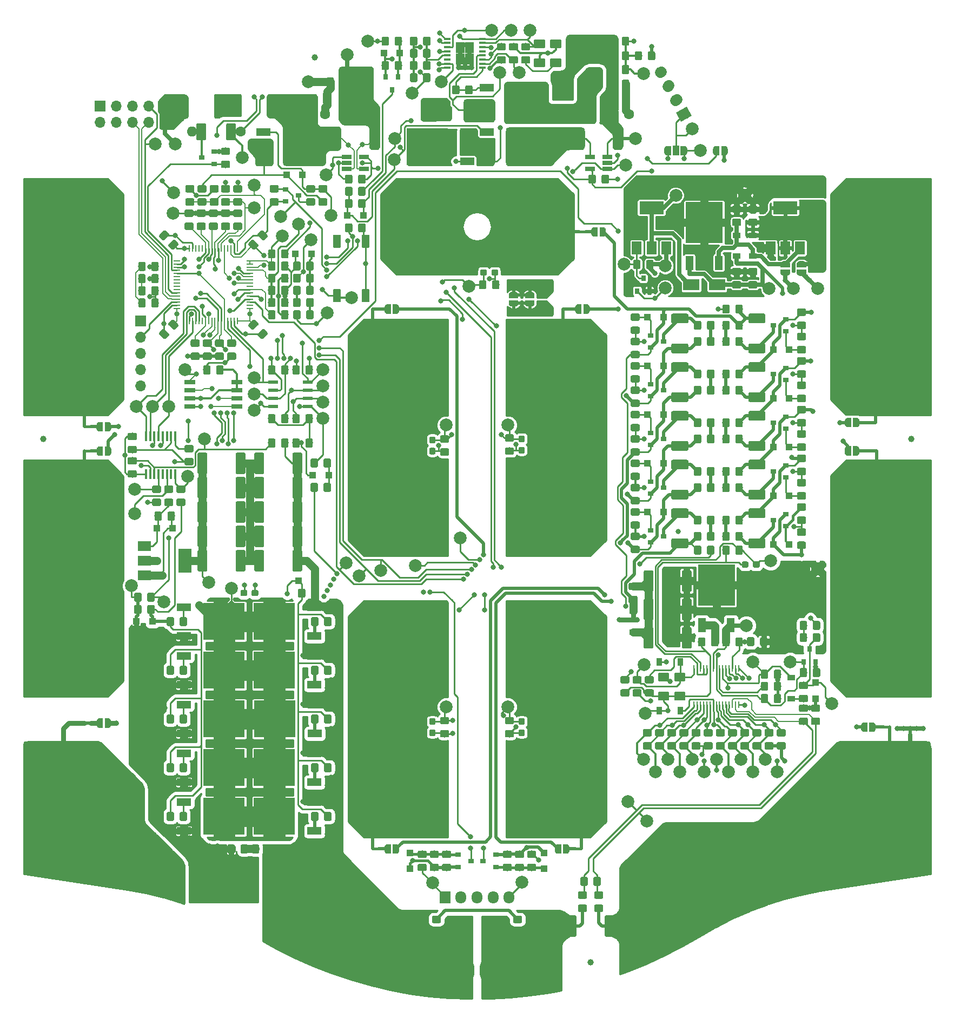
<source format=gbr>
G04 #@! TF.GenerationSoftware,KiCad,Pcbnew,(5.0.0)*
G04 #@! TF.CreationDate,2019-02-19T22:24:28-05:00*
G04 #@! TF.ProjectId,FusIon Pack,467573496F6E205061636B2E6B696361,rev?*
G04 #@! TF.SameCoordinates,Original*
G04 #@! TF.FileFunction,Copper,L1,Top,Signal*
G04 #@! TF.FilePolarity,Positive*
%FSLAX46Y46*%
G04 Gerber Fmt 4.6, Leading zero omitted, Abs format (unit mm)*
G04 Created by KiCad (PCBNEW (5.0.0)) date 02/19/19 22:24:28*
%MOMM*%
%LPD*%
G01*
G04 APERTURE LIST*
G04 #@! TA.AperFunction,EtchedComponent*
%ADD10C,0.100000*%
G04 #@! TD*
G04 #@! TA.AperFunction,SMDPad,CuDef*
%ADD11R,6.400000X5.800000*%
G04 #@! TD*
G04 #@! TA.AperFunction,SMDPad,CuDef*
%ADD12R,2.200000X1.200000*%
G04 #@! TD*
G04 #@! TA.AperFunction,Conductor*
%ADD13C,0.100000*%
G04 #@! TD*
G04 #@! TA.AperFunction,SMDPad,CuDef*
%ADD14C,1.150000*%
G04 #@! TD*
G04 #@! TA.AperFunction,SMDPad,CuDef*
%ADD15R,1.550000X0.600000*%
G04 #@! TD*
G04 #@! TA.AperFunction,SMDPad,CuDef*
%ADD16R,1.000000X1.000000*%
G04 #@! TD*
G04 #@! TA.AperFunction,SMDPad,CuDef*
%ADD17C,0.500000*%
G04 #@! TD*
G04 #@! TA.AperFunction,SMDPad,CuDef*
%ADD18R,1.200000X0.900000*%
G04 #@! TD*
G04 #@! TA.AperFunction,SMDPad,CuDef*
%ADD19R,0.800000X0.900000*%
G04 #@! TD*
G04 #@! TA.AperFunction,SMDPad,CuDef*
%ADD20C,0.950000*%
G04 #@! TD*
G04 #@! TA.AperFunction,SMDPad,CuDef*
%ADD21R,0.900000X1.200000*%
G04 #@! TD*
G04 #@! TA.AperFunction,ComponentPad*
%ADD22C,1.500000*%
G04 #@! TD*
G04 #@! TA.AperFunction,SMDPad,CuDef*
%ADD23R,5.000000X15.000000*%
G04 #@! TD*
G04 #@! TA.AperFunction,SMDPad,CuDef*
%ADD24C,5.000000*%
G04 #@! TD*
G04 #@! TA.AperFunction,SMDPad,CuDef*
%ADD25C,1.425000*%
G04 #@! TD*
G04 #@! TA.AperFunction,ComponentPad*
%ADD26C,1.600000*%
G04 #@! TD*
G04 #@! TA.AperFunction,ComponentPad*
%ADD27R,1.600000X1.600000*%
G04 #@! TD*
G04 #@! TA.AperFunction,ComponentPad*
%ADD28O,1.700000X1.700000*%
G04 #@! TD*
G04 #@! TA.AperFunction,ComponentPad*
%ADD29R,1.700000X1.700000*%
G04 #@! TD*
G04 #@! TA.AperFunction,ComponentPad*
%ADD30C,6.500000*%
G04 #@! TD*
G04 #@! TA.AperFunction,SMDPad,CuDef*
%ADD31R,1.000000X1.500000*%
G04 #@! TD*
G04 #@! TA.AperFunction,Conductor*
%ADD32C,0.500000*%
G04 #@! TD*
G04 #@! TA.AperFunction,SMDPad,CuDef*
%ADD33R,0.900000X0.800000*%
G04 #@! TD*
G04 #@! TA.AperFunction,SMDPad,CuDef*
%ADD34R,5.800000X6.400000*%
G04 #@! TD*
G04 #@! TA.AperFunction,SMDPad,CuDef*
%ADD35R,1.200000X2.200000*%
G04 #@! TD*
G04 #@! TA.AperFunction,SMDPad,CuDef*
%ADD36R,1.500000X2.000000*%
G04 #@! TD*
G04 #@! TA.AperFunction,SMDPad,CuDef*
%ADD37R,3.800000X2.000000*%
G04 #@! TD*
G04 #@! TA.AperFunction,SMDPad,CuDef*
%ADD38R,2.000000X1.500000*%
G04 #@! TD*
G04 #@! TA.AperFunction,SMDPad,CuDef*
%ADD39R,2.000000X3.800000*%
G04 #@! TD*
G04 #@! TA.AperFunction,SMDPad,CuDef*
%ADD40C,1.525000*%
G04 #@! TD*
G04 #@! TA.AperFunction,ComponentPad*
%ADD41O,1.600000X1.600000*%
G04 #@! TD*
G04 #@! TA.AperFunction,SMDPad,CuDef*
%ADD42C,1.250000*%
G04 #@! TD*
G04 #@! TA.AperFunction,BGAPad,CuDef*
%ADD43C,2.000000*%
G04 #@! TD*
G04 #@! TA.AperFunction,SMDPad,CuDef*
%ADD44R,0.285000X1.100000*%
G04 #@! TD*
G04 #@! TA.AperFunction,SMDPad,CuDef*
%ADD45R,0.250000X1.000000*%
G04 #@! TD*
G04 #@! TA.AperFunction,SMDPad,CuDef*
%ADD46R,1.000000X0.250000*%
G04 #@! TD*
G04 #@! TA.AperFunction,SMDPad,CuDef*
%ADD47R,1.700000X0.650000*%
G04 #@! TD*
G04 #@! TA.AperFunction,SMDPad,CuDef*
%ADD48R,1.560000X0.650000*%
G04 #@! TD*
G04 #@! TA.AperFunction,SMDPad,CuDef*
%ADD49R,1.470000X0.895000*%
G04 #@! TD*
G04 #@! TA.AperFunction,SMDPad,CuDef*
%ADD50R,1.050000X0.450000*%
G04 #@! TD*
G04 #@! TA.AperFunction,SMDPad,CuDef*
%ADD51R,0.450000X1.500000*%
G04 #@! TD*
G04 #@! TA.AperFunction,SMDPad,CuDef*
%ADD52R,1.800000X2.500000*%
G04 #@! TD*
G04 #@! TA.AperFunction,SMDPad,CuDef*
%ADD53R,2.500000X3.300000*%
G04 #@! TD*
G04 #@! TA.AperFunction,SMDPad,CuDef*
%ADD54R,2.500000X1.800000*%
G04 #@! TD*
G04 #@! TA.AperFunction,ComponentPad*
%ADD55O,1.700000X1.950000*%
G04 #@! TD*
G04 #@! TA.AperFunction,ComponentPad*
%ADD56R,1.700000X1.950000*%
G04 #@! TD*
G04 #@! TA.AperFunction,ComponentPad*
%ADD57C,1.700000*%
G04 #@! TD*
G04 #@! TA.AperFunction,Conductor*
%ADD58C,1.700000*%
G04 #@! TD*
G04 #@! TA.AperFunction,ComponentPad*
%ADD59C,3.000000*%
G04 #@! TD*
G04 #@! TA.AperFunction,BGAPad,CuDef*
%ADD60C,1.000000*%
G04 #@! TD*
G04 #@! TA.AperFunction,ViaPad*
%ADD61C,0.800000*%
G04 #@! TD*
G04 #@! TA.AperFunction,Conductor*
%ADD62C,0.508000*%
G04 #@! TD*
G04 #@! TA.AperFunction,Conductor*
%ADD63C,0.635000*%
G04 #@! TD*
G04 #@! TA.AperFunction,Conductor*
%ADD64C,0.762000*%
G04 #@! TD*
G04 #@! TA.AperFunction,Conductor*
%ADD65C,0.254000*%
G04 #@! TD*
G04 #@! TA.AperFunction,Conductor*
%ADD66C,0.304800*%
G04 #@! TD*
G04 #@! TA.AperFunction,Conductor*
%ADD67C,0.381000*%
G04 #@! TD*
G04 #@! TA.AperFunction,Conductor*
%ADD68C,1.270000*%
G04 #@! TD*
G04 #@! TA.AperFunction,Conductor*
%ADD69C,0.203200*%
G04 #@! TD*
G04 #@! TA.AperFunction,Conductor*
%ADD70C,0.200000*%
G04 #@! TD*
G04 APERTURE END LIST*
D10*
G04 #@! TO.C,NT2*
G36*
X52540000Y-134405000D02*
X53540000Y-134405000D01*
X53540000Y-134905000D01*
X52540000Y-134905000D01*
X52540000Y-134405000D01*
G37*
G04 #@! TO.C,NT3*
G36*
X97625000Y-154090000D02*
X98625000Y-154090000D01*
X98625000Y-154590000D01*
X97625000Y-154590000D01*
X97625000Y-154090000D01*
G37*
G04 #@! TO.C,NT4*
G36*
X52540000Y-91860000D02*
X53540000Y-91860000D01*
X53540000Y-92360000D01*
X52540000Y-92360000D01*
X52540000Y-91860000D01*
G37*
G04 #@! TO.C,NT5*
G36*
X97625000Y-69635000D02*
X98625000Y-69635000D01*
X98625000Y-70135000D01*
X97625000Y-70135000D01*
X97625000Y-69635000D01*
G37*
G04 #@! TO.C,NT6*
G36*
X52540000Y-88050000D02*
X53540000Y-88050000D01*
X53540000Y-88550000D01*
X52540000Y-88550000D01*
X52540000Y-88050000D01*
G37*
G04 #@! TO.C,NT7*
G36*
X130010000Y-57570000D02*
X131010000Y-57570000D01*
X131010000Y-58070000D01*
X130010000Y-58070000D01*
X130010000Y-57570000D01*
G37*
G04 #@! TO.C,NT8*
G36*
X176395000Y-87880000D02*
X175395000Y-87880000D01*
X175395000Y-87380000D01*
X176395000Y-87380000D01*
X176395000Y-87880000D01*
G37*
G04 #@! TO.C,NT9*
G36*
X127470000Y-69635000D02*
X128470000Y-69635000D01*
X128470000Y-70135000D01*
X127470000Y-70135000D01*
X127470000Y-69635000D01*
G37*
G04 #@! TO.C,NT10*
G36*
X176530000Y-92325000D02*
X175530000Y-92325000D01*
X175530000Y-91825000D01*
X176530000Y-91825000D01*
X176530000Y-92325000D01*
G37*
G04 #@! TO.C,NT11*
G36*
X130375000Y-154590000D02*
X129375000Y-154590000D01*
X129375000Y-154090000D01*
X130375000Y-154090000D01*
X130375000Y-154590000D01*
G37*
G04 #@! TO.C,NT12*
G36*
X178635000Y-135540000D02*
X177635000Y-135540000D01*
X177635000Y-135040000D01*
X178635000Y-135040000D01*
X178635000Y-135540000D01*
G37*
G04 #@! TO.C,NT13*
G36*
X130121000Y-166655000D02*
X129121000Y-166655000D01*
X129121000Y-166155000D01*
X130121000Y-166155000D01*
X130121000Y-166655000D01*
G37*
G04 #@! TO.C,NT14*
G36*
X134566000Y-166655000D02*
X133566000Y-166655000D01*
X133566000Y-166155000D01*
X134566000Y-166155000D01*
X134566000Y-166655000D01*
G37*
G04 #@! TO.C,NT1*
G36*
X181568000Y-136552000D02*
X181568000Y-135552000D01*
X182068000Y-135552000D01*
X182068000Y-136552000D01*
X181568000Y-136552000D01*
G37*
G04 #@! TD*
D11*
G04 #@! TO.P,Q28,2*
G04 #@! TO.N,/POWER_STAGE/CHG_INJECT*
X74410000Y-149260000D03*
D12*
G04 #@! TO.P,Q28,3*
G04 #@! TO.N,/POWER_STAGE/S_CHG*
X68110000Y-151540000D03*
G04 #@! TO.P,Q28,1*
G04 #@! TO.N,Net-(L7-Pad1)*
X68110000Y-146980000D03*
G04 #@! TD*
D11*
G04 #@! TO.P,Q24,2*
G04 #@! TO.N,/POWER_STAGE/CHG_INJECT*
X74410000Y-118780000D03*
D12*
G04 #@! TO.P,Q24,3*
G04 #@! TO.N,/POWER_STAGE/S_CHG*
X68110000Y-121060000D03*
G04 #@! TO.P,Q24,1*
G04 #@! TO.N,Net-(L3-Pad1)*
X68110000Y-116500000D03*
G04 #@! TD*
D13*
G04 #@! TO.N,F_SRN*
G04 #@! TO.C,C17*
G36*
X131104505Y-158721204D02*
X131128773Y-158724804D01*
X131152572Y-158730765D01*
X131175671Y-158739030D01*
X131197850Y-158749520D01*
X131218893Y-158762132D01*
X131238599Y-158776747D01*
X131256777Y-158793223D01*
X131273253Y-158811401D01*
X131287868Y-158831107D01*
X131300480Y-158852150D01*
X131310970Y-158874329D01*
X131319235Y-158897428D01*
X131325196Y-158921227D01*
X131328796Y-158945495D01*
X131330000Y-158969999D01*
X131330000Y-159870001D01*
X131328796Y-159894505D01*
X131325196Y-159918773D01*
X131319235Y-159942572D01*
X131310970Y-159965671D01*
X131300480Y-159987850D01*
X131287868Y-160008893D01*
X131273253Y-160028599D01*
X131256777Y-160046777D01*
X131238599Y-160063253D01*
X131218893Y-160077868D01*
X131197850Y-160090480D01*
X131175671Y-160100970D01*
X131152572Y-160109235D01*
X131128773Y-160115196D01*
X131104505Y-160118796D01*
X131080001Y-160120000D01*
X130429999Y-160120000D01*
X130405495Y-160118796D01*
X130381227Y-160115196D01*
X130357428Y-160109235D01*
X130334329Y-160100970D01*
X130312150Y-160090480D01*
X130291107Y-160077868D01*
X130271401Y-160063253D01*
X130253223Y-160046777D01*
X130236747Y-160028599D01*
X130222132Y-160008893D01*
X130209520Y-159987850D01*
X130199030Y-159965671D01*
X130190765Y-159942572D01*
X130184804Y-159918773D01*
X130181204Y-159894505D01*
X130180000Y-159870001D01*
X130180000Y-158969999D01*
X130181204Y-158945495D01*
X130184804Y-158921227D01*
X130190765Y-158897428D01*
X130199030Y-158874329D01*
X130209520Y-158852150D01*
X130222132Y-158831107D01*
X130236747Y-158811401D01*
X130253223Y-158793223D01*
X130271401Y-158776747D01*
X130291107Y-158762132D01*
X130312150Y-158749520D01*
X130334329Y-158739030D01*
X130357428Y-158730765D01*
X130381227Y-158724804D01*
X130405495Y-158721204D01*
X130429999Y-158720000D01*
X131080001Y-158720000D01*
X131104505Y-158721204D01*
X131104505Y-158721204D01*
G37*
D14*
G04 #@! TD*
G04 #@! TO.P,C17,2*
G04 #@! TO.N,F_SRN*
X130755000Y-159420000D03*
D13*
G04 #@! TO.N,F_SRP*
G04 #@! TO.C,C17*
G36*
X133154505Y-158721204D02*
X133178773Y-158724804D01*
X133202572Y-158730765D01*
X133225671Y-158739030D01*
X133247850Y-158749520D01*
X133268893Y-158762132D01*
X133288599Y-158776747D01*
X133306777Y-158793223D01*
X133323253Y-158811401D01*
X133337868Y-158831107D01*
X133350480Y-158852150D01*
X133360970Y-158874329D01*
X133369235Y-158897428D01*
X133375196Y-158921227D01*
X133378796Y-158945495D01*
X133380000Y-158969999D01*
X133380000Y-159870001D01*
X133378796Y-159894505D01*
X133375196Y-159918773D01*
X133369235Y-159942572D01*
X133360970Y-159965671D01*
X133350480Y-159987850D01*
X133337868Y-160008893D01*
X133323253Y-160028599D01*
X133306777Y-160046777D01*
X133288599Y-160063253D01*
X133268893Y-160077868D01*
X133247850Y-160090480D01*
X133225671Y-160100970D01*
X133202572Y-160109235D01*
X133178773Y-160115196D01*
X133154505Y-160118796D01*
X133130001Y-160120000D01*
X132479999Y-160120000D01*
X132455495Y-160118796D01*
X132431227Y-160115196D01*
X132407428Y-160109235D01*
X132384329Y-160100970D01*
X132362150Y-160090480D01*
X132341107Y-160077868D01*
X132321401Y-160063253D01*
X132303223Y-160046777D01*
X132286747Y-160028599D01*
X132272132Y-160008893D01*
X132259520Y-159987850D01*
X132249030Y-159965671D01*
X132240765Y-159942572D01*
X132234804Y-159918773D01*
X132231204Y-159894505D01*
X132230000Y-159870001D01*
X132230000Y-158969999D01*
X132231204Y-158945495D01*
X132234804Y-158921227D01*
X132240765Y-158897428D01*
X132249030Y-158874329D01*
X132259520Y-158852150D01*
X132272132Y-158831107D01*
X132286747Y-158811401D01*
X132303223Y-158793223D01*
X132321401Y-158776747D01*
X132341107Y-158762132D01*
X132362150Y-158749520D01*
X132384329Y-158739030D01*
X132407428Y-158730765D01*
X132431227Y-158724804D01*
X132455495Y-158721204D01*
X132479999Y-158720000D01*
X133130001Y-158720000D01*
X133154505Y-158721204D01*
X133154505Y-158721204D01*
G37*
D14*
G04 #@! TD*
G04 #@! TO.P,C17,1*
G04 #@! TO.N,F_SRP*
X132805000Y-159420000D03*
D13*
G04 #@! TO.N,GNDS*
G04 #@! TO.C,C18*
G36*
X165574505Y-131751204D02*
X165598773Y-131754804D01*
X165622572Y-131760765D01*
X165645671Y-131769030D01*
X165667850Y-131779520D01*
X165688893Y-131792132D01*
X165708599Y-131806747D01*
X165726777Y-131823223D01*
X165743253Y-131841401D01*
X165757868Y-131861107D01*
X165770480Y-131882150D01*
X165780970Y-131904329D01*
X165789235Y-131927428D01*
X165795196Y-131951227D01*
X165798796Y-131975495D01*
X165800000Y-131999999D01*
X165800000Y-132650001D01*
X165798796Y-132674505D01*
X165795196Y-132698773D01*
X165789235Y-132722572D01*
X165780970Y-132745671D01*
X165770480Y-132767850D01*
X165757868Y-132788893D01*
X165743253Y-132808599D01*
X165726777Y-132826777D01*
X165708599Y-132843253D01*
X165688893Y-132857868D01*
X165667850Y-132870480D01*
X165645671Y-132880970D01*
X165622572Y-132889235D01*
X165598773Y-132895196D01*
X165574505Y-132898796D01*
X165550001Y-132900000D01*
X164649999Y-132900000D01*
X164625495Y-132898796D01*
X164601227Y-132895196D01*
X164577428Y-132889235D01*
X164554329Y-132880970D01*
X164532150Y-132870480D01*
X164511107Y-132857868D01*
X164491401Y-132843253D01*
X164473223Y-132826777D01*
X164456747Y-132808599D01*
X164442132Y-132788893D01*
X164429520Y-132767850D01*
X164419030Y-132745671D01*
X164410765Y-132722572D01*
X164404804Y-132698773D01*
X164401204Y-132674505D01*
X164400000Y-132650001D01*
X164400000Y-131999999D01*
X164401204Y-131975495D01*
X164404804Y-131951227D01*
X164410765Y-131927428D01*
X164419030Y-131904329D01*
X164429520Y-131882150D01*
X164442132Y-131861107D01*
X164456747Y-131841401D01*
X164473223Y-131823223D01*
X164491401Y-131806747D01*
X164511107Y-131792132D01*
X164532150Y-131779520D01*
X164554329Y-131769030D01*
X164577428Y-131760765D01*
X164601227Y-131754804D01*
X164625495Y-131751204D01*
X164649999Y-131750000D01*
X165550001Y-131750000D01*
X165574505Y-131751204D01*
X165574505Y-131751204D01*
G37*
D14*
G04 #@! TD*
G04 #@! TO.P,C18,2*
G04 #@! TO.N,GNDS*
X165100000Y-132325000D03*
D13*
G04 #@! TO.N,F_SRN*
G04 #@! TO.C,C18*
G36*
X165574505Y-133801204D02*
X165598773Y-133804804D01*
X165622572Y-133810765D01*
X165645671Y-133819030D01*
X165667850Y-133829520D01*
X165688893Y-133842132D01*
X165708599Y-133856747D01*
X165726777Y-133873223D01*
X165743253Y-133891401D01*
X165757868Y-133911107D01*
X165770480Y-133932150D01*
X165780970Y-133954329D01*
X165789235Y-133977428D01*
X165795196Y-134001227D01*
X165798796Y-134025495D01*
X165800000Y-134049999D01*
X165800000Y-134700001D01*
X165798796Y-134724505D01*
X165795196Y-134748773D01*
X165789235Y-134772572D01*
X165780970Y-134795671D01*
X165770480Y-134817850D01*
X165757868Y-134838893D01*
X165743253Y-134858599D01*
X165726777Y-134876777D01*
X165708599Y-134893253D01*
X165688893Y-134907868D01*
X165667850Y-134920480D01*
X165645671Y-134930970D01*
X165622572Y-134939235D01*
X165598773Y-134945196D01*
X165574505Y-134948796D01*
X165550001Y-134950000D01*
X164649999Y-134950000D01*
X164625495Y-134948796D01*
X164601227Y-134945196D01*
X164577428Y-134939235D01*
X164554329Y-134930970D01*
X164532150Y-134920480D01*
X164511107Y-134907868D01*
X164491401Y-134893253D01*
X164473223Y-134876777D01*
X164456747Y-134858599D01*
X164442132Y-134838893D01*
X164429520Y-134817850D01*
X164419030Y-134795671D01*
X164410765Y-134772572D01*
X164404804Y-134748773D01*
X164401204Y-134724505D01*
X164400000Y-134700001D01*
X164400000Y-134049999D01*
X164401204Y-134025495D01*
X164404804Y-134001227D01*
X164410765Y-133977428D01*
X164419030Y-133954329D01*
X164429520Y-133932150D01*
X164442132Y-133911107D01*
X164456747Y-133891401D01*
X164473223Y-133873223D01*
X164491401Y-133856747D01*
X164511107Y-133842132D01*
X164532150Y-133829520D01*
X164554329Y-133819030D01*
X164577428Y-133810765D01*
X164601227Y-133804804D01*
X164625495Y-133801204D01*
X164649999Y-133800000D01*
X165550001Y-133800000D01*
X165574505Y-133801204D01*
X165574505Y-133801204D01*
G37*
D14*
G04 #@! TD*
G04 #@! TO.P,C18,1*
G04 #@! TO.N,F_SRN*
X165100000Y-134375000D03*
D15*
G04 #@! TO.P,U5,8*
G04 #@! TO.N,/CAN_TRx/STBY*
X87490000Y-81315000D03*
G04 #@! TO.P,U5,7*
G04 #@! TO.N,/CAN_TRx/CANH*
X87490000Y-82585000D03*
G04 #@! TO.P,U5,6*
G04 #@! TO.N,/CAN_TRx/CANL*
X87490000Y-83855000D03*
G04 #@! TO.P,U5,5*
G04 #@! TO.N,+3V3*
X87490000Y-85125000D03*
G04 #@! TO.P,U5,4*
G04 #@! TO.N,/STM32/CAN_RX*
X82090000Y-85125000D03*
G04 #@! TO.P,U5,3*
G04 #@! TO.N,+5V*
X82090000Y-83855000D03*
G04 #@! TO.P,U5,2*
G04 #@! TO.N,GNDS*
X82090000Y-82585000D03*
G04 #@! TO.P,U5,1*
G04 #@! TO.N,/STM32/CAN_TX*
X82090000Y-81315000D03*
G04 #@! TD*
D16*
G04 #@! TO.P,D39,2*
G04 #@! TO.N,/POWER_STAGE/S_CHG*
X60680000Y-118780000D03*
G04 #@! TO.P,D39,1*
G04 #@! TO.N,Net-(D39-Pad1)*
X63180000Y-118780000D03*
G04 #@! TD*
D17*
G04 #@! TO.P,JP3,2*
G04 #@! TO.N,C10*
X56230000Y-134655000D03*
D13*
G04 #@! TD*
G04 #@! TO.N,C10*
G04 #@! TO.C,JP3*
G36*
X56230000Y-133905602D02*
X56254534Y-133905602D01*
X56303365Y-133910412D01*
X56351490Y-133919984D01*
X56398445Y-133934228D01*
X56443778Y-133953005D01*
X56487051Y-133976136D01*
X56527850Y-134003396D01*
X56565779Y-134034524D01*
X56600476Y-134069221D01*
X56631604Y-134107150D01*
X56658864Y-134147949D01*
X56681995Y-134191222D01*
X56700772Y-134236555D01*
X56715016Y-134283510D01*
X56724588Y-134331635D01*
X56729398Y-134380466D01*
X56729398Y-134405000D01*
X56730000Y-134405000D01*
X56730000Y-134905000D01*
X56729398Y-134905000D01*
X56729398Y-134929534D01*
X56724588Y-134978365D01*
X56715016Y-135026490D01*
X56700772Y-135073445D01*
X56681995Y-135118778D01*
X56658864Y-135162051D01*
X56631604Y-135202850D01*
X56600476Y-135240779D01*
X56565779Y-135275476D01*
X56527850Y-135306604D01*
X56487051Y-135333864D01*
X56443778Y-135356995D01*
X56398445Y-135375772D01*
X56351490Y-135390016D01*
X56303365Y-135399588D01*
X56254534Y-135404398D01*
X56230000Y-135404398D01*
X56230000Y-135405000D01*
X55730000Y-135405000D01*
X55730000Y-133905000D01*
X56230000Y-133905000D01*
X56230000Y-133905602D01*
X56230000Y-133905602D01*
G37*
D17*
G04 #@! TO.P,JP3,1*
G04 #@! TO.N,Net-(JP3-Pad1)*
X54930000Y-134655000D03*
D13*
G04 #@! TD*
G04 #@! TO.N,Net-(JP3-Pad1)*
G04 #@! TO.C,JP3*
G36*
X55430000Y-135405000D02*
X54930000Y-135405000D01*
X54930000Y-135404398D01*
X54905466Y-135404398D01*
X54856635Y-135399588D01*
X54808510Y-135390016D01*
X54761555Y-135375772D01*
X54716222Y-135356995D01*
X54672949Y-135333864D01*
X54632150Y-135306604D01*
X54594221Y-135275476D01*
X54559524Y-135240779D01*
X54528396Y-135202850D01*
X54501136Y-135162051D01*
X54478005Y-135118778D01*
X54459228Y-135073445D01*
X54444984Y-135026490D01*
X54435412Y-134978365D01*
X54430602Y-134929534D01*
X54430602Y-134905000D01*
X54430000Y-134905000D01*
X54430000Y-134405000D01*
X54430602Y-134405000D01*
X54430602Y-134380466D01*
X54435412Y-134331635D01*
X54444984Y-134283510D01*
X54459228Y-134236555D01*
X54478005Y-134191222D01*
X54501136Y-134147949D01*
X54528396Y-134107150D01*
X54559524Y-134069221D01*
X54594221Y-134034524D01*
X54632150Y-134003396D01*
X54672949Y-133976136D01*
X54716222Y-133953005D01*
X54761555Y-133934228D01*
X54808510Y-133919984D01*
X54856635Y-133910412D01*
X54905466Y-133905602D01*
X54930000Y-133905602D01*
X54930000Y-133905000D01*
X55430000Y-133905000D01*
X55430000Y-135405000D01*
X55430000Y-135405000D01*
G37*
G04 #@! TO.N,Net-(D25-Pad2)*
G04 #@! TO.C,R54*
G36*
X165574505Y-130236204D02*
X165598773Y-130239804D01*
X165622572Y-130245765D01*
X165645671Y-130254030D01*
X165667850Y-130264520D01*
X165688893Y-130277132D01*
X165708599Y-130291747D01*
X165726777Y-130308223D01*
X165743253Y-130326401D01*
X165757868Y-130346107D01*
X165770480Y-130367150D01*
X165780970Y-130389329D01*
X165789235Y-130412428D01*
X165795196Y-130436227D01*
X165798796Y-130460495D01*
X165800000Y-130484999D01*
X165800000Y-131135001D01*
X165798796Y-131159505D01*
X165795196Y-131183773D01*
X165789235Y-131207572D01*
X165780970Y-131230671D01*
X165770480Y-131252850D01*
X165757868Y-131273893D01*
X165743253Y-131293599D01*
X165726777Y-131311777D01*
X165708599Y-131328253D01*
X165688893Y-131342868D01*
X165667850Y-131355480D01*
X165645671Y-131365970D01*
X165622572Y-131374235D01*
X165598773Y-131380196D01*
X165574505Y-131383796D01*
X165550001Y-131385000D01*
X164649999Y-131385000D01*
X164625495Y-131383796D01*
X164601227Y-131380196D01*
X164577428Y-131374235D01*
X164554329Y-131365970D01*
X164532150Y-131355480D01*
X164511107Y-131342868D01*
X164491401Y-131328253D01*
X164473223Y-131311777D01*
X164456747Y-131293599D01*
X164442132Y-131273893D01*
X164429520Y-131252850D01*
X164419030Y-131230671D01*
X164410765Y-131207572D01*
X164404804Y-131183773D01*
X164401204Y-131159505D01*
X164400000Y-131135001D01*
X164400000Y-130484999D01*
X164401204Y-130460495D01*
X164404804Y-130436227D01*
X164410765Y-130412428D01*
X164419030Y-130389329D01*
X164429520Y-130367150D01*
X164442132Y-130346107D01*
X164456747Y-130326401D01*
X164473223Y-130308223D01*
X164491401Y-130291747D01*
X164511107Y-130277132D01*
X164532150Y-130264520D01*
X164554329Y-130254030D01*
X164577428Y-130245765D01*
X164601227Y-130239804D01*
X164625495Y-130236204D01*
X164649999Y-130235000D01*
X165550001Y-130235000D01*
X165574505Y-130236204D01*
X165574505Y-130236204D01*
G37*
D14*
G04 #@! TD*
G04 #@! TO.P,R54,2*
G04 #@! TO.N,Net-(D25-Pad2)*
X165100000Y-130810000D03*
D13*
G04 #@! TO.N,/AFE/PRE_BOOT*
G04 #@! TO.C,R54*
G36*
X165574505Y-128186204D02*
X165598773Y-128189804D01*
X165622572Y-128195765D01*
X165645671Y-128204030D01*
X165667850Y-128214520D01*
X165688893Y-128227132D01*
X165708599Y-128241747D01*
X165726777Y-128258223D01*
X165743253Y-128276401D01*
X165757868Y-128296107D01*
X165770480Y-128317150D01*
X165780970Y-128339329D01*
X165789235Y-128362428D01*
X165795196Y-128386227D01*
X165798796Y-128410495D01*
X165800000Y-128434999D01*
X165800000Y-129085001D01*
X165798796Y-129109505D01*
X165795196Y-129133773D01*
X165789235Y-129157572D01*
X165780970Y-129180671D01*
X165770480Y-129202850D01*
X165757868Y-129223893D01*
X165743253Y-129243599D01*
X165726777Y-129261777D01*
X165708599Y-129278253D01*
X165688893Y-129292868D01*
X165667850Y-129305480D01*
X165645671Y-129315970D01*
X165622572Y-129324235D01*
X165598773Y-129330196D01*
X165574505Y-129333796D01*
X165550001Y-129335000D01*
X164649999Y-129335000D01*
X164625495Y-129333796D01*
X164601227Y-129330196D01*
X164577428Y-129324235D01*
X164554329Y-129315970D01*
X164532150Y-129305480D01*
X164511107Y-129292868D01*
X164491401Y-129278253D01*
X164473223Y-129261777D01*
X164456747Y-129243599D01*
X164442132Y-129223893D01*
X164429520Y-129202850D01*
X164419030Y-129180671D01*
X164410765Y-129157572D01*
X164404804Y-129133773D01*
X164401204Y-129109505D01*
X164400000Y-129085001D01*
X164400000Y-128434999D01*
X164401204Y-128410495D01*
X164404804Y-128386227D01*
X164410765Y-128362428D01*
X164419030Y-128339329D01*
X164429520Y-128317150D01*
X164442132Y-128296107D01*
X164456747Y-128276401D01*
X164473223Y-128258223D01*
X164491401Y-128241747D01*
X164511107Y-128227132D01*
X164532150Y-128214520D01*
X164554329Y-128204030D01*
X164577428Y-128195765D01*
X164601227Y-128189804D01*
X164625495Y-128186204D01*
X164649999Y-128185000D01*
X165550001Y-128185000D01*
X165574505Y-128186204D01*
X165574505Y-128186204D01*
G37*
D14*
G04 #@! TD*
G04 #@! TO.P,R54,1*
G04 #@! TO.N,/AFE/PRE_BOOT*
X165100000Y-128760000D03*
D18*
G04 #@! TO.P,D25,2*
G04 #@! TO.N,Net-(D25-Pad2)*
X163195000Y-130810000D03*
G04 #@! TO.P,D25,1*
G04 #@! TO.N,BOOT*
X163195000Y-127510000D03*
G04 #@! TD*
D19*
G04 #@! TO.P,Q12,3*
G04 #@! TO.N,/AFE/PRE_BOOT*
X166050000Y-123095000D03*
G04 #@! TO.P,Q12,2*
G04 #@! TO.N,GNDS*
X167000000Y-125095000D03*
G04 #@! TO.P,Q12,1*
G04 #@! TO.N,REGOUT*
X165100000Y-125095000D03*
G04 #@! TD*
D13*
G04 #@! TO.N,VC5X*
G04 #@! TO.C,TH1*
G36*
X156280779Y-109381144D02*
X156303834Y-109384563D01*
X156326443Y-109390227D01*
X156348387Y-109398079D01*
X156369457Y-109408044D01*
X156389448Y-109420026D01*
X156408168Y-109433910D01*
X156425438Y-109449562D01*
X156441090Y-109466832D01*
X156454974Y-109485552D01*
X156466956Y-109505543D01*
X156476921Y-109526613D01*
X156484773Y-109548557D01*
X156490437Y-109571166D01*
X156493856Y-109594221D01*
X156495000Y-109617500D01*
X156495000Y-110092500D01*
X156493856Y-110115779D01*
X156490437Y-110138834D01*
X156484773Y-110161443D01*
X156476921Y-110183387D01*
X156466956Y-110204457D01*
X156454974Y-110224448D01*
X156441090Y-110243168D01*
X156425438Y-110260438D01*
X156408168Y-110276090D01*
X156389448Y-110289974D01*
X156369457Y-110301956D01*
X156348387Y-110311921D01*
X156326443Y-110319773D01*
X156303834Y-110325437D01*
X156280779Y-110328856D01*
X156257500Y-110330000D01*
X155682500Y-110330000D01*
X155659221Y-110328856D01*
X155636166Y-110325437D01*
X155613557Y-110319773D01*
X155591613Y-110311921D01*
X155570543Y-110301956D01*
X155550552Y-110289974D01*
X155531832Y-110276090D01*
X155514562Y-110260438D01*
X155498910Y-110243168D01*
X155485026Y-110224448D01*
X155473044Y-110204457D01*
X155463079Y-110183387D01*
X155455227Y-110161443D01*
X155449563Y-110138834D01*
X155446144Y-110115779D01*
X155445000Y-110092500D01*
X155445000Y-109617500D01*
X155446144Y-109594221D01*
X155449563Y-109571166D01*
X155455227Y-109548557D01*
X155463079Y-109526613D01*
X155473044Y-109505543D01*
X155485026Y-109485552D01*
X155498910Y-109466832D01*
X155514562Y-109449562D01*
X155531832Y-109433910D01*
X155550552Y-109420026D01*
X155570543Y-109408044D01*
X155591613Y-109398079D01*
X155613557Y-109390227D01*
X155636166Y-109384563D01*
X155659221Y-109381144D01*
X155682500Y-109380000D01*
X156257500Y-109380000D01*
X156280779Y-109381144D01*
X156280779Y-109381144D01*
G37*
D20*
G04 #@! TD*
G04 #@! TO.P,TH1,2*
G04 #@! TO.N,VC5X*
X155970000Y-109855000D03*
D13*
G04 #@! TO.N,/AFE/TS2*
G04 #@! TO.C,TH1*
G36*
X158030779Y-109381144D02*
X158053834Y-109384563D01*
X158076443Y-109390227D01*
X158098387Y-109398079D01*
X158119457Y-109408044D01*
X158139448Y-109420026D01*
X158158168Y-109433910D01*
X158175438Y-109449562D01*
X158191090Y-109466832D01*
X158204974Y-109485552D01*
X158216956Y-109505543D01*
X158226921Y-109526613D01*
X158234773Y-109548557D01*
X158240437Y-109571166D01*
X158243856Y-109594221D01*
X158245000Y-109617500D01*
X158245000Y-110092500D01*
X158243856Y-110115779D01*
X158240437Y-110138834D01*
X158234773Y-110161443D01*
X158226921Y-110183387D01*
X158216956Y-110204457D01*
X158204974Y-110224448D01*
X158191090Y-110243168D01*
X158175438Y-110260438D01*
X158158168Y-110276090D01*
X158139448Y-110289974D01*
X158119457Y-110301956D01*
X158098387Y-110311921D01*
X158076443Y-110319773D01*
X158053834Y-110325437D01*
X158030779Y-110328856D01*
X158007500Y-110330000D01*
X157432500Y-110330000D01*
X157409221Y-110328856D01*
X157386166Y-110325437D01*
X157363557Y-110319773D01*
X157341613Y-110311921D01*
X157320543Y-110301956D01*
X157300552Y-110289974D01*
X157281832Y-110276090D01*
X157264562Y-110260438D01*
X157248910Y-110243168D01*
X157235026Y-110224448D01*
X157223044Y-110204457D01*
X157213079Y-110183387D01*
X157205227Y-110161443D01*
X157199563Y-110138834D01*
X157196144Y-110115779D01*
X157195000Y-110092500D01*
X157195000Y-109617500D01*
X157196144Y-109594221D01*
X157199563Y-109571166D01*
X157205227Y-109548557D01*
X157213079Y-109526613D01*
X157223044Y-109505543D01*
X157235026Y-109485552D01*
X157248910Y-109466832D01*
X157264562Y-109449562D01*
X157281832Y-109433910D01*
X157300552Y-109420026D01*
X157320543Y-109408044D01*
X157341613Y-109398079D01*
X157363557Y-109390227D01*
X157386166Y-109384563D01*
X157409221Y-109381144D01*
X157432500Y-109380000D01*
X158007500Y-109380000D01*
X158030779Y-109381144D01*
X158030779Y-109381144D01*
G37*
D20*
G04 #@! TD*
G04 #@! TO.P,TH1,1*
G04 #@! TO.N,/AFE/TS2*
X157720000Y-109855000D03*
D18*
G04 #@! TO.P,D31,2*
G04 #@! TO.N,Net-(C45-Pad1)*
X157180000Y-58330000D03*
G04 #@! TO.P,D31,1*
G04 #@! TO.N,Net-(C44-Pad1)*
X157180000Y-61630000D03*
G04 #@! TD*
G04 #@! TO.P,D30,2*
G04 #@! TO.N,Net-(C44-Pad1)*
X154640000Y-58330000D03*
G04 #@! TO.P,D30,1*
G04 #@! TO.N,/LV Regulation/ZENER_OUT*
X154640000Y-61630000D03*
G04 #@! TD*
G04 #@! TO.P,D21,2*
G04 #@! TO.N,C10*
X138430000Y-117095000D03*
G04 #@! TO.P,D21,1*
G04 #@! TO.N,Net-(D21-Pad1)*
X138430000Y-120395000D03*
G04 #@! TD*
D21*
G04 #@! TO.P,D23,2*
G04 #@! TO.N,/AFE/VC_10*
X142495000Y-125095000D03*
G04 #@! TO.P,D23,1*
G04 #@! TO.N,VC10X*
X145795000Y-125095000D03*
G04 #@! TD*
G04 #@! TO.P,D22,2*
G04 #@! TO.N,/AFE/VC_5*
X145795000Y-132715000D03*
G04 #@! TO.P,D22,1*
G04 #@! TO.N,VC5X*
X142495000Y-132715000D03*
G04 #@! TD*
D13*
G04 #@! TO.N,/POWER_STAGE/BAT+*
G04 #@! TO.C,BT1*
G36*
X44161756Y-137501806D02*
X44198159Y-137507206D01*
X44233857Y-137516147D01*
X44268506Y-137528545D01*
X44301774Y-137544280D01*
X44333339Y-137563199D01*
X44362897Y-137585121D01*
X44390165Y-137609835D01*
X44414879Y-137637103D01*
X44436801Y-137666661D01*
X44455720Y-137698226D01*
X44471455Y-137731494D01*
X44483853Y-137766143D01*
X44492794Y-137801841D01*
X44498194Y-137838244D01*
X44500000Y-137875000D01*
X44500000Y-152125000D01*
X44498194Y-152161756D01*
X44492794Y-152198159D01*
X44483853Y-152233857D01*
X44471455Y-152268506D01*
X44455720Y-152301774D01*
X44436801Y-152333339D01*
X44414879Y-152362897D01*
X44390165Y-152390165D01*
X44362897Y-152414879D01*
X44333339Y-152436801D01*
X44301774Y-152455720D01*
X44268506Y-152471455D01*
X44233857Y-152483853D01*
X44198159Y-152492794D01*
X44161756Y-152498194D01*
X44125000Y-152500000D01*
X43375000Y-152500000D01*
X43338244Y-152498194D01*
X43301841Y-152492794D01*
X43266143Y-152483853D01*
X43231494Y-152471455D01*
X43198226Y-152455720D01*
X43166661Y-152436801D01*
X43137103Y-152414879D01*
X43109835Y-152390165D01*
X43085121Y-152362897D01*
X43063199Y-152333339D01*
X43044280Y-152301774D01*
X43028545Y-152268506D01*
X43016147Y-152233857D01*
X43007206Y-152198159D01*
X43001806Y-152161756D01*
X43000000Y-152125000D01*
X43000000Y-137875000D01*
X43001806Y-137838244D01*
X43007206Y-137801841D01*
X43016147Y-137766143D01*
X43028545Y-137731494D01*
X43044280Y-137698226D01*
X43063199Y-137666661D01*
X43085121Y-137637103D01*
X43109835Y-137609835D01*
X43137103Y-137585121D01*
X43166661Y-137563199D01*
X43198226Y-137544280D01*
X43231494Y-137528545D01*
X43266143Y-137516147D01*
X43301841Y-137507206D01*
X43338244Y-137501806D01*
X43375000Y-137500000D01*
X44125000Y-137500000D01*
X44161756Y-137501806D01*
X44161756Y-137501806D01*
G37*
D22*
G04 #@! TD*
G04 #@! TO.P,BT1,1*
G04 #@! TO.N,/POWER_STAGE/BAT+*
X43750000Y-145000000D03*
D13*
G04 #@! TO.N,Net-(BT1-Pad2)*
G04 #@! TO.C,BT1*
G36*
X109161756Y-137501806D02*
X109198159Y-137507206D01*
X109233857Y-137516147D01*
X109268506Y-137528545D01*
X109301774Y-137544280D01*
X109333339Y-137563199D01*
X109362897Y-137585121D01*
X109390165Y-137609835D01*
X109414879Y-137637103D01*
X109436801Y-137666661D01*
X109455720Y-137698226D01*
X109471455Y-137731494D01*
X109483853Y-137766143D01*
X109492794Y-137801841D01*
X109498194Y-137838244D01*
X109500000Y-137875000D01*
X109500000Y-152125000D01*
X109498194Y-152161756D01*
X109492794Y-152198159D01*
X109483853Y-152233857D01*
X109471455Y-152268506D01*
X109455720Y-152301774D01*
X109436801Y-152333339D01*
X109414879Y-152362897D01*
X109390165Y-152390165D01*
X109362897Y-152414879D01*
X109333339Y-152436801D01*
X109301774Y-152455720D01*
X109268506Y-152471455D01*
X109233857Y-152483853D01*
X109198159Y-152492794D01*
X109161756Y-152498194D01*
X109125000Y-152500000D01*
X108375000Y-152500000D01*
X108338244Y-152498194D01*
X108301841Y-152492794D01*
X108266143Y-152483853D01*
X108231494Y-152471455D01*
X108198226Y-152455720D01*
X108166661Y-152436801D01*
X108137103Y-152414879D01*
X108109835Y-152390165D01*
X108085121Y-152362897D01*
X108063199Y-152333339D01*
X108044280Y-152301774D01*
X108028545Y-152268506D01*
X108016147Y-152233857D01*
X108007206Y-152198159D01*
X108001806Y-152161756D01*
X108000000Y-152125000D01*
X108000000Y-137875000D01*
X108001806Y-137838244D01*
X108007206Y-137801841D01*
X108016147Y-137766143D01*
X108028545Y-137731494D01*
X108044280Y-137698226D01*
X108063199Y-137666661D01*
X108085121Y-137637103D01*
X108109835Y-137609835D01*
X108137103Y-137585121D01*
X108166661Y-137563199D01*
X108198226Y-137544280D01*
X108231494Y-137528545D01*
X108266143Y-137516147D01*
X108301841Y-137507206D01*
X108338244Y-137501806D01*
X108375000Y-137500000D01*
X109125000Y-137500000D01*
X109161756Y-137501806D01*
X109161756Y-137501806D01*
G37*
D22*
G04 #@! TD*
G04 #@! TO.P,BT1,2*
G04 #@! TO.N,Net-(BT1-Pad2)*
X108750000Y-145000000D03*
D23*
G04 #@! TO.P,BT1,1*
G04 #@! TO.N,/POWER_STAGE/BAT+*
X46659000Y-145000000D03*
D13*
G04 #@! TD*
G04 #@! TO.N,/POWER_STAGE/BAT+*
G04 #@! TO.C,BT1*
G36*
X50190521Y-137506019D02*
X50311863Y-137524018D01*
X50430856Y-137553825D01*
X50546354Y-137595151D01*
X50657246Y-137647598D01*
X50762463Y-137710663D01*
X50860992Y-137783737D01*
X50951883Y-137866117D01*
X51034263Y-137957008D01*
X51107337Y-138055537D01*
X51170402Y-138160754D01*
X51222849Y-138271646D01*
X51264175Y-138387144D01*
X51293982Y-138506137D01*
X51311981Y-138627479D01*
X51318000Y-138750000D01*
X51318000Y-151250000D01*
X51311981Y-151372521D01*
X51293982Y-151493863D01*
X51264175Y-151612856D01*
X51222849Y-151728354D01*
X51170402Y-151839246D01*
X51107337Y-151944463D01*
X51034263Y-152042992D01*
X50951883Y-152133883D01*
X50860992Y-152216263D01*
X50762463Y-152289337D01*
X50657246Y-152352402D01*
X50546354Y-152404849D01*
X50430856Y-152446175D01*
X50311863Y-152475982D01*
X50190521Y-152493981D01*
X50068000Y-152500000D01*
X47568000Y-152500000D01*
X47445479Y-152493981D01*
X47324137Y-152475982D01*
X47205144Y-152446175D01*
X47089646Y-152404849D01*
X46978754Y-152352402D01*
X46873537Y-152289337D01*
X46775008Y-152216263D01*
X46684117Y-152133883D01*
X46601737Y-152042992D01*
X46528663Y-151944463D01*
X46465598Y-151839246D01*
X46413151Y-151728354D01*
X46371825Y-151612856D01*
X46342018Y-151493863D01*
X46324019Y-151372521D01*
X46318000Y-151250000D01*
X46318000Y-138750000D01*
X46324019Y-138627479D01*
X46342018Y-138506137D01*
X46371825Y-138387144D01*
X46413151Y-138271646D01*
X46465598Y-138160754D01*
X46528663Y-138055537D01*
X46601737Y-137957008D01*
X46684117Y-137866117D01*
X46775008Y-137783737D01*
X46873537Y-137710663D01*
X46978754Y-137647598D01*
X47089646Y-137595151D01*
X47205144Y-137553825D01*
X47324137Y-137524018D01*
X47445479Y-137506019D01*
X47568000Y-137500000D01*
X50068000Y-137500000D01*
X50190521Y-137506019D01*
X50190521Y-137506019D01*
G37*
D24*
G04 #@! TO.P,BT1,1*
G04 #@! TO.N,/POWER_STAGE/BAT+*
X48818000Y-145000000D03*
D23*
G04 #@! TO.P,BT1,2*
G04 #@! TO.N,Net-(BT1-Pad2)*
X105841000Y-145000000D03*
D13*
G04 #@! TD*
G04 #@! TO.N,Net-(BT1-Pad2)*
G04 #@! TO.C,BT1*
G36*
X105054521Y-137506019D02*
X105175863Y-137524018D01*
X105294856Y-137553825D01*
X105410354Y-137595151D01*
X105521246Y-137647598D01*
X105626463Y-137710663D01*
X105724992Y-137783737D01*
X105815883Y-137866117D01*
X105898263Y-137957008D01*
X105971337Y-138055537D01*
X106034402Y-138160754D01*
X106086849Y-138271646D01*
X106128175Y-138387144D01*
X106157982Y-138506137D01*
X106175981Y-138627479D01*
X106182000Y-138750000D01*
X106182000Y-151250000D01*
X106175981Y-151372521D01*
X106157982Y-151493863D01*
X106128175Y-151612856D01*
X106086849Y-151728354D01*
X106034402Y-151839246D01*
X105971337Y-151944463D01*
X105898263Y-152042992D01*
X105815883Y-152133883D01*
X105724992Y-152216263D01*
X105626463Y-152289337D01*
X105521246Y-152352402D01*
X105410354Y-152404849D01*
X105294856Y-152446175D01*
X105175863Y-152475982D01*
X105054521Y-152493981D01*
X104932000Y-152500000D01*
X102432000Y-152500000D01*
X102309479Y-152493981D01*
X102188137Y-152475982D01*
X102069144Y-152446175D01*
X101953646Y-152404849D01*
X101842754Y-152352402D01*
X101737537Y-152289337D01*
X101639008Y-152216263D01*
X101548117Y-152133883D01*
X101465737Y-152042992D01*
X101392663Y-151944463D01*
X101329598Y-151839246D01*
X101277151Y-151728354D01*
X101235825Y-151612856D01*
X101206018Y-151493863D01*
X101188019Y-151372521D01*
X101182000Y-151250000D01*
X101182000Y-138750000D01*
X101188019Y-138627479D01*
X101206018Y-138506137D01*
X101235825Y-138387144D01*
X101277151Y-138271646D01*
X101329598Y-138160754D01*
X101392663Y-138055537D01*
X101465737Y-137957008D01*
X101548117Y-137866117D01*
X101639008Y-137783737D01*
X101737537Y-137710663D01*
X101842754Y-137647598D01*
X101953646Y-137595151D01*
X102069144Y-137553825D01*
X102188137Y-137524018D01*
X102309479Y-137506019D01*
X102432000Y-137500000D01*
X104932000Y-137500000D01*
X105054521Y-137506019D01*
X105054521Y-137506019D01*
G37*
D24*
G04 #@! TO.P,BT1,2*
G04 #@! TO.N,Net-(BT1-Pad2)*
X103682000Y-145000000D03*
G04 #@! TD*
D13*
G04 #@! TO.N,Net-(BT1-Pad2)*
G04 #@! TO.C,BT2*
G36*
X109161756Y-115501806D02*
X109198159Y-115507206D01*
X109233857Y-115516147D01*
X109268506Y-115528545D01*
X109301774Y-115544280D01*
X109333339Y-115563199D01*
X109362897Y-115585121D01*
X109390165Y-115609835D01*
X109414879Y-115637103D01*
X109436801Y-115666661D01*
X109455720Y-115698226D01*
X109471455Y-115731494D01*
X109483853Y-115766143D01*
X109492794Y-115801841D01*
X109498194Y-115838244D01*
X109500000Y-115875000D01*
X109500000Y-130125000D01*
X109498194Y-130161756D01*
X109492794Y-130198159D01*
X109483853Y-130233857D01*
X109471455Y-130268506D01*
X109455720Y-130301774D01*
X109436801Y-130333339D01*
X109414879Y-130362897D01*
X109390165Y-130390165D01*
X109362897Y-130414879D01*
X109333339Y-130436801D01*
X109301774Y-130455720D01*
X109268506Y-130471455D01*
X109233857Y-130483853D01*
X109198159Y-130492794D01*
X109161756Y-130498194D01*
X109125000Y-130500000D01*
X108375000Y-130500000D01*
X108338244Y-130498194D01*
X108301841Y-130492794D01*
X108266143Y-130483853D01*
X108231494Y-130471455D01*
X108198226Y-130455720D01*
X108166661Y-130436801D01*
X108137103Y-130414879D01*
X108109835Y-130390165D01*
X108085121Y-130362897D01*
X108063199Y-130333339D01*
X108044280Y-130301774D01*
X108028545Y-130268506D01*
X108016147Y-130233857D01*
X108007206Y-130198159D01*
X108001806Y-130161756D01*
X108000000Y-130125000D01*
X108000000Y-115875000D01*
X108001806Y-115838244D01*
X108007206Y-115801841D01*
X108016147Y-115766143D01*
X108028545Y-115731494D01*
X108044280Y-115698226D01*
X108063199Y-115666661D01*
X108085121Y-115637103D01*
X108109835Y-115609835D01*
X108137103Y-115585121D01*
X108166661Y-115563199D01*
X108198226Y-115544280D01*
X108231494Y-115528545D01*
X108266143Y-115516147D01*
X108301841Y-115507206D01*
X108338244Y-115501806D01*
X108375000Y-115500000D01*
X109125000Y-115500000D01*
X109161756Y-115501806D01*
X109161756Y-115501806D01*
G37*
D22*
G04 #@! TD*
G04 #@! TO.P,BT2,1*
G04 #@! TO.N,Net-(BT1-Pad2)*
X108750000Y-123000000D03*
D13*
G04 #@! TO.N,Net-(BT2-Pad2)*
G04 #@! TO.C,BT2*
G36*
X44161756Y-115501806D02*
X44198159Y-115507206D01*
X44233857Y-115516147D01*
X44268506Y-115528545D01*
X44301774Y-115544280D01*
X44333339Y-115563199D01*
X44362897Y-115585121D01*
X44390165Y-115609835D01*
X44414879Y-115637103D01*
X44436801Y-115666661D01*
X44455720Y-115698226D01*
X44471455Y-115731494D01*
X44483853Y-115766143D01*
X44492794Y-115801841D01*
X44498194Y-115838244D01*
X44500000Y-115875000D01*
X44500000Y-130125000D01*
X44498194Y-130161756D01*
X44492794Y-130198159D01*
X44483853Y-130233857D01*
X44471455Y-130268506D01*
X44455720Y-130301774D01*
X44436801Y-130333339D01*
X44414879Y-130362897D01*
X44390165Y-130390165D01*
X44362897Y-130414879D01*
X44333339Y-130436801D01*
X44301774Y-130455720D01*
X44268506Y-130471455D01*
X44233857Y-130483853D01*
X44198159Y-130492794D01*
X44161756Y-130498194D01*
X44125000Y-130500000D01*
X43375000Y-130500000D01*
X43338244Y-130498194D01*
X43301841Y-130492794D01*
X43266143Y-130483853D01*
X43231494Y-130471455D01*
X43198226Y-130455720D01*
X43166661Y-130436801D01*
X43137103Y-130414879D01*
X43109835Y-130390165D01*
X43085121Y-130362897D01*
X43063199Y-130333339D01*
X43044280Y-130301774D01*
X43028545Y-130268506D01*
X43016147Y-130233857D01*
X43007206Y-130198159D01*
X43001806Y-130161756D01*
X43000000Y-130125000D01*
X43000000Y-115875000D01*
X43001806Y-115838244D01*
X43007206Y-115801841D01*
X43016147Y-115766143D01*
X43028545Y-115731494D01*
X43044280Y-115698226D01*
X43063199Y-115666661D01*
X43085121Y-115637103D01*
X43109835Y-115609835D01*
X43137103Y-115585121D01*
X43166661Y-115563199D01*
X43198226Y-115544280D01*
X43231494Y-115528545D01*
X43266143Y-115516147D01*
X43301841Y-115507206D01*
X43338244Y-115501806D01*
X43375000Y-115500000D01*
X44125000Y-115500000D01*
X44161756Y-115501806D01*
X44161756Y-115501806D01*
G37*
D22*
G04 #@! TD*
G04 #@! TO.P,BT2,2*
G04 #@! TO.N,Net-(BT2-Pad2)*
X43750000Y-123000000D03*
D23*
G04 #@! TO.P,BT2,1*
G04 #@! TO.N,Net-(BT1-Pad2)*
X105841000Y-123000000D03*
D13*
G04 #@! TD*
G04 #@! TO.N,Net-(BT1-Pad2)*
G04 #@! TO.C,BT2*
G36*
X105054521Y-115506019D02*
X105175863Y-115524018D01*
X105294856Y-115553825D01*
X105410354Y-115595151D01*
X105521246Y-115647598D01*
X105626463Y-115710663D01*
X105724992Y-115783737D01*
X105815883Y-115866117D01*
X105898263Y-115957008D01*
X105971337Y-116055537D01*
X106034402Y-116160754D01*
X106086849Y-116271646D01*
X106128175Y-116387144D01*
X106157982Y-116506137D01*
X106175981Y-116627479D01*
X106182000Y-116750000D01*
X106182000Y-129250000D01*
X106175981Y-129372521D01*
X106157982Y-129493863D01*
X106128175Y-129612856D01*
X106086849Y-129728354D01*
X106034402Y-129839246D01*
X105971337Y-129944463D01*
X105898263Y-130042992D01*
X105815883Y-130133883D01*
X105724992Y-130216263D01*
X105626463Y-130289337D01*
X105521246Y-130352402D01*
X105410354Y-130404849D01*
X105294856Y-130446175D01*
X105175863Y-130475982D01*
X105054521Y-130493981D01*
X104932000Y-130500000D01*
X102432000Y-130500000D01*
X102309479Y-130493981D01*
X102188137Y-130475982D01*
X102069144Y-130446175D01*
X101953646Y-130404849D01*
X101842754Y-130352402D01*
X101737537Y-130289337D01*
X101639008Y-130216263D01*
X101548117Y-130133883D01*
X101465737Y-130042992D01*
X101392663Y-129944463D01*
X101329598Y-129839246D01*
X101277151Y-129728354D01*
X101235825Y-129612856D01*
X101206018Y-129493863D01*
X101188019Y-129372521D01*
X101182000Y-129250000D01*
X101182000Y-116750000D01*
X101188019Y-116627479D01*
X101206018Y-116506137D01*
X101235825Y-116387144D01*
X101277151Y-116271646D01*
X101329598Y-116160754D01*
X101392663Y-116055537D01*
X101465737Y-115957008D01*
X101548117Y-115866117D01*
X101639008Y-115783737D01*
X101737537Y-115710663D01*
X101842754Y-115647598D01*
X101953646Y-115595151D01*
X102069144Y-115553825D01*
X102188137Y-115524018D01*
X102309479Y-115506019D01*
X102432000Y-115500000D01*
X104932000Y-115500000D01*
X105054521Y-115506019D01*
X105054521Y-115506019D01*
G37*
D24*
G04 #@! TO.P,BT2,1*
G04 #@! TO.N,Net-(BT1-Pad2)*
X103682000Y-123000000D03*
D23*
G04 #@! TO.P,BT2,2*
G04 #@! TO.N,Net-(BT2-Pad2)*
X46659000Y-123000000D03*
D13*
G04 #@! TD*
G04 #@! TO.N,Net-(BT2-Pad2)*
G04 #@! TO.C,BT2*
G36*
X50190521Y-115506019D02*
X50311863Y-115524018D01*
X50430856Y-115553825D01*
X50546354Y-115595151D01*
X50657246Y-115647598D01*
X50762463Y-115710663D01*
X50860992Y-115783737D01*
X50951883Y-115866117D01*
X51034263Y-115957008D01*
X51107337Y-116055537D01*
X51170402Y-116160754D01*
X51222849Y-116271646D01*
X51264175Y-116387144D01*
X51293982Y-116506137D01*
X51311981Y-116627479D01*
X51318000Y-116750000D01*
X51318000Y-129250000D01*
X51311981Y-129372521D01*
X51293982Y-129493863D01*
X51264175Y-129612856D01*
X51222849Y-129728354D01*
X51170402Y-129839246D01*
X51107337Y-129944463D01*
X51034263Y-130042992D01*
X50951883Y-130133883D01*
X50860992Y-130216263D01*
X50762463Y-130289337D01*
X50657246Y-130352402D01*
X50546354Y-130404849D01*
X50430856Y-130446175D01*
X50311863Y-130475982D01*
X50190521Y-130493981D01*
X50068000Y-130500000D01*
X47568000Y-130500000D01*
X47445479Y-130493981D01*
X47324137Y-130475982D01*
X47205144Y-130446175D01*
X47089646Y-130404849D01*
X46978754Y-130352402D01*
X46873537Y-130289337D01*
X46775008Y-130216263D01*
X46684117Y-130133883D01*
X46601737Y-130042992D01*
X46528663Y-129944463D01*
X46465598Y-129839246D01*
X46413151Y-129728354D01*
X46371825Y-129612856D01*
X46342018Y-129493863D01*
X46324019Y-129372521D01*
X46318000Y-129250000D01*
X46318000Y-116750000D01*
X46324019Y-116627479D01*
X46342018Y-116506137D01*
X46371825Y-116387144D01*
X46413151Y-116271646D01*
X46465598Y-116160754D01*
X46528663Y-116055537D01*
X46601737Y-115957008D01*
X46684117Y-115866117D01*
X46775008Y-115783737D01*
X46873537Y-115710663D01*
X46978754Y-115647598D01*
X47089646Y-115595151D01*
X47205144Y-115553825D01*
X47324137Y-115524018D01*
X47445479Y-115506019D01*
X47568000Y-115500000D01*
X50068000Y-115500000D01*
X50190521Y-115506019D01*
X50190521Y-115506019D01*
G37*
D24*
G04 #@! TO.P,BT2,2*
G04 #@! TO.N,Net-(BT2-Pad2)*
X48818000Y-123000000D03*
G04 #@! TD*
D13*
G04 #@! TO.N,Net-(BT2-Pad2)*
G04 #@! TO.C,BT3*
G36*
X44161756Y-93501806D02*
X44198159Y-93507206D01*
X44233857Y-93516147D01*
X44268506Y-93528545D01*
X44301774Y-93544280D01*
X44333339Y-93563199D01*
X44362897Y-93585121D01*
X44390165Y-93609835D01*
X44414879Y-93637103D01*
X44436801Y-93666661D01*
X44455720Y-93698226D01*
X44471455Y-93731494D01*
X44483853Y-93766143D01*
X44492794Y-93801841D01*
X44498194Y-93838244D01*
X44500000Y-93875000D01*
X44500000Y-108125000D01*
X44498194Y-108161756D01*
X44492794Y-108198159D01*
X44483853Y-108233857D01*
X44471455Y-108268506D01*
X44455720Y-108301774D01*
X44436801Y-108333339D01*
X44414879Y-108362897D01*
X44390165Y-108390165D01*
X44362897Y-108414879D01*
X44333339Y-108436801D01*
X44301774Y-108455720D01*
X44268506Y-108471455D01*
X44233857Y-108483853D01*
X44198159Y-108492794D01*
X44161756Y-108498194D01*
X44125000Y-108500000D01*
X43375000Y-108500000D01*
X43338244Y-108498194D01*
X43301841Y-108492794D01*
X43266143Y-108483853D01*
X43231494Y-108471455D01*
X43198226Y-108455720D01*
X43166661Y-108436801D01*
X43137103Y-108414879D01*
X43109835Y-108390165D01*
X43085121Y-108362897D01*
X43063199Y-108333339D01*
X43044280Y-108301774D01*
X43028545Y-108268506D01*
X43016147Y-108233857D01*
X43007206Y-108198159D01*
X43001806Y-108161756D01*
X43000000Y-108125000D01*
X43000000Y-93875000D01*
X43001806Y-93838244D01*
X43007206Y-93801841D01*
X43016147Y-93766143D01*
X43028545Y-93731494D01*
X43044280Y-93698226D01*
X43063199Y-93666661D01*
X43085121Y-93637103D01*
X43109835Y-93609835D01*
X43137103Y-93585121D01*
X43166661Y-93563199D01*
X43198226Y-93544280D01*
X43231494Y-93528545D01*
X43266143Y-93516147D01*
X43301841Y-93507206D01*
X43338244Y-93501806D01*
X43375000Y-93500000D01*
X44125000Y-93500000D01*
X44161756Y-93501806D01*
X44161756Y-93501806D01*
G37*
D22*
G04 #@! TD*
G04 #@! TO.P,BT3,1*
G04 #@! TO.N,Net-(BT2-Pad2)*
X43750000Y-101000000D03*
D13*
G04 #@! TO.N,Net-(BT3-Pad2)*
G04 #@! TO.C,BT3*
G36*
X109161756Y-93501806D02*
X109198159Y-93507206D01*
X109233857Y-93516147D01*
X109268506Y-93528545D01*
X109301774Y-93544280D01*
X109333339Y-93563199D01*
X109362897Y-93585121D01*
X109390165Y-93609835D01*
X109414879Y-93637103D01*
X109436801Y-93666661D01*
X109455720Y-93698226D01*
X109471455Y-93731494D01*
X109483853Y-93766143D01*
X109492794Y-93801841D01*
X109498194Y-93838244D01*
X109500000Y-93875000D01*
X109500000Y-108125000D01*
X109498194Y-108161756D01*
X109492794Y-108198159D01*
X109483853Y-108233857D01*
X109471455Y-108268506D01*
X109455720Y-108301774D01*
X109436801Y-108333339D01*
X109414879Y-108362897D01*
X109390165Y-108390165D01*
X109362897Y-108414879D01*
X109333339Y-108436801D01*
X109301774Y-108455720D01*
X109268506Y-108471455D01*
X109233857Y-108483853D01*
X109198159Y-108492794D01*
X109161756Y-108498194D01*
X109125000Y-108500000D01*
X108375000Y-108500000D01*
X108338244Y-108498194D01*
X108301841Y-108492794D01*
X108266143Y-108483853D01*
X108231494Y-108471455D01*
X108198226Y-108455720D01*
X108166661Y-108436801D01*
X108137103Y-108414879D01*
X108109835Y-108390165D01*
X108085121Y-108362897D01*
X108063199Y-108333339D01*
X108044280Y-108301774D01*
X108028545Y-108268506D01*
X108016147Y-108233857D01*
X108007206Y-108198159D01*
X108001806Y-108161756D01*
X108000000Y-108125000D01*
X108000000Y-93875000D01*
X108001806Y-93838244D01*
X108007206Y-93801841D01*
X108016147Y-93766143D01*
X108028545Y-93731494D01*
X108044280Y-93698226D01*
X108063199Y-93666661D01*
X108085121Y-93637103D01*
X108109835Y-93609835D01*
X108137103Y-93585121D01*
X108166661Y-93563199D01*
X108198226Y-93544280D01*
X108231494Y-93528545D01*
X108266143Y-93516147D01*
X108301841Y-93507206D01*
X108338244Y-93501806D01*
X108375000Y-93500000D01*
X109125000Y-93500000D01*
X109161756Y-93501806D01*
X109161756Y-93501806D01*
G37*
D22*
G04 #@! TD*
G04 #@! TO.P,BT3,2*
G04 #@! TO.N,Net-(BT3-Pad2)*
X108750000Y-101000000D03*
D23*
G04 #@! TO.P,BT3,1*
G04 #@! TO.N,Net-(BT2-Pad2)*
X46659000Y-101000000D03*
D13*
G04 #@! TD*
G04 #@! TO.N,Net-(BT2-Pad2)*
G04 #@! TO.C,BT3*
G36*
X50190521Y-93506019D02*
X50311863Y-93524018D01*
X50430856Y-93553825D01*
X50546354Y-93595151D01*
X50657246Y-93647598D01*
X50762463Y-93710663D01*
X50860992Y-93783737D01*
X50951883Y-93866117D01*
X51034263Y-93957008D01*
X51107337Y-94055537D01*
X51170402Y-94160754D01*
X51222849Y-94271646D01*
X51264175Y-94387144D01*
X51293982Y-94506137D01*
X51311981Y-94627479D01*
X51318000Y-94750000D01*
X51318000Y-107250000D01*
X51311981Y-107372521D01*
X51293982Y-107493863D01*
X51264175Y-107612856D01*
X51222849Y-107728354D01*
X51170402Y-107839246D01*
X51107337Y-107944463D01*
X51034263Y-108042992D01*
X50951883Y-108133883D01*
X50860992Y-108216263D01*
X50762463Y-108289337D01*
X50657246Y-108352402D01*
X50546354Y-108404849D01*
X50430856Y-108446175D01*
X50311863Y-108475982D01*
X50190521Y-108493981D01*
X50068000Y-108500000D01*
X47568000Y-108500000D01*
X47445479Y-108493981D01*
X47324137Y-108475982D01*
X47205144Y-108446175D01*
X47089646Y-108404849D01*
X46978754Y-108352402D01*
X46873537Y-108289337D01*
X46775008Y-108216263D01*
X46684117Y-108133883D01*
X46601737Y-108042992D01*
X46528663Y-107944463D01*
X46465598Y-107839246D01*
X46413151Y-107728354D01*
X46371825Y-107612856D01*
X46342018Y-107493863D01*
X46324019Y-107372521D01*
X46318000Y-107250000D01*
X46318000Y-94750000D01*
X46324019Y-94627479D01*
X46342018Y-94506137D01*
X46371825Y-94387144D01*
X46413151Y-94271646D01*
X46465598Y-94160754D01*
X46528663Y-94055537D01*
X46601737Y-93957008D01*
X46684117Y-93866117D01*
X46775008Y-93783737D01*
X46873537Y-93710663D01*
X46978754Y-93647598D01*
X47089646Y-93595151D01*
X47205144Y-93553825D01*
X47324137Y-93524018D01*
X47445479Y-93506019D01*
X47568000Y-93500000D01*
X50068000Y-93500000D01*
X50190521Y-93506019D01*
X50190521Y-93506019D01*
G37*
D24*
G04 #@! TO.P,BT3,1*
G04 #@! TO.N,Net-(BT2-Pad2)*
X48818000Y-101000000D03*
D23*
G04 #@! TO.P,BT3,2*
G04 #@! TO.N,Net-(BT3-Pad2)*
X105841000Y-101000000D03*
D13*
G04 #@! TD*
G04 #@! TO.N,Net-(BT3-Pad2)*
G04 #@! TO.C,BT3*
G36*
X105054521Y-93506019D02*
X105175863Y-93524018D01*
X105294856Y-93553825D01*
X105410354Y-93595151D01*
X105521246Y-93647598D01*
X105626463Y-93710663D01*
X105724992Y-93783737D01*
X105815883Y-93866117D01*
X105898263Y-93957008D01*
X105971337Y-94055537D01*
X106034402Y-94160754D01*
X106086849Y-94271646D01*
X106128175Y-94387144D01*
X106157982Y-94506137D01*
X106175981Y-94627479D01*
X106182000Y-94750000D01*
X106182000Y-107250000D01*
X106175981Y-107372521D01*
X106157982Y-107493863D01*
X106128175Y-107612856D01*
X106086849Y-107728354D01*
X106034402Y-107839246D01*
X105971337Y-107944463D01*
X105898263Y-108042992D01*
X105815883Y-108133883D01*
X105724992Y-108216263D01*
X105626463Y-108289337D01*
X105521246Y-108352402D01*
X105410354Y-108404849D01*
X105294856Y-108446175D01*
X105175863Y-108475982D01*
X105054521Y-108493981D01*
X104932000Y-108500000D01*
X102432000Y-108500000D01*
X102309479Y-108493981D01*
X102188137Y-108475982D01*
X102069144Y-108446175D01*
X101953646Y-108404849D01*
X101842754Y-108352402D01*
X101737537Y-108289337D01*
X101639008Y-108216263D01*
X101548117Y-108133883D01*
X101465737Y-108042992D01*
X101392663Y-107944463D01*
X101329598Y-107839246D01*
X101277151Y-107728354D01*
X101235825Y-107612856D01*
X101206018Y-107493863D01*
X101188019Y-107372521D01*
X101182000Y-107250000D01*
X101182000Y-94750000D01*
X101188019Y-94627479D01*
X101206018Y-94506137D01*
X101235825Y-94387144D01*
X101277151Y-94271646D01*
X101329598Y-94160754D01*
X101392663Y-94055537D01*
X101465737Y-93957008D01*
X101548117Y-93866117D01*
X101639008Y-93783737D01*
X101737537Y-93710663D01*
X101842754Y-93647598D01*
X101953646Y-93595151D01*
X102069144Y-93553825D01*
X102188137Y-93524018D01*
X102309479Y-93506019D01*
X102432000Y-93500000D01*
X104932000Y-93500000D01*
X105054521Y-93506019D01*
X105054521Y-93506019D01*
G37*
D24*
G04 #@! TO.P,BT3,2*
G04 #@! TO.N,Net-(BT3-Pad2)*
X103682000Y-101000000D03*
G04 #@! TD*
D13*
G04 #@! TO.N,Net-(BT3-Pad2)*
G04 #@! TO.C,BT4*
G36*
X109161756Y-71501806D02*
X109198159Y-71507206D01*
X109233857Y-71516147D01*
X109268506Y-71528545D01*
X109301774Y-71544280D01*
X109333339Y-71563199D01*
X109362897Y-71585121D01*
X109390165Y-71609835D01*
X109414879Y-71637103D01*
X109436801Y-71666661D01*
X109455720Y-71698226D01*
X109471455Y-71731494D01*
X109483853Y-71766143D01*
X109492794Y-71801841D01*
X109498194Y-71838244D01*
X109500000Y-71875000D01*
X109500000Y-86125000D01*
X109498194Y-86161756D01*
X109492794Y-86198159D01*
X109483853Y-86233857D01*
X109471455Y-86268506D01*
X109455720Y-86301774D01*
X109436801Y-86333339D01*
X109414879Y-86362897D01*
X109390165Y-86390165D01*
X109362897Y-86414879D01*
X109333339Y-86436801D01*
X109301774Y-86455720D01*
X109268506Y-86471455D01*
X109233857Y-86483853D01*
X109198159Y-86492794D01*
X109161756Y-86498194D01*
X109125000Y-86500000D01*
X108375000Y-86500000D01*
X108338244Y-86498194D01*
X108301841Y-86492794D01*
X108266143Y-86483853D01*
X108231494Y-86471455D01*
X108198226Y-86455720D01*
X108166661Y-86436801D01*
X108137103Y-86414879D01*
X108109835Y-86390165D01*
X108085121Y-86362897D01*
X108063199Y-86333339D01*
X108044280Y-86301774D01*
X108028545Y-86268506D01*
X108016147Y-86233857D01*
X108007206Y-86198159D01*
X108001806Y-86161756D01*
X108000000Y-86125000D01*
X108000000Y-71875000D01*
X108001806Y-71838244D01*
X108007206Y-71801841D01*
X108016147Y-71766143D01*
X108028545Y-71731494D01*
X108044280Y-71698226D01*
X108063199Y-71666661D01*
X108085121Y-71637103D01*
X108109835Y-71609835D01*
X108137103Y-71585121D01*
X108166661Y-71563199D01*
X108198226Y-71544280D01*
X108231494Y-71528545D01*
X108266143Y-71516147D01*
X108301841Y-71507206D01*
X108338244Y-71501806D01*
X108375000Y-71500000D01*
X109125000Y-71500000D01*
X109161756Y-71501806D01*
X109161756Y-71501806D01*
G37*
D22*
G04 #@! TD*
G04 #@! TO.P,BT4,1*
G04 #@! TO.N,Net-(BT3-Pad2)*
X108750000Y-79000000D03*
D13*
G04 #@! TO.N,Net-(BT4-Pad2)*
G04 #@! TO.C,BT4*
G36*
X44161756Y-71501806D02*
X44198159Y-71507206D01*
X44233857Y-71516147D01*
X44268506Y-71528545D01*
X44301774Y-71544280D01*
X44333339Y-71563199D01*
X44362897Y-71585121D01*
X44390165Y-71609835D01*
X44414879Y-71637103D01*
X44436801Y-71666661D01*
X44455720Y-71698226D01*
X44471455Y-71731494D01*
X44483853Y-71766143D01*
X44492794Y-71801841D01*
X44498194Y-71838244D01*
X44500000Y-71875000D01*
X44500000Y-86125000D01*
X44498194Y-86161756D01*
X44492794Y-86198159D01*
X44483853Y-86233857D01*
X44471455Y-86268506D01*
X44455720Y-86301774D01*
X44436801Y-86333339D01*
X44414879Y-86362897D01*
X44390165Y-86390165D01*
X44362897Y-86414879D01*
X44333339Y-86436801D01*
X44301774Y-86455720D01*
X44268506Y-86471455D01*
X44233857Y-86483853D01*
X44198159Y-86492794D01*
X44161756Y-86498194D01*
X44125000Y-86500000D01*
X43375000Y-86500000D01*
X43338244Y-86498194D01*
X43301841Y-86492794D01*
X43266143Y-86483853D01*
X43231494Y-86471455D01*
X43198226Y-86455720D01*
X43166661Y-86436801D01*
X43137103Y-86414879D01*
X43109835Y-86390165D01*
X43085121Y-86362897D01*
X43063199Y-86333339D01*
X43044280Y-86301774D01*
X43028545Y-86268506D01*
X43016147Y-86233857D01*
X43007206Y-86198159D01*
X43001806Y-86161756D01*
X43000000Y-86125000D01*
X43000000Y-71875000D01*
X43001806Y-71838244D01*
X43007206Y-71801841D01*
X43016147Y-71766143D01*
X43028545Y-71731494D01*
X43044280Y-71698226D01*
X43063199Y-71666661D01*
X43085121Y-71637103D01*
X43109835Y-71609835D01*
X43137103Y-71585121D01*
X43166661Y-71563199D01*
X43198226Y-71544280D01*
X43231494Y-71528545D01*
X43266143Y-71516147D01*
X43301841Y-71507206D01*
X43338244Y-71501806D01*
X43375000Y-71500000D01*
X44125000Y-71500000D01*
X44161756Y-71501806D01*
X44161756Y-71501806D01*
G37*
D22*
G04 #@! TD*
G04 #@! TO.P,BT4,2*
G04 #@! TO.N,Net-(BT4-Pad2)*
X43750000Y-79000000D03*
D23*
G04 #@! TO.P,BT4,1*
G04 #@! TO.N,Net-(BT3-Pad2)*
X105841000Y-79000000D03*
D13*
G04 #@! TD*
G04 #@! TO.N,Net-(BT3-Pad2)*
G04 #@! TO.C,BT4*
G36*
X105054521Y-71506019D02*
X105175863Y-71524018D01*
X105294856Y-71553825D01*
X105410354Y-71595151D01*
X105521246Y-71647598D01*
X105626463Y-71710663D01*
X105724992Y-71783737D01*
X105815883Y-71866117D01*
X105898263Y-71957008D01*
X105971337Y-72055537D01*
X106034402Y-72160754D01*
X106086849Y-72271646D01*
X106128175Y-72387144D01*
X106157982Y-72506137D01*
X106175981Y-72627479D01*
X106182000Y-72750000D01*
X106182000Y-85250000D01*
X106175981Y-85372521D01*
X106157982Y-85493863D01*
X106128175Y-85612856D01*
X106086849Y-85728354D01*
X106034402Y-85839246D01*
X105971337Y-85944463D01*
X105898263Y-86042992D01*
X105815883Y-86133883D01*
X105724992Y-86216263D01*
X105626463Y-86289337D01*
X105521246Y-86352402D01*
X105410354Y-86404849D01*
X105294856Y-86446175D01*
X105175863Y-86475982D01*
X105054521Y-86493981D01*
X104932000Y-86500000D01*
X102432000Y-86500000D01*
X102309479Y-86493981D01*
X102188137Y-86475982D01*
X102069144Y-86446175D01*
X101953646Y-86404849D01*
X101842754Y-86352402D01*
X101737537Y-86289337D01*
X101639008Y-86216263D01*
X101548117Y-86133883D01*
X101465737Y-86042992D01*
X101392663Y-85944463D01*
X101329598Y-85839246D01*
X101277151Y-85728354D01*
X101235825Y-85612856D01*
X101206018Y-85493863D01*
X101188019Y-85372521D01*
X101182000Y-85250000D01*
X101182000Y-72750000D01*
X101188019Y-72627479D01*
X101206018Y-72506137D01*
X101235825Y-72387144D01*
X101277151Y-72271646D01*
X101329598Y-72160754D01*
X101392663Y-72055537D01*
X101465737Y-71957008D01*
X101548117Y-71866117D01*
X101639008Y-71783737D01*
X101737537Y-71710663D01*
X101842754Y-71647598D01*
X101953646Y-71595151D01*
X102069144Y-71553825D01*
X102188137Y-71524018D01*
X102309479Y-71506019D01*
X102432000Y-71500000D01*
X104932000Y-71500000D01*
X105054521Y-71506019D01*
X105054521Y-71506019D01*
G37*
D24*
G04 #@! TO.P,BT4,1*
G04 #@! TO.N,Net-(BT3-Pad2)*
X103682000Y-79000000D03*
D23*
G04 #@! TO.P,BT4,2*
G04 #@! TO.N,Net-(BT4-Pad2)*
X46659000Y-79000000D03*
D13*
G04 #@! TD*
G04 #@! TO.N,Net-(BT4-Pad2)*
G04 #@! TO.C,BT4*
G36*
X50190521Y-71506019D02*
X50311863Y-71524018D01*
X50430856Y-71553825D01*
X50546354Y-71595151D01*
X50657246Y-71647598D01*
X50762463Y-71710663D01*
X50860992Y-71783737D01*
X50951883Y-71866117D01*
X51034263Y-71957008D01*
X51107337Y-72055537D01*
X51170402Y-72160754D01*
X51222849Y-72271646D01*
X51264175Y-72387144D01*
X51293982Y-72506137D01*
X51311981Y-72627479D01*
X51318000Y-72750000D01*
X51318000Y-85250000D01*
X51311981Y-85372521D01*
X51293982Y-85493863D01*
X51264175Y-85612856D01*
X51222849Y-85728354D01*
X51170402Y-85839246D01*
X51107337Y-85944463D01*
X51034263Y-86042992D01*
X50951883Y-86133883D01*
X50860992Y-86216263D01*
X50762463Y-86289337D01*
X50657246Y-86352402D01*
X50546354Y-86404849D01*
X50430856Y-86446175D01*
X50311863Y-86475982D01*
X50190521Y-86493981D01*
X50068000Y-86500000D01*
X47568000Y-86500000D01*
X47445479Y-86493981D01*
X47324137Y-86475982D01*
X47205144Y-86446175D01*
X47089646Y-86404849D01*
X46978754Y-86352402D01*
X46873537Y-86289337D01*
X46775008Y-86216263D01*
X46684117Y-86133883D01*
X46601737Y-86042992D01*
X46528663Y-85944463D01*
X46465598Y-85839246D01*
X46413151Y-85728354D01*
X46371825Y-85612856D01*
X46342018Y-85493863D01*
X46324019Y-85372521D01*
X46318000Y-85250000D01*
X46318000Y-72750000D01*
X46324019Y-72627479D01*
X46342018Y-72506137D01*
X46371825Y-72387144D01*
X46413151Y-72271646D01*
X46465598Y-72160754D01*
X46528663Y-72055537D01*
X46601737Y-71957008D01*
X46684117Y-71866117D01*
X46775008Y-71783737D01*
X46873537Y-71710663D01*
X46978754Y-71647598D01*
X47089646Y-71595151D01*
X47205144Y-71553825D01*
X47324137Y-71524018D01*
X47445479Y-71506019D01*
X47568000Y-71500000D01*
X50068000Y-71500000D01*
X50190521Y-71506019D01*
X50190521Y-71506019D01*
G37*
D24*
G04 #@! TO.P,BT4,2*
G04 #@! TO.N,Net-(BT4-Pad2)*
X48818000Y-79000000D03*
G04 #@! TD*
D13*
G04 #@! TO.N,Net-(BT4-Pad2)*
G04 #@! TO.C,BT5*
G36*
X44161756Y-49501806D02*
X44198159Y-49507206D01*
X44233857Y-49516147D01*
X44268506Y-49528545D01*
X44301774Y-49544280D01*
X44333339Y-49563199D01*
X44362897Y-49585121D01*
X44390165Y-49609835D01*
X44414879Y-49637103D01*
X44436801Y-49666661D01*
X44455720Y-49698226D01*
X44471455Y-49731494D01*
X44483853Y-49766143D01*
X44492794Y-49801841D01*
X44498194Y-49838244D01*
X44500000Y-49875000D01*
X44500000Y-64125000D01*
X44498194Y-64161756D01*
X44492794Y-64198159D01*
X44483853Y-64233857D01*
X44471455Y-64268506D01*
X44455720Y-64301774D01*
X44436801Y-64333339D01*
X44414879Y-64362897D01*
X44390165Y-64390165D01*
X44362897Y-64414879D01*
X44333339Y-64436801D01*
X44301774Y-64455720D01*
X44268506Y-64471455D01*
X44233857Y-64483853D01*
X44198159Y-64492794D01*
X44161756Y-64498194D01*
X44125000Y-64500000D01*
X43375000Y-64500000D01*
X43338244Y-64498194D01*
X43301841Y-64492794D01*
X43266143Y-64483853D01*
X43231494Y-64471455D01*
X43198226Y-64455720D01*
X43166661Y-64436801D01*
X43137103Y-64414879D01*
X43109835Y-64390165D01*
X43085121Y-64362897D01*
X43063199Y-64333339D01*
X43044280Y-64301774D01*
X43028545Y-64268506D01*
X43016147Y-64233857D01*
X43007206Y-64198159D01*
X43001806Y-64161756D01*
X43000000Y-64125000D01*
X43000000Y-49875000D01*
X43001806Y-49838244D01*
X43007206Y-49801841D01*
X43016147Y-49766143D01*
X43028545Y-49731494D01*
X43044280Y-49698226D01*
X43063199Y-49666661D01*
X43085121Y-49637103D01*
X43109835Y-49609835D01*
X43137103Y-49585121D01*
X43166661Y-49563199D01*
X43198226Y-49544280D01*
X43231494Y-49528545D01*
X43266143Y-49516147D01*
X43301841Y-49507206D01*
X43338244Y-49501806D01*
X43375000Y-49500000D01*
X44125000Y-49500000D01*
X44161756Y-49501806D01*
X44161756Y-49501806D01*
G37*
D22*
G04 #@! TD*
G04 #@! TO.P,BT5,1*
G04 #@! TO.N,Net-(BT4-Pad2)*
X43750000Y-57000000D03*
D13*
G04 #@! TO.N,Net-(BT5-Pad2)*
G04 #@! TO.C,BT5*
G36*
X109161756Y-49501806D02*
X109198159Y-49507206D01*
X109233857Y-49516147D01*
X109268506Y-49528545D01*
X109301774Y-49544280D01*
X109333339Y-49563199D01*
X109362897Y-49585121D01*
X109390165Y-49609835D01*
X109414879Y-49637103D01*
X109436801Y-49666661D01*
X109455720Y-49698226D01*
X109471455Y-49731494D01*
X109483853Y-49766143D01*
X109492794Y-49801841D01*
X109498194Y-49838244D01*
X109500000Y-49875000D01*
X109500000Y-64125000D01*
X109498194Y-64161756D01*
X109492794Y-64198159D01*
X109483853Y-64233857D01*
X109471455Y-64268506D01*
X109455720Y-64301774D01*
X109436801Y-64333339D01*
X109414879Y-64362897D01*
X109390165Y-64390165D01*
X109362897Y-64414879D01*
X109333339Y-64436801D01*
X109301774Y-64455720D01*
X109268506Y-64471455D01*
X109233857Y-64483853D01*
X109198159Y-64492794D01*
X109161756Y-64498194D01*
X109125000Y-64500000D01*
X108375000Y-64500000D01*
X108338244Y-64498194D01*
X108301841Y-64492794D01*
X108266143Y-64483853D01*
X108231494Y-64471455D01*
X108198226Y-64455720D01*
X108166661Y-64436801D01*
X108137103Y-64414879D01*
X108109835Y-64390165D01*
X108085121Y-64362897D01*
X108063199Y-64333339D01*
X108044280Y-64301774D01*
X108028545Y-64268506D01*
X108016147Y-64233857D01*
X108007206Y-64198159D01*
X108001806Y-64161756D01*
X108000000Y-64125000D01*
X108000000Y-49875000D01*
X108001806Y-49838244D01*
X108007206Y-49801841D01*
X108016147Y-49766143D01*
X108028545Y-49731494D01*
X108044280Y-49698226D01*
X108063199Y-49666661D01*
X108085121Y-49637103D01*
X108109835Y-49609835D01*
X108137103Y-49585121D01*
X108166661Y-49563199D01*
X108198226Y-49544280D01*
X108231494Y-49528545D01*
X108266143Y-49516147D01*
X108301841Y-49507206D01*
X108338244Y-49501806D01*
X108375000Y-49500000D01*
X109125000Y-49500000D01*
X109161756Y-49501806D01*
X109161756Y-49501806D01*
G37*
D22*
G04 #@! TD*
G04 #@! TO.P,BT5,2*
G04 #@! TO.N,Net-(BT5-Pad2)*
X108750000Y-57000000D03*
D23*
G04 #@! TO.P,BT5,1*
G04 #@! TO.N,Net-(BT4-Pad2)*
X46659000Y-57000000D03*
D13*
G04 #@! TD*
G04 #@! TO.N,Net-(BT4-Pad2)*
G04 #@! TO.C,BT5*
G36*
X50190521Y-49506019D02*
X50311863Y-49524018D01*
X50430856Y-49553825D01*
X50546354Y-49595151D01*
X50657246Y-49647598D01*
X50762463Y-49710663D01*
X50860992Y-49783737D01*
X50951883Y-49866117D01*
X51034263Y-49957008D01*
X51107337Y-50055537D01*
X51170402Y-50160754D01*
X51222849Y-50271646D01*
X51264175Y-50387144D01*
X51293982Y-50506137D01*
X51311981Y-50627479D01*
X51318000Y-50750000D01*
X51318000Y-63250000D01*
X51311981Y-63372521D01*
X51293982Y-63493863D01*
X51264175Y-63612856D01*
X51222849Y-63728354D01*
X51170402Y-63839246D01*
X51107337Y-63944463D01*
X51034263Y-64042992D01*
X50951883Y-64133883D01*
X50860992Y-64216263D01*
X50762463Y-64289337D01*
X50657246Y-64352402D01*
X50546354Y-64404849D01*
X50430856Y-64446175D01*
X50311863Y-64475982D01*
X50190521Y-64493981D01*
X50068000Y-64500000D01*
X47568000Y-64500000D01*
X47445479Y-64493981D01*
X47324137Y-64475982D01*
X47205144Y-64446175D01*
X47089646Y-64404849D01*
X46978754Y-64352402D01*
X46873537Y-64289337D01*
X46775008Y-64216263D01*
X46684117Y-64133883D01*
X46601737Y-64042992D01*
X46528663Y-63944463D01*
X46465598Y-63839246D01*
X46413151Y-63728354D01*
X46371825Y-63612856D01*
X46342018Y-63493863D01*
X46324019Y-63372521D01*
X46318000Y-63250000D01*
X46318000Y-50750000D01*
X46324019Y-50627479D01*
X46342018Y-50506137D01*
X46371825Y-50387144D01*
X46413151Y-50271646D01*
X46465598Y-50160754D01*
X46528663Y-50055537D01*
X46601737Y-49957008D01*
X46684117Y-49866117D01*
X46775008Y-49783737D01*
X46873537Y-49710663D01*
X46978754Y-49647598D01*
X47089646Y-49595151D01*
X47205144Y-49553825D01*
X47324137Y-49524018D01*
X47445479Y-49506019D01*
X47568000Y-49500000D01*
X50068000Y-49500000D01*
X50190521Y-49506019D01*
X50190521Y-49506019D01*
G37*
D24*
G04 #@! TO.P,BT5,1*
G04 #@! TO.N,Net-(BT4-Pad2)*
X48818000Y-57000000D03*
D23*
G04 #@! TO.P,BT5,2*
G04 #@! TO.N,Net-(BT5-Pad2)*
X105841000Y-57000000D03*
D13*
G04 #@! TD*
G04 #@! TO.N,Net-(BT5-Pad2)*
G04 #@! TO.C,BT5*
G36*
X105054521Y-49506019D02*
X105175863Y-49524018D01*
X105294856Y-49553825D01*
X105410354Y-49595151D01*
X105521246Y-49647598D01*
X105626463Y-49710663D01*
X105724992Y-49783737D01*
X105815883Y-49866117D01*
X105898263Y-49957008D01*
X105971337Y-50055537D01*
X106034402Y-50160754D01*
X106086849Y-50271646D01*
X106128175Y-50387144D01*
X106157982Y-50506137D01*
X106175981Y-50627479D01*
X106182000Y-50750000D01*
X106182000Y-63250000D01*
X106175981Y-63372521D01*
X106157982Y-63493863D01*
X106128175Y-63612856D01*
X106086849Y-63728354D01*
X106034402Y-63839246D01*
X105971337Y-63944463D01*
X105898263Y-64042992D01*
X105815883Y-64133883D01*
X105724992Y-64216263D01*
X105626463Y-64289337D01*
X105521246Y-64352402D01*
X105410354Y-64404849D01*
X105294856Y-64446175D01*
X105175863Y-64475982D01*
X105054521Y-64493981D01*
X104932000Y-64500000D01*
X102432000Y-64500000D01*
X102309479Y-64493981D01*
X102188137Y-64475982D01*
X102069144Y-64446175D01*
X101953646Y-64404849D01*
X101842754Y-64352402D01*
X101737537Y-64289337D01*
X101639008Y-64216263D01*
X101548117Y-64133883D01*
X101465737Y-64042992D01*
X101392663Y-63944463D01*
X101329598Y-63839246D01*
X101277151Y-63728354D01*
X101235825Y-63612856D01*
X101206018Y-63493863D01*
X101188019Y-63372521D01*
X101182000Y-63250000D01*
X101182000Y-50750000D01*
X101188019Y-50627479D01*
X101206018Y-50506137D01*
X101235825Y-50387144D01*
X101277151Y-50271646D01*
X101329598Y-50160754D01*
X101392663Y-50055537D01*
X101465737Y-49957008D01*
X101548117Y-49866117D01*
X101639008Y-49783737D01*
X101737537Y-49710663D01*
X101842754Y-49647598D01*
X101953646Y-49595151D01*
X102069144Y-49553825D01*
X102188137Y-49524018D01*
X102309479Y-49506019D01*
X102432000Y-49500000D01*
X104932000Y-49500000D01*
X105054521Y-49506019D01*
X105054521Y-49506019D01*
G37*
D24*
G04 #@! TO.P,BT5,2*
G04 #@! TO.N,Net-(BT5-Pad2)*
X103682000Y-57000000D03*
G04 #@! TD*
D13*
G04 #@! TO.N,Net-(BT5-Pad2)*
G04 #@! TO.C,BT6*
G36*
X119661756Y-49501806D02*
X119698159Y-49507206D01*
X119733857Y-49516147D01*
X119768506Y-49528545D01*
X119801774Y-49544280D01*
X119833339Y-49563199D01*
X119862897Y-49585121D01*
X119890165Y-49609835D01*
X119914879Y-49637103D01*
X119936801Y-49666661D01*
X119955720Y-49698226D01*
X119971455Y-49731494D01*
X119983853Y-49766143D01*
X119992794Y-49801841D01*
X119998194Y-49838244D01*
X120000000Y-49875000D01*
X120000000Y-64125000D01*
X119998194Y-64161756D01*
X119992794Y-64198159D01*
X119983853Y-64233857D01*
X119971455Y-64268506D01*
X119955720Y-64301774D01*
X119936801Y-64333339D01*
X119914879Y-64362897D01*
X119890165Y-64390165D01*
X119862897Y-64414879D01*
X119833339Y-64436801D01*
X119801774Y-64455720D01*
X119768506Y-64471455D01*
X119733857Y-64483853D01*
X119698159Y-64492794D01*
X119661756Y-64498194D01*
X119625000Y-64500000D01*
X118875000Y-64500000D01*
X118838244Y-64498194D01*
X118801841Y-64492794D01*
X118766143Y-64483853D01*
X118731494Y-64471455D01*
X118698226Y-64455720D01*
X118666661Y-64436801D01*
X118637103Y-64414879D01*
X118609835Y-64390165D01*
X118585121Y-64362897D01*
X118563199Y-64333339D01*
X118544280Y-64301774D01*
X118528545Y-64268506D01*
X118516147Y-64233857D01*
X118507206Y-64198159D01*
X118501806Y-64161756D01*
X118500000Y-64125000D01*
X118500000Y-49875000D01*
X118501806Y-49838244D01*
X118507206Y-49801841D01*
X118516147Y-49766143D01*
X118528545Y-49731494D01*
X118544280Y-49698226D01*
X118563199Y-49666661D01*
X118585121Y-49637103D01*
X118609835Y-49609835D01*
X118637103Y-49585121D01*
X118666661Y-49563199D01*
X118698226Y-49544280D01*
X118731494Y-49528545D01*
X118766143Y-49516147D01*
X118801841Y-49507206D01*
X118838244Y-49501806D01*
X118875000Y-49500000D01*
X119625000Y-49500000D01*
X119661756Y-49501806D01*
X119661756Y-49501806D01*
G37*
D22*
G04 #@! TD*
G04 #@! TO.P,BT6,1*
G04 #@! TO.N,Net-(BT5-Pad2)*
X119250000Y-57000000D03*
D13*
G04 #@! TO.N,Net-(BT6-Pad2)*
G04 #@! TO.C,BT6*
G36*
X184661756Y-49501806D02*
X184698159Y-49507206D01*
X184733857Y-49516147D01*
X184768506Y-49528545D01*
X184801774Y-49544280D01*
X184833339Y-49563199D01*
X184862897Y-49585121D01*
X184890165Y-49609835D01*
X184914879Y-49637103D01*
X184936801Y-49666661D01*
X184955720Y-49698226D01*
X184971455Y-49731494D01*
X184983853Y-49766143D01*
X184992794Y-49801841D01*
X184998194Y-49838244D01*
X185000000Y-49875000D01*
X185000000Y-64125000D01*
X184998194Y-64161756D01*
X184992794Y-64198159D01*
X184983853Y-64233857D01*
X184971455Y-64268506D01*
X184955720Y-64301774D01*
X184936801Y-64333339D01*
X184914879Y-64362897D01*
X184890165Y-64390165D01*
X184862897Y-64414879D01*
X184833339Y-64436801D01*
X184801774Y-64455720D01*
X184768506Y-64471455D01*
X184733857Y-64483853D01*
X184698159Y-64492794D01*
X184661756Y-64498194D01*
X184625000Y-64500000D01*
X183875000Y-64500000D01*
X183838244Y-64498194D01*
X183801841Y-64492794D01*
X183766143Y-64483853D01*
X183731494Y-64471455D01*
X183698226Y-64455720D01*
X183666661Y-64436801D01*
X183637103Y-64414879D01*
X183609835Y-64390165D01*
X183585121Y-64362897D01*
X183563199Y-64333339D01*
X183544280Y-64301774D01*
X183528545Y-64268506D01*
X183516147Y-64233857D01*
X183507206Y-64198159D01*
X183501806Y-64161756D01*
X183500000Y-64125000D01*
X183500000Y-49875000D01*
X183501806Y-49838244D01*
X183507206Y-49801841D01*
X183516147Y-49766143D01*
X183528545Y-49731494D01*
X183544280Y-49698226D01*
X183563199Y-49666661D01*
X183585121Y-49637103D01*
X183609835Y-49609835D01*
X183637103Y-49585121D01*
X183666661Y-49563199D01*
X183698226Y-49544280D01*
X183731494Y-49528545D01*
X183766143Y-49516147D01*
X183801841Y-49507206D01*
X183838244Y-49501806D01*
X183875000Y-49500000D01*
X184625000Y-49500000D01*
X184661756Y-49501806D01*
X184661756Y-49501806D01*
G37*
D22*
G04 #@! TD*
G04 #@! TO.P,BT6,2*
G04 #@! TO.N,Net-(BT6-Pad2)*
X184250000Y-57000000D03*
D23*
G04 #@! TO.P,BT6,1*
G04 #@! TO.N,Net-(BT5-Pad2)*
X122159000Y-57000000D03*
D13*
G04 #@! TD*
G04 #@! TO.N,Net-(BT5-Pad2)*
G04 #@! TO.C,BT6*
G36*
X125690521Y-49506019D02*
X125811863Y-49524018D01*
X125930856Y-49553825D01*
X126046354Y-49595151D01*
X126157246Y-49647598D01*
X126262463Y-49710663D01*
X126360992Y-49783737D01*
X126451883Y-49866117D01*
X126534263Y-49957008D01*
X126607337Y-50055537D01*
X126670402Y-50160754D01*
X126722849Y-50271646D01*
X126764175Y-50387144D01*
X126793982Y-50506137D01*
X126811981Y-50627479D01*
X126818000Y-50750000D01*
X126818000Y-63250000D01*
X126811981Y-63372521D01*
X126793982Y-63493863D01*
X126764175Y-63612856D01*
X126722849Y-63728354D01*
X126670402Y-63839246D01*
X126607337Y-63944463D01*
X126534263Y-64042992D01*
X126451883Y-64133883D01*
X126360992Y-64216263D01*
X126262463Y-64289337D01*
X126157246Y-64352402D01*
X126046354Y-64404849D01*
X125930856Y-64446175D01*
X125811863Y-64475982D01*
X125690521Y-64493981D01*
X125568000Y-64500000D01*
X123068000Y-64500000D01*
X122945479Y-64493981D01*
X122824137Y-64475982D01*
X122705144Y-64446175D01*
X122589646Y-64404849D01*
X122478754Y-64352402D01*
X122373537Y-64289337D01*
X122275008Y-64216263D01*
X122184117Y-64133883D01*
X122101737Y-64042992D01*
X122028663Y-63944463D01*
X121965598Y-63839246D01*
X121913151Y-63728354D01*
X121871825Y-63612856D01*
X121842018Y-63493863D01*
X121824019Y-63372521D01*
X121818000Y-63250000D01*
X121818000Y-50750000D01*
X121824019Y-50627479D01*
X121842018Y-50506137D01*
X121871825Y-50387144D01*
X121913151Y-50271646D01*
X121965598Y-50160754D01*
X122028663Y-50055537D01*
X122101737Y-49957008D01*
X122184117Y-49866117D01*
X122275008Y-49783737D01*
X122373537Y-49710663D01*
X122478754Y-49647598D01*
X122589646Y-49595151D01*
X122705144Y-49553825D01*
X122824137Y-49524018D01*
X122945479Y-49506019D01*
X123068000Y-49500000D01*
X125568000Y-49500000D01*
X125690521Y-49506019D01*
X125690521Y-49506019D01*
G37*
D24*
G04 #@! TO.P,BT6,1*
G04 #@! TO.N,Net-(BT5-Pad2)*
X124318000Y-57000000D03*
D23*
G04 #@! TO.P,BT6,2*
G04 #@! TO.N,Net-(BT6-Pad2)*
X181341000Y-57000000D03*
D13*
G04 #@! TD*
G04 #@! TO.N,Net-(BT6-Pad2)*
G04 #@! TO.C,BT6*
G36*
X180554521Y-49506019D02*
X180675863Y-49524018D01*
X180794856Y-49553825D01*
X180910354Y-49595151D01*
X181021246Y-49647598D01*
X181126463Y-49710663D01*
X181224992Y-49783737D01*
X181315883Y-49866117D01*
X181398263Y-49957008D01*
X181471337Y-50055537D01*
X181534402Y-50160754D01*
X181586849Y-50271646D01*
X181628175Y-50387144D01*
X181657982Y-50506137D01*
X181675981Y-50627479D01*
X181682000Y-50750000D01*
X181682000Y-63250000D01*
X181675981Y-63372521D01*
X181657982Y-63493863D01*
X181628175Y-63612856D01*
X181586849Y-63728354D01*
X181534402Y-63839246D01*
X181471337Y-63944463D01*
X181398263Y-64042992D01*
X181315883Y-64133883D01*
X181224992Y-64216263D01*
X181126463Y-64289337D01*
X181021246Y-64352402D01*
X180910354Y-64404849D01*
X180794856Y-64446175D01*
X180675863Y-64475982D01*
X180554521Y-64493981D01*
X180432000Y-64500000D01*
X177932000Y-64500000D01*
X177809479Y-64493981D01*
X177688137Y-64475982D01*
X177569144Y-64446175D01*
X177453646Y-64404849D01*
X177342754Y-64352402D01*
X177237537Y-64289337D01*
X177139008Y-64216263D01*
X177048117Y-64133883D01*
X176965737Y-64042992D01*
X176892663Y-63944463D01*
X176829598Y-63839246D01*
X176777151Y-63728354D01*
X176735825Y-63612856D01*
X176706018Y-63493863D01*
X176688019Y-63372521D01*
X176682000Y-63250000D01*
X176682000Y-50750000D01*
X176688019Y-50627479D01*
X176706018Y-50506137D01*
X176735825Y-50387144D01*
X176777151Y-50271646D01*
X176829598Y-50160754D01*
X176892663Y-50055537D01*
X176965737Y-49957008D01*
X177048117Y-49866117D01*
X177139008Y-49783737D01*
X177237537Y-49710663D01*
X177342754Y-49647598D01*
X177453646Y-49595151D01*
X177569144Y-49553825D01*
X177688137Y-49524018D01*
X177809479Y-49506019D01*
X177932000Y-49500000D01*
X180432000Y-49500000D01*
X180554521Y-49506019D01*
X180554521Y-49506019D01*
G37*
D24*
G04 #@! TO.P,BT6,2*
G04 #@! TO.N,Net-(BT6-Pad2)*
X179182000Y-57000000D03*
G04 #@! TD*
D13*
G04 #@! TO.N,Net-(BT6-Pad2)*
G04 #@! TO.C,BT7*
G36*
X184661756Y-71501806D02*
X184698159Y-71507206D01*
X184733857Y-71516147D01*
X184768506Y-71528545D01*
X184801774Y-71544280D01*
X184833339Y-71563199D01*
X184862897Y-71585121D01*
X184890165Y-71609835D01*
X184914879Y-71637103D01*
X184936801Y-71666661D01*
X184955720Y-71698226D01*
X184971455Y-71731494D01*
X184983853Y-71766143D01*
X184992794Y-71801841D01*
X184998194Y-71838244D01*
X185000000Y-71875000D01*
X185000000Y-86125000D01*
X184998194Y-86161756D01*
X184992794Y-86198159D01*
X184983853Y-86233857D01*
X184971455Y-86268506D01*
X184955720Y-86301774D01*
X184936801Y-86333339D01*
X184914879Y-86362897D01*
X184890165Y-86390165D01*
X184862897Y-86414879D01*
X184833339Y-86436801D01*
X184801774Y-86455720D01*
X184768506Y-86471455D01*
X184733857Y-86483853D01*
X184698159Y-86492794D01*
X184661756Y-86498194D01*
X184625000Y-86500000D01*
X183875000Y-86500000D01*
X183838244Y-86498194D01*
X183801841Y-86492794D01*
X183766143Y-86483853D01*
X183731494Y-86471455D01*
X183698226Y-86455720D01*
X183666661Y-86436801D01*
X183637103Y-86414879D01*
X183609835Y-86390165D01*
X183585121Y-86362897D01*
X183563199Y-86333339D01*
X183544280Y-86301774D01*
X183528545Y-86268506D01*
X183516147Y-86233857D01*
X183507206Y-86198159D01*
X183501806Y-86161756D01*
X183500000Y-86125000D01*
X183500000Y-71875000D01*
X183501806Y-71838244D01*
X183507206Y-71801841D01*
X183516147Y-71766143D01*
X183528545Y-71731494D01*
X183544280Y-71698226D01*
X183563199Y-71666661D01*
X183585121Y-71637103D01*
X183609835Y-71609835D01*
X183637103Y-71585121D01*
X183666661Y-71563199D01*
X183698226Y-71544280D01*
X183731494Y-71528545D01*
X183766143Y-71516147D01*
X183801841Y-71507206D01*
X183838244Y-71501806D01*
X183875000Y-71500000D01*
X184625000Y-71500000D01*
X184661756Y-71501806D01*
X184661756Y-71501806D01*
G37*
D22*
G04 #@! TD*
G04 #@! TO.P,BT7,1*
G04 #@! TO.N,Net-(BT6-Pad2)*
X184250000Y-79000000D03*
D13*
G04 #@! TO.N,Net-(BT7-Pad2)*
G04 #@! TO.C,BT7*
G36*
X119661756Y-71501806D02*
X119698159Y-71507206D01*
X119733857Y-71516147D01*
X119768506Y-71528545D01*
X119801774Y-71544280D01*
X119833339Y-71563199D01*
X119862897Y-71585121D01*
X119890165Y-71609835D01*
X119914879Y-71637103D01*
X119936801Y-71666661D01*
X119955720Y-71698226D01*
X119971455Y-71731494D01*
X119983853Y-71766143D01*
X119992794Y-71801841D01*
X119998194Y-71838244D01*
X120000000Y-71875000D01*
X120000000Y-86125000D01*
X119998194Y-86161756D01*
X119992794Y-86198159D01*
X119983853Y-86233857D01*
X119971455Y-86268506D01*
X119955720Y-86301774D01*
X119936801Y-86333339D01*
X119914879Y-86362897D01*
X119890165Y-86390165D01*
X119862897Y-86414879D01*
X119833339Y-86436801D01*
X119801774Y-86455720D01*
X119768506Y-86471455D01*
X119733857Y-86483853D01*
X119698159Y-86492794D01*
X119661756Y-86498194D01*
X119625000Y-86500000D01*
X118875000Y-86500000D01*
X118838244Y-86498194D01*
X118801841Y-86492794D01*
X118766143Y-86483853D01*
X118731494Y-86471455D01*
X118698226Y-86455720D01*
X118666661Y-86436801D01*
X118637103Y-86414879D01*
X118609835Y-86390165D01*
X118585121Y-86362897D01*
X118563199Y-86333339D01*
X118544280Y-86301774D01*
X118528545Y-86268506D01*
X118516147Y-86233857D01*
X118507206Y-86198159D01*
X118501806Y-86161756D01*
X118500000Y-86125000D01*
X118500000Y-71875000D01*
X118501806Y-71838244D01*
X118507206Y-71801841D01*
X118516147Y-71766143D01*
X118528545Y-71731494D01*
X118544280Y-71698226D01*
X118563199Y-71666661D01*
X118585121Y-71637103D01*
X118609835Y-71609835D01*
X118637103Y-71585121D01*
X118666661Y-71563199D01*
X118698226Y-71544280D01*
X118731494Y-71528545D01*
X118766143Y-71516147D01*
X118801841Y-71507206D01*
X118838244Y-71501806D01*
X118875000Y-71500000D01*
X119625000Y-71500000D01*
X119661756Y-71501806D01*
X119661756Y-71501806D01*
G37*
D22*
G04 #@! TD*
G04 #@! TO.P,BT7,2*
G04 #@! TO.N,Net-(BT7-Pad2)*
X119250000Y-79000000D03*
D23*
G04 #@! TO.P,BT7,1*
G04 #@! TO.N,Net-(BT6-Pad2)*
X181341000Y-79000000D03*
D13*
G04 #@! TD*
G04 #@! TO.N,Net-(BT6-Pad2)*
G04 #@! TO.C,BT7*
G36*
X180554521Y-71506019D02*
X180675863Y-71524018D01*
X180794856Y-71553825D01*
X180910354Y-71595151D01*
X181021246Y-71647598D01*
X181126463Y-71710663D01*
X181224992Y-71783737D01*
X181315883Y-71866117D01*
X181398263Y-71957008D01*
X181471337Y-72055537D01*
X181534402Y-72160754D01*
X181586849Y-72271646D01*
X181628175Y-72387144D01*
X181657982Y-72506137D01*
X181675981Y-72627479D01*
X181682000Y-72750000D01*
X181682000Y-85250000D01*
X181675981Y-85372521D01*
X181657982Y-85493863D01*
X181628175Y-85612856D01*
X181586849Y-85728354D01*
X181534402Y-85839246D01*
X181471337Y-85944463D01*
X181398263Y-86042992D01*
X181315883Y-86133883D01*
X181224992Y-86216263D01*
X181126463Y-86289337D01*
X181021246Y-86352402D01*
X180910354Y-86404849D01*
X180794856Y-86446175D01*
X180675863Y-86475982D01*
X180554521Y-86493981D01*
X180432000Y-86500000D01*
X177932000Y-86500000D01*
X177809479Y-86493981D01*
X177688137Y-86475982D01*
X177569144Y-86446175D01*
X177453646Y-86404849D01*
X177342754Y-86352402D01*
X177237537Y-86289337D01*
X177139008Y-86216263D01*
X177048117Y-86133883D01*
X176965737Y-86042992D01*
X176892663Y-85944463D01*
X176829598Y-85839246D01*
X176777151Y-85728354D01*
X176735825Y-85612856D01*
X176706018Y-85493863D01*
X176688019Y-85372521D01*
X176682000Y-85250000D01*
X176682000Y-72750000D01*
X176688019Y-72627479D01*
X176706018Y-72506137D01*
X176735825Y-72387144D01*
X176777151Y-72271646D01*
X176829598Y-72160754D01*
X176892663Y-72055537D01*
X176965737Y-71957008D01*
X177048117Y-71866117D01*
X177139008Y-71783737D01*
X177237537Y-71710663D01*
X177342754Y-71647598D01*
X177453646Y-71595151D01*
X177569144Y-71553825D01*
X177688137Y-71524018D01*
X177809479Y-71506019D01*
X177932000Y-71500000D01*
X180432000Y-71500000D01*
X180554521Y-71506019D01*
X180554521Y-71506019D01*
G37*
D24*
G04 #@! TO.P,BT7,1*
G04 #@! TO.N,Net-(BT6-Pad2)*
X179182000Y-79000000D03*
D23*
G04 #@! TO.P,BT7,2*
G04 #@! TO.N,Net-(BT7-Pad2)*
X122159000Y-79000000D03*
D13*
G04 #@! TD*
G04 #@! TO.N,Net-(BT7-Pad2)*
G04 #@! TO.C,BT7*
G36*
X125690521Y-71506019D02*
X125811863Y-71524018D01*
X125930856Y-71553825D01*
X126046354Y-71595151D01*
X126157246Y-71647598D01*
X126262463Y-71710663D01*
X126360992Y-71783737D01*
X126451883Y-71866117D01*
X126534263Y-71957008D01*
X126607337Y-72055537D01*
X126670402Y-72160754D01*
X126722849Y-72271646D01*
X126764175Y-72387144D01*
X126793982Y-72506137D01*
X126811981Y-72627479D01*
X126818000Y-72750000D01*
X126818000Y-85250000D01*
X126811981Y-85372521D01*
X126793982Y-85493863D01*
X126764175Y-85612856D01*
X126722849Y-85728354D01*
X126670402Y-85839246D01*
X126607337Y-85944463D01*
X126534263Y-86042992D01*
X126451883Y-86133883D01*
X126360992Y-86216263D01*
X126262463Y-86289337D01*
X126157246Y-86352402D01*
X126046354Y-86404849D01*
X125930856Y-86446175D01*
X125811863Y-86475982D01*
X125690521Y-86493981D01*
X125568000Y-86500000D01*
X123068000Y-86500000D01*
X122945479Y-86493981D01*
X122824137Y-86475982D01*
X122705144Y-86446175D01*
X122589646Y-86404849D01*
X122478754Y-86352402D01*
X122373537Y-86289337D01*
X122275008Y-86216263D01*
X122184117Y-86133883D01*
X122101737Y-86042992D01*
X122028663Y-85944463D01*
X121965598Y-85839246D01*
X121913151Y-85728354D01*
X121871825Y-85612856D01*
X121842018Y-85493863D01*
X121824019Y-85372521D01*
X121818000Y-85250000D01*
X121818000Y-72750000D01*
X121824019Y-72627479D01*
X121842018Y-72506137D01*
X121871825Y-72387144D01*
X121913151Y-72271646D01*
X121965598Y-72160754D01*
X122028663Y-72055537D01*
X122101737Y-71957008D01*
X122184117Y-71866117D01*
X122275008Y-71783737D01*
X122373537Y-71710663D01*
X122478754Y-71647598D01*
X122589646Y-71595151D01*
X122705144Y-71553825D01*
X122824137Y-71524018D01*
X122945479Y-71506019D01*
X123068000Y-71500000D01*
X125568000Y-71500000D01*
X125690521Y-71506019D01*
X125690521Y-71506019D01*
G37*
D24*
G04 #@! TO.P,BT7,2*
G04 #@! TO.N,Net-(BT7-Pad2)*
X124318000Y-79000000D03*
G04 #@! TD*
D13*
G04 #@! TO.N,Net-(BT7-Pad2)*
G04 #@! TO.C,BT8*
G36*
X119661756Y-93501806D02*
X119698159Y-93507206D01*
X119733857Y-93516147D01*
X119768506Y-93528545D01*
X119801774Y-93544280D01*
X119833339Y-93563199D01*
X119862897Y-93585121D01*
X119890165Y-93609835D01*
X119914879Y-93637103D01*
X119936801Y-93666661D01*
X119955720Y-93698226D01*
X119971455Y-93731494D01*
X119983853Y-93766143D01*
X119992794Y-93801841D01*
X119998194Y-93838244D01*
X120000000Y-93875000D01*
X120000000Y-108125000D01*
X119998194Y-108161756D01*
X119992794Y-108198159D01*
X119983853Y-108233857D01*
X119971455Y-108268506D01*
X119955720Y-108301774D01*
X119936801Y-108333339D01*
X119914879Y-108362897D01*
X119890165Y-108390165D01*
X119862897Y-108414879D01*
X119833339Y-108436801D01*
X119801774Y-108455720D01*
X119768506Y-108471455D01*
X119733857Y-108483853D01*
X119698159Y-108492794D01*
X119661756Y-108498194D01*
X119625000Y-108500000D01*
X118875000Y-108500000D01*
X118838244Y-108498194D01*
X118801841Y-108492794D01*
X118766143Y-108483853D01*
X118731494Y-108471455D01*
X118698226Y-108455720D01*
X118666661Y-108436801D01*
X118637103Y-108414879D01*
X118609835Y-108390165D01*
X118585121Y-108362897D01*
X118563199Y-108333339D01*
X118544280Y-108301774D01*
X118528545Y-108268506D01*
X118516147Y-108233857D01*
X118507206Y-108198159D01*
X118501806Y-108161756D01*
X118500000Y-108125000D01*
X118500000Y-93875000D01*
X118501806Y-93838244D01*
X118507206Y-93801841D01*
X118516147Y-93766143D01*
X118528545Y-93731494D01*
X118544280Y-93698226D01*
X118563199Y-93666661D01*
X118585121Y-93637103D01*
X118609835Y-93609835D01*
X118637103Y-93585121D01*
X118666661Y-93563199D01*
X118698226Y-93544280D01*
X118731494Y-93528545D01*
X118766143Y-93516147D01*
X118801841Y-93507206D01*
X118838244Y-93501806D01*
X118875000Y-93500000D01*
X119625000Y-93500000D01*
X119661756Y-93501806D01*
X119661756Y-93501806D01*
G37*
D22*
G04 #@! TD*
G04 #@! TO.P,BT8,1*
G04 #@! TO.N,Net-(BT7-Pad2)*
X119250000Y-101000000D03*
D13*
G04 #@! TO.N,Net-(BT8-Pad2)*
G04 #@! TO.C,BT8*
G36*
X184661756Y-93501806D02*
X184698159Y-93507206D01*
X184733857Y-93516147D01*
X184768506Y-93528545D01*
X184801774Y-93544280D01*
X184833339Y-93563199D01*
X184862897Y-93585121D01*
X184890165Y-93609835D01*
X184914879Y-93637103D01*
X184936801Y-93666661D01*
X184955720Y-93698226D01*
X184971455Y-93731494D01*
X184983853Y-93766143D01*
X184992794Y-93801841D01*
X184998194Y-93838244D01*
X185000000Y-93875000D01*
X185000000Y-108125000D01*
X184998194Y-108161756D01*
X184992794Y-108198159D01*
X184983853Y-108233857D01*
X184971455Y-108268506D01*
X184955720Y-108301774D01*
X184936801Y-108333339D01*
X184914879Y-108362897D01*
X184890165Y-108390165D01*
X184862897Y-108414879D01*
X184833339Y-108436801D01*
X184801774Y-108455720D01*
X184768506Y-108471455D01*
X184733857Y-108483853D01*
X184698159Y-108492794D01*
X184661756Y-108498194D01*
X184625000Y-108500000D01*
X183875000Y-108500000D01*
X183838244Y-108498194D01*
X183801841Y-108492794D01*
X183766143Y-108483853D01*
X183731494Y-108471455D01*
X183698226Y-108455720D01*
X183666661Y-108436801D01*
X183637103Y-108414879D01*
X183609835Y-108390165D01*
X183585121Y-108362897D01*
X183563199Y-108333339D01*
X183544280Y-108301774D01*
X183528545Y-108268506D01*
X183516147Y-108233857D01*
X183507206Y-108198159D01*
X183501806Y-108161756D01*
X183500000Y-108125000D01*
X183500000Y-93875000D01*
X183501806Y-93838244D01*
X183507206Y-93801841D01*
X183516147Y-93766143D01*
X183528545Y-93731494D01*
X183544280Y-93698226D01*
X183563199Y-93666661D01*
X183585121Y-93637103D01*
X183609835Y-93609835D01*
X183637103Y-93585121D01*
X183666661Y-93563199D01*
X183698226Y-93544280D01*
X183731494Y-93528545D01*
X183766143Y-93516147D01*
X183801841Y-93507206D01*
X183838244Y-93501806D01*
X183875000Y-93500000D01*
X184625000Y-93500000D01*
X184661756Y-93501806D01*
X184661756Y-93501806D01*
G37*
D22*
G04 #@! TD*
G04 #@! TO.P,BT8,2*
G04 #@! TO.N,Net-(BT8-Pad2)*
X184250000Y-101000000D03*
D23*
G04 #@! TO.P,BT8,1*
G04 #@! TO.N,Net-(BT7-Pad2)*
X122159000Y-101000000D03*
D13*
G04 #@! TD*
G04 #@! TO.N,Net-(BT7-Pad2)*
G04 #@! TO.C,BT8*
G36*
X125690521Y-93506019D02*
X125811863Y-93524018D01*
X125930856Y-93553825D01*
X126046354Y-93595151D01*
X126157246Y-93647598D01*
X126262463Y-93710663D01*
X126360992Y-93783737D01*
X126451883Y-93866117D01*
X126534263Y-93957008D01*
X126607337Y-94055537D01*
X126670402Y-94160754D01*
X126722849Y-94271646D01*
X126764175Y-94387144D01*
X126793982Y-94506137D01*
X126811981Y-94627479D01*
X126818000Y-94750000D01*
X126818000Y-107250000D01*
X126811981Y-107372521D01*
X126793982Y-107493863D01*
X126764175Y-107612856D01*
X126722849Y-107728354D01*
X126670402Y-107839246D01*
X126607337Y-107944463D01*
X126534263Y-108042992D01*
X126451883Y-108133883D01*
X126360992Y-108216263D01*
X126262463Y-108289337D01*
X126157246Y-108352402D01*
X126046354Y-108404849D01*
X125930856Y-108446175D01*
X125811863Y-108475982D01*
X125690521Y-108493981D01*
X125568000Y-108500000D01*
X123068000Y-108500000D01*
X122945479Y-108493981D01*
X122824137Y-108475982D01*
X122705144Y-108446175D01*
X122589646Y-108404849D01*
X122478754Y-108352402D01*
X122373537Y-108289337D01*
X122275008Y-108216263D01*
X122184117Y-108133883D01*
X122101737Y-108042992D01*
X122028663Y-107944463D01*
X121965598Y-107839246D01*
X121913151Y-107728354D01*
X121871825Y-107612856D01*
X121842018Y-107493863D01*
X121824019Y-107372521D01*
X121818000Y-107250000D01*
X121818000Y-94750000D01*
X121824019Y-94627479D01*
X121842018Y-94506137D01*
X121871825Y-94387144D01*
X121913151Y-94271646D01*
X121965598Y-94160754D01*
X122028663Y-94055537D01*
X122101737Y-93957008D01*
X122184117Y-93866117D01*
X122275008Y-93783737D01*
X122373537Y-93710663D01*
X122478754Y-93647598D01*
X122589646Y-93595151D01*
X122705144Y-93553825D01*
X122824137Y-93524018D01*
X122945479Y-93506019D01*
X123068000Y-93500000D01*
X125568000Y-93500000D01*
X125690521Y-93506019D01*
X125690521Y-93506019D01*
G37*
D24*
G04 #@! TO.P,BT8,1*
G04 #@! TO.N,Net-(BT7-Pad2)*
X124318000Y-101000000D03*
D23*
G04 #@! TO.P,BT8,2*
G04 #@! TO.N,Net-(BT8-Pad2)*
X181341000Y-101000000D03*
D13*
G04 #@! TD*
G04 #@! TO.N,Net-(BT8-Pad2)*
G04 #@! TO.C,BT8*
G36*
X180554521Y-93506019D02*
X180675863Y-93524018D01*
X180794856Y-93553825D01*
X180910354Y-93595151D01*
X181021246Y-93647598D01*
X181126463Y-93710663D01*
X181224992Y-93783737D01*
X181315883Y-93866117D01*
X181398263Y-93957008D01*
X181471337Y-94055537D01*
X181534402Y-94160754D01*
X181586849Y-94271646D01*
X181628175Y-94387144D01*
X181657982Y-94506137D01*
X181675981Y-94627479D01*
X181682000Y-94750000D01*
X181682000Y-107250000D01*
X181675981Y-107372521D01*
X181657982Y-107493863D01*
X181628175Y-107612856D01*
X181586849Y-107728354D01*
X181534402Y-107839246D01*
X181471337Y-107944463D01*
X181398263Y-108042992D01*
X181315883Y-108133883D01*
X181224992Y-108216263D01*
X181126463Y-108289337D01*
X181021246Y-108352402D01*
X180910354Y-108404849D01*
X180794856Y-108446175D01*
X180675863Y-108475982D01*
X180554521Y-108493981D01*
X180432000Y-108500000D01*
X177932000Y-108500000D01*
X177809479Y-108493981D01*
X177688137Y-108475982D01*
X177569144Y-108446175D01*
X177453646Y-108404849D01*
X177342754Y-108352402D01*
X177237537Y-108289337D01*
X177139008Y-108216263D01*
X177048117Y-108133883D01*
X176965737Y-108042992D01*
X176892663Y-107944463D01*
X176829598Y-107839246D01*
X176777151Y-107728354D01*
X176735825Y-107612856D01*
X176706018Y-107493863D01*
X176688019Y-107372521D01*
X176682000Y-107250000D01*
X176682000Y-94750000D01*
X176688019Y-94627479D01*
X176706018Y-94506137D01*
X176735825Y-94387144D01*
X176777151Y-94271646D01*
X176829598Y-94160754D01*
X176892663Y-94055537D01*
X176965737Y-93957008D01*
X177048117Y-93866117D01*
X177139008Y-93783737D01*
X177237537Y-93710663D01*
X177342754Y-93647598D01*
X177453646Y-93595151D01*
X177569144Y-93553825D01*
X177688137Y-93524018D01*
X177809479Y-93506019D01*
X177932000Y-93500000D01*
X180432000Y-93500000D01*
X180554521Y-93506019D01*
X180554521Y-93506019D01*
G37*
D24*
G04 #@! TO.P,BT8,2*
G04 #@! TO.N,Net-(BT8-Pad2)*
X179182000Y-101000000D03*
G04 #@! TD*
D13*
G04 #@! TO.N,Net-(BT8-Pad2)*
G04 #@! TO.C,BT9*
G36*
X184661756Y-115501806D02*
X184698159Y-115507206D01*
X184733857Y-115516147D01*
X184768506Y-115528545D01*
X184801774Y-115544280D01*
X184833339Y-115563199D01*
X184862897Y-115585121D01*
X184890165Y-115609835D01*
X184914879Y-115637103D01*
X184936801Y-115666661D01*
X184955720Y-115698226D01*
X184971455Y-115731494D01*
X184983853Y-115766143D01*
X184992794Y-115801841D01*
X184998194Y-115838244D01*
X185000000Y-115875000D01*
X185000000Y-130125000D01*
X184998194Y-130161756D01*
X184992794Y-130198159D01*
X184983853Y-130233857D01*
X184971455Y-130268506D01*
X184955720Y-130301774D01*
X184936801Y-130333339D01*
X184914879Y-130362897D01*
X184890165Y-130390165D01*
X184862897Y-130414879D01*
X184833339Y-130436801D01*
X184801774Y-130455720D01*
X184768506Y-130471455D01*
X184733857Y-130483853D01*
X184698159Y-130492794D01*
X184661756Y-130498194D01*
X184625000Y-130500000D01*
X183875000Y-130500000D01*
X183838244Y-130498194D01*
X183801841Y-130492794D01*
X183766143Y-130483853D01*
X183731494Y-130471455D01*
X183698226Y-130455720D01*
X183666661Y-130436801D01*
X183637103Y-130414879D01*
X183609835Y-130390165D01*
X183585121Y-130362897D01*
X183563199Y-130333339D01*
X183544280Y-130301774D01*
X183528545Y-130268506D01*
X183516147Y-130233857D01*
X183507206Y-130198159D01*
X183501806Y-130161756D01*
X183500000Y-130125000D01*
X183500000Y-115875000D01*
X183501806Y-115838244D01*
X183507206Y-115801841D01*
X183516147Y-115766143D01*
X183528545Y-115731494D01*
X183544280Y-115698226D01*
X183563199Y-115666661D01*
X183585121Y-115637103D01*
X183609835Y-115609835D01*
X183637103Y-115585121D01*
X183666661Y-115563199D01*
X183698226Y-115544280D01*
X183731494Y-115528545D01*
X183766143Y-115516147D01*
X183801841Y-115507206D01*
X183838244Y-115501806D01*
X183875000Y-115500000D01*
X184625000Y-115500000D01*
X184661756Y-115501806D01*
X184661756Y-115501806D01*
G37*
D22*
G04 #@! TD*
G04 #@! TO.P,BT9,1*
G04 #@! TO.N,Net-(BT8-Pad2)*
X184250000Y-123000000D03*
D13*
G04 #@! TO.N,Net-(BT10-Pad1)*
G04 #@! TO.C,BT9*
G36*
X119661756Y-115501806D02*
X119698159Y-115507206D01*
X119733857Y-115516147D01*
X119768506Y-115528545D01*
X119801774Y-115544280D01*
X119833339Y-115563199D01*
X119862897Y-115585121D01*
X119890165Y-115609835D01*
X119914879Y-115637103D01*
X119936801Y-115666661D01*
X119955720Y-115698226D01*
X119971455Y-115731494D01*
X119983853Y-115766143D01*
X119992794Y-115801841D01*
X119998194Y-115838244D01*
X120000000Y-115875000D01*
X120000000Y-130125000D01*
X119998194Y-130161756D01*
X119992794Y-130198159D01*
X119983853Y-130233857D01*
X119971455Y-130268506D01*
X119955720Y-130301774D01*
X119936801Y-130333339D01*
X119914879Y-130362897D01*
X119890165Y-130390165D01*
X119862897Y-130414879D01*
X119833339Y-130436801D01*
X119801774Y-130455720D01*
X119768506Y-130471455D01*
X119733857Y-130483853D01*
X119698159Y-130492794D01*
X119661756Y-130498194D01*
X119625000Y-130500000D01*
X118875000Y-130500000D01*
X118838244Y-130498194D01*
X118801841Y-130492794D01*
X118766143Y-130483853D01*
X118731494Y-130471455D01*
X118698226Y-130455720D01*
X118666661Y-130436801D01*
X118637103Y-130414879D01*
X118609835Y-130390165D01*
X118585121Y-130362897D01*
X118563199Y-130333339D01*
X118544280Y-130301774D01*
X118528545Y-130268506D01*
X118516147Y-130233857D01*
X118507206Y-130198159D01*
X118501806Y-130161756D01*
X118500000Y-130125000D01*
X118500000Y-115875000D01*
X118501806Y-115838244D01*
X118507206Y-115801841D01*
X118516147Y-115766143D01*
X118528545Y-115731494D01*
X118544280Y-115698226D01*
X118563199Y-115666661D01*
X118585121Y-115637103D01*
X118609835Y-115609835D01*
X118637103Y-115585121D01*
X118666661Y-115563199D01*
X118698226Y-115544280D01*
X118731494Y-115528545D01*
X118766143Y-115516147D01*
X118801841Y-115507206D01*
X118838244Y-115501806D01*
X118875000Y-115500000D01*
X119625000Y-115500000D01*
X119661756Y-115501806D01*
X119661756Y-115501806D01*
G37*
D22*
G04 #@! TD*
G04 #@! TO.P,BT9,2*
G04 #@! TO.N,Net-(BT10-Pad1)*
X119250000Y-123000000D03*
D23*
G04 #@! TO.P,BT9,1*
G04 #@! TO.N,Net-(BT8-Pad2)*
X181341000Y-123000000D03*
D13*
G04 #@! TD*
G04 #@! TO.N,Net-(BT8-Pad2)*
G04 #@! TO.C,BT9*
G36*
X180554521Y-115506019D02*
X180675863Y-115524018D01*
X180794856Y-115553825D01*
X180910354Y-115595151D01*
X181021246Y-115647598D01*
X181126463Y-115710663D01*
X181224992Y-115783737D01*
X181315883Y-115866117D01*
X181398263Y-115957008D01*
X181471337Y-116055537D01*
X181534402Y-116160754D01*
X181586849Y-116271646D01*
X181628175Y-116387144D01*
X181657982Y-116506137D01*
X181675981Y-116627479D01*
X181682000Y-116750000D01*
X181682000Y-129250000D01*
X181675981Y-129372521D01*
X181657982Y-129493863D01*
X181628175Y-129612856D01*
X181586849Y-129728354D01*
X181534402Y-129839246D01*
X181471337Y-129944463D01*
X181398263Y-130042992D01*
X181315883Y-130133883D01*
X181224992Y-130216263D01*
X181126463Y-130289337D01*
X181021246Y-130352402D01*
X180910354Y-130404849D01*
X180794856Y-130446175D01*
X180675863Y-130475982D01*
X180554521Y-130493981D01*
X180432000Y-130500000D01*
X177932000Y-130500000D01*
X177809479Y-130493981D01*
X177688137Y-130475982D01*
X177569144Y-130446175D01*
X177453646Y-130404849D01*
X177342754Y-130352402D01*
X177237537Y-130289337D01*
X177139008Y-130216263D01*
X177048117Y-130133883D01*
X176965737Y-130042992D01*
X176892663Y-129944463D01*
X176829598Y-129839246D01*
X176777151Y-129728354D01*
X176735825Y-129612856D01*
X176706018Y-129493863D01*
X176688019Y-129372521D01*
X176682000Y-129250000D01*
X176682000Y-116750000D01*
X176688019Y-116627479D01*
X176706018Y-116506137D01*
X176735825Y-116387144D01*
X176777151Y-116271646D01*
X176829598Y-116160754D01*
X176892663Y-116055537D01*
X176965737Y-115957008D01*
X177048117Y-115866117D01*
X177139008Y-115783737D01*
X177237537Y-115710663D01*
X177342754Y-115647598D01*
X177453646Y-115595151D01*
X177569144Y-115553825D01*
X177688137Y-115524018D01*
X177809479Y-115506019D01*
X177932000Y-115500000D01*
X180432000Y-115500000D01*
X180554521Y-115506019D01*
X180554521Y-115506019D01*
G37*
D24*
G04 #@! TO.P,BT9,1*
G04 #@! TO.N,Net-(BT8-Pad2)*
X179182000Y-123000000D03*
D23*
G04 #@! TO.P,BT9,2*
G04 #@! TO.N,Net-(BT10-Pad1)*
X122159000Y-123000000D03*
D13*
G04 #@! TD*
G04 #@! TO.N,Net-(BT10-Pad1)*
G04 #@! TO.C,BT9*
G36*
X125690521Y-115506019D02*
X125811863Y-115524018D01*
X125930856Y-115553825D01*
X126046354Y-115595151D01*
X126157246Y-115647598D01*
X126262463Y-115710663D01*
X126360992Y-115783737D01*
X126451883Y-115866117D01*
X126534263Y-115957008D01*
X126607337Y-116055537D01*
X126670402Y-116160754D01*
X126722849Y-116271646D01*
X126764175Y-116387144D01*
X126793982Y-116506137D01*
X126811981Y-116627479D01*
X126818000Y-116750000D01*
X126818000Y-129250000D01*
X126811981Y-129372521D01*
X126793982Y-129493863D01*
X126764175Y-129612856D01*
X126722849Y-129728354D01*
X126670402Y-129839246D01*
X126607337Y-129944463D01*
X126534263Y-130042992D01*
X126451883Y-130133883D01*
X126360992Y-130216263D01*
X126262463Y-130289337D01*
X126157246Y-130352402D01*
X126046354Y-130404849D01*
X125930856Y-130446175D01*
X125811863Y-130475982D01*
X125690521Y-130493981D01*
X125568000Y-130500000D01*
X123068000Y-130500000D01*
X122945479Y-130493981D01*
X122824137Y-130475982D01*
X122705144Y-130446175D01*
X122589646Y-130404849D01*
X122478754Y-130352402D01*
X122373537Y-130289337D01*
X122275008Y-130216263D01*
X122184117Y-130133883D01*
X122101737Y-130042992D01*
X122028663Y-129944463D01*
X121965598Y-129839246D01*
X121913151Y-129728354D01*
X121871825Y-129612856D01*
X121842018Y-129493863D01*
X121824019Y-129372521D01*
X121818000Y-129250000D01*
X121818000Y-116750000D01*
X121824019Y-116627479D01*
X121842018Y-116506137D01*
X121871825Y-116387144D01*
X121913151Y-116271646D01*
X121965598Y-116160754D01*
X122028663Y-116055537D01*
X122101737Y-115957008D01*
X122184117Y-115866117D01*
X122275008Y-115783737D01*
X122373537Y-115710663D01*
X122478754Y-115647598D01*
X122589646Y-115595151D01*
X122705144Y-115553825D01*
X122824137Y-115524018D01*
X122945479Y-115506019D01*
X123068000Y-115500000D01*
X125568000Y-115500000D01*
X125690521Y-115506019D01*
X125690521Y-115506019D01*
G37*
D24*
G04 #@! TO.P,BT9,2*
G04 #@! TO.N,Net-(BT10-Pad1)*
X124318000Y-123000000D03*
G04 #@! TD*
D13*
G04 #@! TO.N,Net-(BT10-Pad1)*
G04 #@! TO.C,BT10*
G36*
X119661756Y-137501806D02*
X119698159Y-137507206D01*
X119733857Y-137516147D01*
X119768506Y-137528545D01*
X119801774Y-137544280D01*
X119833339Y-137563199D01*
X119862897Y-137585121D01*
X119890165Y-137609835D01*
X119914879Y-137637103D01*
X119936801Y-137666661D01*
X119955720Y-137698226D01*
X119971455Y-137731494D01*
X119983853Y-137766143D01*
X119992794Y-137801841D01*
X119998194Y-137838244D01*
X120000000Y-137875000D01*
X120000000Y-152125000D01*
X119998194Y-152161756D01*
X119992794Y-152198159D01*
X119983853Y-152233857D01*
X119971455Y-152268506D01*
X119955720Y-152301774D01*
X119936801Y-152333339D01*
X119914879Y-152362897D01*
X119890165Y-152390165D01*
X119862897Y-152414879D01*
X119833339Y-152436801D01*
X119801774Y-152455720D01*
X119768506Y-152471455D01*
X119733857Y-152483853D01*
X119698159Y-152492794D01*
X119661756Y-152498194D01*
X119625000Y-152500000D01*
X118875000Y-152500000D01*
X118838244Y-152498194D01*
X118801841Y-152492794D01*
X118766143Y-152483853D01*
X118731494Y-152471455D01*
X118698226Y-152455720D01*
X118666661Y-152436801D01*
X118637103Y-152414879D01*
X118609835Y-152390165D01*
X118585121Y-152362897D01*
X118563199Y-152333339D01*
X118544280Y-152301774D01*
X118528545Y-152268506D01*
X118516147Y-152233857D01*
X118507206Y-152198159D01*
X118501806Y-152161756D01*
X118500000Y-152125000D01*
X118500000Y-137875000D01*
X118501806Y-137838244D01*
X118507206Y-137801841D01*
X118516147Y-137766143D01*
X118528545Y-137731494D01*
X118544280Y-137698226D01*
X118563199Y-137666661D01*
X118585121Y-137637103D01*
X118609835Y-137609835D01*
X118637103Y-137585121D01*
X118666661Y-137563199D01*
X118698226Y-137544280D01*
X118731494Y-137528545D01*
X118766143Y-137516147D01*
X118801841Y-137507206D01*
X118838244Y-137501806D01*
X118875000Y-137500000D01*
X119625000Y-137500000D01*
X119661756Y-137501806D01*
X119661756Y-137501806D01*
G37*
D22*
G04 #@! TD*
G04 #@! TO.P,BT10,1*
G04 #@! TO.N,Net-(BT10-Pad1)*
X119250000Y-145000000D03*
D13*
G04 #@! TO.N,GNDPWR*
G04 #@! TO.C,BT10*
G36*
X184661756Y-137501806D02*
X184698159Y-137507206D01*
X184733857Y-137516147D01*
X184768506Y-137528545D01*
X184801774Y-137544280D01*
X184833339Y-137563199D01*
X184862897Y-137585121D01*
X184890165Y-137609835D01*
X184914879Y-137637103D01*
X184936801Y-137666661D01*
X184955720Y-137698226D01*
X184971455Y-137731494D01*
X184983853Y-137766143D01*
X184992794Y-137801841D01*
X184998194Y-137838244D01*
X185000000Y-137875000D01*
X185000000Y-152125000D01*
X184998194Y-152161756D01*
X184992794Y-152198159D01*
X184983853Y-152233857D01*
X184971455Y-152268506D01*
X184955720Y-152301774D01*
X184936801Y-152333339D01*
X184914879Y-152362897D01*
X184890165Y-152390165D01*
X184862897Y-152414879D01*
X184833339Y-152436801D01*
X184801774Y-152455720D01*
X184768506Y-152471455D01*
X184733857Y-152483853D01*
X184698159Y-152492794D01*
X184661756Y-152498194D01*
X184625000Y-152500000D01*
X183875000Y-152500000D01*
X183838244Y-152498194D01*
X183801841Y-152492794D01*
X183766143Y-152483853D01*
X183731494Y-152471455D01*
X183698226Y-152455720D01*
X183666661Y-152436801D01*
X183637103Y-152414879D01*
X183609835Y-152390165D01*
X183585121Y-152362897D01*
X183563199Y-152333339D01*
X183544280Y-152301774D01*
X183528545Y-152268506D01*
X183516147Y-152233857D01*
X183507206Y-152198159D01*
X183501806Y-152161756D01*
X183500000Y-152125000D01*
X183500000Y-137875000D01*
X183501806Y-137838244D01*
X183507206Y-137801841D01*
X183516147Y-137766143D01*
X183528545Y-137731494D01*
X183544280Y-137698226D01*
X183563199Y-137666661D01*
X183585121Y-137637103D01*
X183609835Y-137609835D01*
X183637103Y-137585121D01*
X183666661Y-137563199D01*
X183698226Y-137544280D01*
X183731494Y-137528545D01*
X183766143Y-137516147D01*
X183801841Y-137507206D01*
X183838244Y-137501806D01*
X183875000Y-137500000D01*
X184625000Y-137500000D01*
X184661756Y-137501806D01*
X184661756Y-137501806D01*
G37*
D22*
G04 #@! TD*
G04 #@! TO.P,BT10,2*
G04 #@! TO.N,GNDPWR*
X184250000Y-145000000D03*
D23*
G04 #@! TO.P,BT10,1*
G04 #@! TO.N,Net-(BT10-Pad1)*
X122159000Y-145000000D03*
D13*
G04 #@! TD*
G04 #@! TO.N,Net-(BT10-Pad1)*
G04 #@! TO.C,BT10*
G36*
X125690521Y-137506019D02*
X125811863Y-137524018D01*
X125930856Y-137553825D01*
X126046354Y-137595151D01*
X126157246Y-137647598D01*
X126262463Y-137710663D01*
X126360992Y-137783737D01*
X126451883Y-137866117D01*
X126534263Y-137957008D01*
X126607337Y-138055537D01*
X126670402Y-138160754D01*
X126722849Y-138271646D01*
X126764175Y-138387144D01*
X126793982Y-138506137D01*
X126811981Y-138627479D01*
X126818000Y-138750000D01*
X126818000Y-151250000D01*
X126811981Y-151372521D01*
X126793982Y-151493863D01*
X126764175Y-151612856D01*
X126722849Y-151728354D01*
X126670402Y-151839246D01*
X126607337Y-151944463D01*
X126534263Y-152042992D01*
X126451883Y-152133883D01*
X126360992Y-152216263D01*
X126262463Y-152289337D01*
X126157246Y-152352402D01*
X126046354Y-152404849D01*
X125930856Y-152446175D01*
X125811863Y-152475982D01*
X125690521Y-152493981D01*
X125568000Y-152500000D01*
X123068000Y-152500000D01*
X122945479Y-152493981D01*
X122824137Y-152475982D01*
X122705144Y-152446175D01*
X122589646Y-152404849D01*
X122478754Y-152352402D01*
X122373537Y-152289337D01*
X122275008Y-152216263D01*
X122184117Y-152133883D01*
X122101737Y-152042992D01*
X122028663Y-151944463D01*
X121965598Y-151839246D01*
X121913151Y-151728354D01*
X121871825Y-151612856D01*
X121842018Y-151493863D01*
X121824019Y-151372521D01*
X121818000Y-151250000D01*
X121818000Y-138750000D01*
X121824019Y-138627479D01*
X121842018Y-138506137D01*
X121871825Y-138387144D01*
X121913151Y-138271646D01*
X121965598Y-138160754D01*
X122028663Y-138055537D01*
X122101737Y-137957008D01*
X122184117Y-137866117D01*
X122275008Y-137783737D01*
X122373537Y-137710663D01*
X122478754Y-137647598D01*
X122589646Y-137595151D01*
X122705144Y-137553825D01*
X122824137Y-137524018D01*
X122945479Y-137506019D01*
X123068000Y-137500000D01*
X125568000Y-137500000D01*
X125690521Y-137506019D01*
X125690521Y-137506019D01*
G37*
D24*
G04 #@! TO.P,BT10,1*
G04 #@! TO.N,Net-(BT10-Pad1)*
X124318000Y-145000000D03*
D23*
G04 #@! TO.P,BT10,2*
G04 #@! TO.N,GNDPWR*
X181341000Y-145000000D03*
D13*
G04 #@! TD*
G04 #@! TO.N,GNDPWR*
G04 #@! TO.C,BT10*
G36*
X180554521Y-137506019D02*
X180675863Y-137524018D01*
X180794856Y-137553825D01*
X180910354Y-137595151D01*
X181021246Y-137647598D01*
X181126463Y-137710663D01*
X181224992Y-137783737D01*
X181315883Y-137866117D01*
X181398263Y-137957008D01*
X181471337Y-138055537D01*
X181534402Y-138160754D01*
X181586849Y-138271646D01*
X181628175Y-138387144D01*
X181657982Y-138506137D01*
X181675981Y-138627479D01*
X181682000Y-138750000D01*
X181682000Y-151250000D01*
X181675981Y-151372521D01*
X181657982Y-151493863D01*
X181628175Y-151612856D01*
X181586849Y-151728354D01*
X181534402Y-151839246D01*
X181471337Y-151944463D01*
X181398263Y-152042992D01*
X181315883Y-152133883D01*
X181224992Y-152216263D01*
X181126463Y-152289337D01*
X181021246Y-152352402D01*
X180910354Y-152404849D01*
X180794856Y-152446175D01*
X180675863Y-152475982D01*
X180554521Y-152493981D01*
X180432000Y-152500000D01*
X177932000Y-152500000D01*
X177809479Y-152493981D01*
X177688137Y-152475982D01*
X177569144Y-152446175D01*
X177453646Y-152404849D01*
X177342754Y-152352402D01*
X177237537Y-152289337D01*
X177139008Y-152216263D01*
X177048117Y-152133883D01*
X176965737Y-152042992D01*
X176892663Y-151944463D01*
X176829598Y-151839246D01*
X176777151Y-151728354D01*
X176735825Y-151612856D01*
X176706018Y-151493863D01*
X176688019Y-151372521D01*
X176682000Y-151250000D01*
X176682000Y-138750000D01*
X176688019Y-138627479D01*
X176706018Y-138506137D01*
X176735825Y-138387144D01*
X176777151Y-138271646D01*
X176829598Y-138160754D01*
X176892663Y-138055537D01*
X176965737Y-137957008D01*
X177048117Y-137866117D01*
X177139008Y-137783737D01*
X177237537Y-137710663D01*
X177342754Y-137647598D01*
X177453646Y-137595151D01*
X177569144Y-137553825D01*
X177688137Y-137524018D01*
X177809479Y-137506019D01*
X177932000Y-137500000D01*
X180432000Y-137500000D01*
X180554521Y-137506019D01*
X180554521Y-137506019D01*
G37*
D24*
G04 #@! TO.P,BT10,2*
G04 #@! TO.N,GNDPWR*
X179182000Y-145000000D03*
G04 #@! TD*
D13*
G04 #@! TO.N,/AFE/VC_9*
G04 #@! TO.C,C1*
G36*
X141144505Y-137646204D02*
X141168773Y-137649804D01*
X141192572Y-137655765D01*
X141215671Y-137664030D01*
X141237850Y-137674520D01*
X141258893Y-137687132D01*
X141278599Y-137701747D01*
X141296777Y-137718223D01*
X141313253Y-137736401D01*
X141327868Y-137756107D01*
X141340480Y-137777150D01*
X141350970Y-137799329D01*
X141359235Y-137822428D01*
X141365196Y-137846227D01*
X141368796Y-137870495D01*
X141370000Y-137894999D01*
X141370000Y-138545001D01*
X141368796Y-138569505D01*
X141365196Y-138593773D01*
X141359235Y-138617572D01*
X141350970Y-138640671D01*
X141340480Y-138662850D01*
X141327868Y-138683893D01*
X141313253Y-138703599D01*
X141296777Y-138721777D01*
X141278599Y-138738253D01*
X141258893Y-138752868D01*
X141237850Y-138765480D01*
X141215671Y-138775970D01*
X141192572Y-138784235D01*
X141168773Y-138790196D01*
X141144505Y-138793796D01*
X141120001Y-138795000D01*
X140219999Y-138795000D01*
X140195495Y-138793796D01*
X140171227Y-138790196D01*
X140147428Y-138784235D01*
X140124329Y-138775970D01*
X140102150Y-138765480D01*
X140081107Y-138752868D01*
X140061401Y-138738253D01*
X140043223Y-138721777D01*
X140026747Y-138703599D01*
X140012132Y-138683893D01*
X139999520Y-138662850D01*
X139989030Y-138640671D01*
X139980765Y-138617572D01*
X139974804Y-138593773D01*
X139971204Y-138569505D01*
X139970000Y-138545001D01*
X139970000Y-137894999D01*
X139971204Y-137870495D01*
X139974804Y-137846227D01*
X139980765Y-137822428D01*
X139989030Y-137799329D01*
X139999520Y-137777150D01*
X140012132Y-137756107D01*
X140026747Y-137736401D01*
X140043223Y-137718223D01*
X140061401Y-137701747D01*
X140081107Y-137687132D01*
X140102150Y-137674520D01*
X140124329Y-137664030D01*
X140147428Y-137655765D01*
X140171227Y-137649804D01*
X140195495Y-137646204D01*
X140219999Y-137645000D01*
X141120001Y-137645000D01*
X141144505Y-137646204D01*
X141144505Y-137646204D01*
G37*
D14*
G04 #@! TD*
G04 #@! TO.P,C1,2*
G04 #@! TO.N,/AFE/VC_9*
X140670000Y-138220000D03*
D13*
G04 #@! TO.N,/AFE/VC_10*
G04 #@! TO.C,C1*
G36*
X141144505Y-135596204D02*
X141168773Y-135599804D01*
X141192572Y-135605765D01*
X141215671Y-135614030D01*
X141237850Y-135624520D01*
X141258893Y-135637132D01*
X141278599Y-135651747D01*
X141296777Y-135668223D01*
X141313253Y-135686401D01*
X141327868Y-135706107D01*
X141340480Y-135727150D01*
X141350970Y-135749329D01*
X141359235Y-135772428D01*
X141365196Y-135796227D01*
X141368796Y-135820495D01*
X141370000Y-135844999D01*
X141370000Y-136495001D01*
X141368796Y-136519505D01*
X141365196Y-136543773D01*
X141359235Y-136567572D01*
X141350970Y-136590671D01*
X141340480Y-136612850D01*
X141327868Y-136633893D01*
X141313253Y-136653599D01*
X141296777Y-136671777D01*
X141278599Y-136688253D01*
X141258893Y-136702868D01*
X141237850Y-136715480D01*
X141215671Y-136725970D01*
X141192572Y-136734235D01*
X141168773Y-136740196D01*
X141144505Y-136743796D01*
X141120001Y-136745000D01*
X140219999Y-136745000D01*
X140195495Y-136743796D01*
X140171227Y-136740196D01*
X140147428Y-136734235D01*
X140124329Y-136725970D01*
X140102150Y-136715480D01*
X140081107Y-136702868D01*
X140061401Y-136688253D01*
X140043223Y-136671777D01*
X140026747Y-136653599D01*
X140012132Y-136633893D01*
X139999520Y-136612850D01*
X139989030Y-136590671D01*
X139980765Y-136567572D01*
X139974804Y-136543773D01*
X139971204Y-136519505D01*
X139970000Y-136495001D01*
X139970000Y-135844999D01*
X139971204Y-135820495D01*
X139974804Y-135796227D01*
X139980765Y-135772428D01*
X139989030Y-135749329D01*
X139999520Y-135727150D01*
X140012132Y-135706107D01*
X140026747Y-135686401D01*
X140043223Y-135668223D01*
X140061401Y-135651747D01*
X140081107Y-135637132D01*
X140102150Y-135624520D01*
X140124329Y-135614030D01*
X140147428Y-135605765D01*
X140171227Y-135599804D01*
X140195495Y-135596204D01*
X140219999Y-135595000D01*
X141120001Y-135595000D01*
X141144505Y-135596204D01*
X141144505Y-135596204D01*
G37*
D14*
G04 #@! TD*
G04 #@! TO.P,C1,1*
G04 #@! TO.N,/AFE/VC_10*
X140670000Y-136170000D03*
D13*
G04 #@! TO.N,/AFE/VC_8*
G04 #@! TO.C,C2*
G36*
X143049505Y-137646204D02*
X143073773Y-137649804D01*
X143097572Y-137655765D01*
X143120671Y-137664030D01*
X143142850Y-137674520D01*
X143163893Y-137687132D01*
X143183599Y-137701747D01*
X143201777Y-137718223D01*
X143218253Y-137736401D01*
X143232868Y-137756107D01*
X143245480Y-137777150D01*
X143255970Y-137799329D01*
X143264235Y-137822428D01*
X143270196Y-137846227D01*
X143273796Y-137870495D01*
X143275000Y-137894999D01*
X143275000Y-138545001D01*
X143273796Y-138569505D01*
X143270196Y-138593773D01*
X143264235Y-138617572D01*
X143255970Y-138640671D01*
X143245480Y-138662850D01*
X143232868Y-138683893D01*
X143218253Y-138703599D01*
X143201777Y-138721777D01*
X143183599Y-138738253D01*
X143163893Y-138752868D01*
X143142850Y-138765480D01*
X143120671Y-138775970D01*
X143097572Y-138784235D01*
X143073773Y-138790196D01*
X143049505Y-138793796D01*
X143025001Y-138795000D01*
X142124999Y-138795000D01*
X142100495Y-138793796D01*
X142076227Y-138790196D01*
X142052428Y-138784235D01*
X142029329Y-138775970D01*
X142007150Y-138765480D01*
X141986107Y-138752868D01*
X141966401Y-138738253D01*
X141948223Y-138721777D01*
X141931747Y-138703599D01*
X141917132Y-138683893D01*
X141904520Y-138662850D01*
X141894030Y-138640671D01*
X141885765Y-138617572D01*
X141879804Y-138593773D01*
X141876204Y-138569505D01*
X141875000Y-138545001D01*
X141875000Y-137894999D01*
X141876204Y-137870495D01*
X141879804Y-137846227D01*
X141885765Y-137822428D01*
X141894030Y-137799329D01*
X141904520Y-137777150D01*
X141917132Y-137756107D01*
X141931747Y-137736401D01*
X141948223Y-137718223D01*
X141966401Y-137701747D01*
X141986107Y-137687132D01*
X142007150Y-137674520D01*
X142029329Y-137664030D01*
X142052428Y-137655765D01*
X142076227Y-137649804D01*
X142100495Y-137646204D01*
X142124999Y-137645000D01*
X143025001Y-137645000D01*
X143049505Y-137646204D01*
X143049505Y-137646204D01*
G37*
D14*
G04 #@! TD*
G04 #@! TO.P,C2,2*
G04 #@! TO.N,/AFE/VC_8*
X142575000Y-138220000D03*
D13*
G04 #@! TO.N,/AFE/VC_9*
G04 #@! TO.C,C2*
G36*
X143049505Y-135596204D02*
X143073773Y-135599804D01*
X143097572Y-135605765D01*
X143120671Y-135614030D01*
X143142850Y-135624520D01*
X143163893Y-135637132D01*
X143183599Y-135651747D01*
X143201777Y-135668223D01*
X143218253Y-135686401D01*
X143232868Y-135706107D01*
X143245480Y-135727150D01*
X143255970Y-135749329D01*
X143264235Y-135772428D01*
X143270196Y-135796227D01*
X143273796Y-135820495D01*
X143275000Y-135844999D01*
X143275000Y-136495001D01*
X143273796Y-136519505D01*
X143270196Y-136543773D01*
X143264235Y-136567572D01*
X143255970Y-136590671D01*
X143245480Y-136612850D01*
X143232868Y-136633893D01*
X143218253Y-136653599D01*
X143201777Y-136671777D01*
X143183599Y-136688253D01*
X143163893Y-136702868D01*
X143142850Y-136715480D01*
X143120671Y-136725970D01*
X143097572Y-136734235D01*
X143073773Y-136740196D01*
X143049505Y-136743796D01*
X143025001Y-136745000D01*
X142124999Y-136745000D01*
X142100495Y-136743796D01*
X142076227Y-136740196D01*
X142052428Y-136734235D01*
X142029329Y-136725970D01*
X142007150Y-136715480D01*
X141986107Y-136702868D01*
X141966401Y-136688253D01*
X141948223Y-136671777D01*
X141931747Y-136653599D01*
X141917132Y-136633893D01*
X141904520Y-136612850D01*
X141894030Y-136590671D01*
X141885765Y-136567572D01*
X141879804Y-136543773D01*
X141876204Y-136519505D01*
X141875000Y-136495001D01*
X141875000Y-135844999D01*
X141876204Y-135820495D01*
X141879804Y-135796227D01*
X141885765Y-135772428D01*
X141894030Y-135749329D01*
X141904520Y-135727150D01*
X141917132Y-135706107D01*
X141931747Y-135686401D01*
X141948223Y-135668223D01*
X141966401Y-135651747D01*
X141986107Y-135637132D01*
X142007150Y-135624520D01*
X142029329Y-135614030D01*
X142052428Y-135605765D01*
X142076227Y-135599804D01*
X142100495Y-135596204D01*
X142124999Y-135595000D01*
X143025001Y-135595000D01*
X143049505Y-135596204D01*
X143049505Y-135596204D01*
G37*
D14*
G04 #@! TD*
G04 #@! TO.P,C2,1*
G04 #@! TO.N,/AFE/VC_9*
X142575000Y-136170000D03*
D13*
G04 #@! TO.N,/AFE/VC_7*
G04 #@! TO.C,C3*
G36*
X144954505Y-137646204D02*
X144978773Y-137649804D01*
X145002572Y-137655765D01*
X145025671Y-137664030D01*
X145047850Y-137674520D01*
X145068893Y-137687132D01*
X145088599Y-137701747D01*
X145106777Y-137718223D01*
X145123253Y-137736401D01*
X145137868Y-137756107D01*
X145150480Y-137777150D01*
X145160970Y-137799329D01*
X145169235Y-137822428D01*
X145175196Y-137846227D01*
X145178796Y-137870495D01*
X145180000Y-137894999D01*
X145180000Y-138545001D01*
X145178796Y-138569505D01*
X145175196Y-138593773D01*
X145169235Y-138617572D01*
X145160970Y-138640671D01*
X145150480Y-138662850D01*
X145137868Y-138683893D01*
X145123253Y-138703599D01*
X145106777Y-138721777D01*
X145088599Y-138738253D01*
X145068893Y-138752868D01*
X145047850Y-138765480D01*
X145025671Y-138775970D01*
X145002572Y-138784235D01*
X144978773Y-138790196D01*
X144954505Y-138793796D01*
X144930001Y-138795000D01*
X144029999Y-138795000D01*
X144005495Y-138793796D01*
X143981227Y-138790196D01*
X143957428Y-138784235D01*
X143934329Y-138775970D01*
X143912150Y-138765480D01*
X143891107Y-138752868D01*
X143871401Y-138738253D01*
X143853223Y-138721777D01*
X143836747Y-138703599D01*
X143822132Y-138683893D01*
X143809520Y-138662850D01*
X143799030Y-138640671D01*
X143790765Y-138617572D01*
X143784804Y-138593773D01*
X143781204Y-138569505D01*
X143780000Y-138545001D01*
X143780000Y-137894999D01*
X143781204Y-137870495D01*
X143784804Y-137846227D01*
X143790765Y-137822428D01*
X143799030Y-137799329D01*
X143809520Y-137777150D01*
X143822132Y-137756107D01*
X143836747Y-137736401D01*
X143853223Y-137718223D01*
X143871401Y-137701747D01*
X143891107Y-137687132D01*
X143912150Y-137674520D01*
X143934329Y-137664030D01*
X143957428Y-137655765D01*
X143981227Y-137649804D01*
X144005495Y-137646204D01*
X144029999Y-137645000D01*
X144930001Y-137645000D01*
X144954505Y-137646204D01*
X144954505Y-137646204D01*
G37*
D14*
G04 #@! TD*
G04 #@! TO.P,C3,2*
G04 #@! TO.N,/AFE/VC_7*
X144480000Y-138220000D03*
D13*
G04 #@! TO.N,/AFE/VC_8*
G04 #@! TO.C,C3*
G36*
X144954505Y-135596204D02*
X144978773Y-135599804D01*
X145002572Y-135605765D01*
X145025671Y-135614030D01*
X145047850Y-135624520D01*
X145068893Y-135637132D01*
X145088599Y-135651747D01*
X145106777Y-135668223D01*
X145123253Y-135686401D01*
X145137868Y-135706107D01*
X145150480Y-135727150D01*
X145160970Y-135749329D01*
X145169235Y-135772428D01*
X145175196Y-135796227D01*
X145178796Y-135820495D01*
X145180000Y-135844999D01*
X145180000Y-136495001D01*
X145178796Y-136519505D01*
X145175196Y-136543773D01*
X145169235Y-136567572D01*
X145160970Y-136590671D01*
X145150480Y-136612850D01*
X145137868Y-136633893D01*
X145123253Y-136653599D01*
X145106777Y-136671777D01*
X145088599Y-136688253D01*
X145068893Y-136702868D01*
X145047850Y-136715480D01*
X145025671Y-136725970D01*
X145002572Y-136734235D01*
X144978773Y-136740196D01*
X144954505Y-136743796D01*
X144930001Y-136745000D01*
X144029999Y-136745000D01*
X144005495Y-136743796D01*
X143981227Y-136740196D01*
X143957428Y-136734235D01*
X143934329Y-136725970D01*
X143912150Y-136715480D01*
X143891107Y-136702868D01*
X143871401Y-136688253D01*
X143853223Y-136671777D01*
X143836747Y-136653599D01*
X143822132Y-136633893D01*
X143809520Y-136612850D01*
X143799030Y-136590671D01*
X143790765Y-136567572D01*
X143784804Y-136543773D01*
X143781204Y-136519505D01*
X143780000Y-136495001D01*
X143780000Y-135844999D01*
X143781204Y-135820495D01*
X143784804Y-135796227D01*
X143790765Y-135772428D01*
X143799030Y-135749329D01*
X143809520Y-135727150D01*
X143822132Y-135706107D01*
X143836747Y-135686401D01*
X143853223Y-135668223D01*
X143871401Y-135651747D01*
X143891107Y-135637132D01*
X143912150Y-135624520D01*
X143934329Y-135614030D01*
X143957428Y-135605765D01*
X143981227Y-135599804D01*
X144005495Y-135596204D01*
X144029999Y-135595000D01*
X144930001Y-135595000D01*
X144954505Y-135596204D01*
X144954505Y-135596204D01*
G37*
D14*
G04 #@! TD*
G04 #@! TO.P,C3,1*
G04 #@! TO.N,/AFE/VC_8*
X144480000Y-136170000D03*
D13*
G04 #@! TO.N,/AFE/VC_6*
G04 #@! TO.C,C4*
G36*
X146859505Y-137646204D02*
X146883773Y-137649804D01*
X146907572Y-137655765D01*
X146930671Y-137664030D01*
X146952850Y-137674520D01*
X146973893Y-137687132D01*
X146993599Y-137701747D01*
X147011777Y-137718223D01*
X147028253Y-137736401D01*
X147042868Y-137756107D01*
X147055480Y-137777150D01*
X147065970Y-137799329D01*
X147074235Y-137822428D01*
X147080196Y-137846227D01*
X147083796Y-137870495D01*
X147085000Y-137894999D01*
X147085000Y-138545001D01*
X147083796Y-138569505D01*
X147080196Y-138593773D01*
X147074235Y-138617572D01*
X147065970Y-138640671D01*
X147055480Y-138662850D01*
X147042868Y-138683893D01*
X147028253Y-138703599D01*
X147011777Y-138721777D01*
X146993599Y-138738253D01*
X146973893Y-138752868D01*
X146952850Y-138765480D01*
X146930671Y-138775970D01*
X146907572Y-138784235D01*
X146883773Y-138790196D01*
X146859505Y-138793796D01*
X146835001Y-138795000D01*
X145934999Y-138795000D01*
X145910495Y-138793796D01*
X145886227Y-138790196D01*
X145862428Y-138784235D01*
X145839329Y-138775970D01*
X145817150Y-138765480D01*
X145796107Y-138752868D01*
X145776401Y-138738253D01*
X145758223Y-138721777D01*
X145741747Y-138703599D01*
X145727132Y-138683893D01*
X145714520Y-138662850D01*
X145704030Y-138640671D01*
X145695765Y-138617572D01*
X145689804Y-138593773D01*
X145686204Y-138569505D01*
X145685000Y-138545001D01*
X145685000Y-137894999D01*
X145686204Y-137870495D01*
X145689804Y-137846227D01*
X145695765Y-137822428D01*
X145704030Y-137799329D01*
X145714520Y-137777150D01*
X145727132Y-137756107D01*
X145741747Y-137736401D01*
X145758223Y-137718223D01*
X145776401Y-137701747D01*
X145796107Y-137687132D01*
X145817150Y-137674520D01*
X145839329Y-137664030D01*
X145862428Y-137655765D01*
X145886227Y-137649804D01*
X145910495Y-137646204D01*
X145934999Y-137645000D01*
X146835001Y-137645000D01*
X146859505Y-137646204D01*
X146859505Y-137646204D01*
G37*
D14*
G04 #@! TD*
G04 #@! TO.P,C4,2*
G04 #@! TO.N,/AFE/VC_6*
X146385000Y-138220000D03*
D13*
G04 #@! TO.N,/AFE/VC_7*
G04 #@! TO.C,C4*
G36*
X146859505Y-135596204D02*
X146883773Y-135599804D01*
X146907572Y-135605765D01*
X146930671Y-135614030D01*
X146952850Y-135624520D01*
X146973893Y-135637132D01*
X146993599Y-135651747D01*
X147011777Y-135668223D01*
X147028253Y-135686401D01*
X147042868Y-135706107D01*
X147055480Y-135727150D01*
X147065970Y-135749329D01*
X147074235Y-135772428D01*
X147080196Y-135796227D01*
X147083796Y-135820495D01*
X147085000Y-135844999D01*
X147085000Y-136495001D01*
X147083796Y-136519505D01*
X147080196Y-136543773D01*
X147074235Y-136567572D01*
X147065970Y-136590671D01*
X147055480Y-136612850D01*
X147042868Y-136633893D01*
X147028253Y-136653599D01*
X147011777Y-136671777D01*
X146993599Y-136688253D01*
X146973893Y-136702868D01*
X146952850Y-136715480D01*
X146930671Y-136725970D01*
X146907572Y-136734235D01*
X146883773Y-136740196D01*
X146859505Y-136743796D01*
X146835001Y-136745000D01*
X145934999Y-136745000D01*
X145910495Y-136743796D01*
X145886227Y-136740196D01*
X145862428Y-136734235D01*
X145839329Y-136725970D01*
X145817150Y-136715480D01*
X145796107Y-136702868D01*
X145776401Y-136688253D01*
X145758223Y-136671777D01*
X145741747Y-136653599D01*
X145727132Y-136633893D01*
X145714520Y-136612850D01*
X145704030Y-136590671D01*
X145695765Y-136567572D01*
X145689804Y-136543773D01*
X145686204Y-136519505D01*
X145685000Y-136495001D01*
X145685000Y-135844999D01*
X145686204Y-135820495D01*
X145689804Y-135796227D01*
X145695765Y-135772428D01*
X145704030Y-135749329D01*
X145714520Y-135727150D01*
X145727132Y-135706107D01*
X145741747Y-135686401D01*
X145758223Y-135668223D01*
X145776401Y-135651747D01*
X145796107Y-135637132D01*
X145817150Y-135624520D01*
X145839329Y-135614030D01*
X145862428Y-135605765D01*
X145886227Y-135599804D01*
X145910495Y-135596204D01*
X145934999Y-135595000D01*
X146835001Y-135595000D01*
X146859505Y-135596204D01*
X146859505Y-135596204D01*
G37*
D14*
G04 #@! TD*
G04 #@! TO.P,C4,1*
G04 #@! TO.N,/AFE/VC_7*
X146385000Y-136170000D03*
D13*
G04 #@! TO.N,/AFE/VC_4*
G04 #@! TO.C,C5*
G36*
X152574505Y-137646204D02*
X152598773Y-137649804D01*
X152622572Y-137655765D01*
X152645671Y-137664030D01*
X152667850Y-137674520D01*
X152688893Y-137687132D01*
X152708599Y-137701747D01*
X152726777Y-137718223D01*
X152743253Y-137736401D01*
X152757868Y-137756107D01*
X152770480Y-137777150D01*
X152780970Y-137799329D01*
X152789235Y-137822428D01*
X152795196Y-137846227D01*
X152798796Y-137870495D01*
X152800000Y-137894999D01*
X152800000Y-138545001D01*
X152798796Y-138569505D01*
X152795196Y-138593773D01*
X152789235Y-138617572D01*
X152780970Y-138640671D01*
X152770480Y-138662850D01*
X152757868Y-138683893D01*
X152743253Y-138703599D01*
X152726777Y-138721777D01*
X152708599Y-138738253D01*
X152688893Y-138752868D01*
X152667850Y-138765480D01*
X152645671Y-138775970D01*
X152622572Y-138784235D01*
X152598773Y-138790196D01*
X152574505Y-138793796D01*
X152550001Y-138795000D01*
X151649999Y-138795000D01*
X151625495Y-138793796D01*
X151601227Y-138790196D01*
X151577428Y-138784235D01*
X151554329Y-138775970D01*
X151532150Y-138765480D01*
X151511107Y-138752868D01*
X151491401Y-138738253D01*
X151473223Y-138721777D01*
X151456747Y-138703599D01*
X151442132Y-138683893D01*
X151429520Y-138662850D01*
X151419030Y-138640671D01*
X151410765Y-138617572D01*
X151404804Y-138593773D01*
X151401204Y-138569505D01*
X151400000Y-138545001D01*
X151400000Y-137894999D01*
X151401204Y-137870495D01*
X151404804Y-137846227D01*
X151410765Y-137822428D01*
X151419030Y-137799329D01*
X151429520Y-137777150D01*
X151442132Y-137756107D01*
X151456747Y-137736401D01*
X151473223Y-137718223D01*
X151491401Y-137701747D01*
X151511107Y-137687132D01*
X151532150Y-137674520D01*
X151554329Y-137664030D01*
X151577428Y-137655765D01*
X151601227Y-137649804D01*
X151625495Y-137646204D01*
X151649999Y-137645000D01*
X152550001Y-137645000D01*
X152574505Y-137646204D01*
X152574505Y-137646204D01*
G37*
D14*
G04 #@! TD*
G04 #@! TO.P,C5,2*
G04 #@! TO.N,/AFE/VC_4*
X152100000Y-138220000D03*
D13*
G04 #@! TO.N,/AFE/VC_5*
G04 #@! TO.C,C5*
G36*
X152574505Y-135596204D02*
X152598773Y-135599804D01*
X152622572Y-135605765D01*
X152645671Y-135614030D01*
X152667850Y-135624520D01*
X152688893Y-135637132D01*
X152708599Y-135651747D01*
X152726777Y-135668223D01*
X152743253Y-135686401D01*
X152757868Y-135706107D01*
X152770480Y-135727150D01*
X152780970Y-135749329D01*
X152789235Y-135772428D01*
X152795196Y-135796227D01*
X152798796Y-135820495D01*
X152800000Y-135844999D01*
X152800000Y-136495001D01*
X152798796Y-136519505D01*
X152795196Y-136543773D01*
X152789235Y-136567572D01*
X152780970Y-136590671D01*
X152770480Y-136612850D01*
X152757868Y-136633893D01*
X152743253Y-136653599D01*
X152726777Y-136671777D01*
X152708599Y-136688253D01*
X152688893Y-136702868D01*
X152667850Y-136715480D01*
X152645671Y-136725970D01*
X152622572Y-136734235D01*
X152598773Y-136740196D01*
X152574505Y-136743796D01*
X152550001Y-136745000D01*
X151649999Y-136745000D01*
X151625495Y-136743796D01*
X151601227Y-136740196D01*
X151577428Y-136734235D01*
X151554329Y-136725970D01*
X151532150Y-136715480D01*
X151511107Y-136702868D01*
X151491401Y-136688253D01*
X151473223Y-136671777D01*
X151456747Y-136653599D01*
X151442132Y-136633893D01*
X151429520Y-136612850D01*
X151419030Y-136590671D01*
X151410765Y-136567572D01*
X151404804Y-136543773D01*
X151401204Y-136519505D01*
X151400000Y-136495001D01*
X151400000Y-135844999D01*
X151401204Y-135820495D01*
X151404804Y-135796227D01*
X151410765Y-135772428D01*
X151419030Y-135749329D01*
X151429520Y-135727150D01*
X151442132Y-135706107D01*
X151456747Y-135686401D01*
X151473223Y-135668223D01*
X151491401Y-135651747D01*
X151511107Y-135637132D01*
X151532150Y-135624520D01*
X151554329Y-135614030D01*
X151577428Y-135605765D01*
X151601227Y-135599804D01*
X151625495Y-135596204D01*
X151649999Y-135595000D01*
X152550001Y-135595000D01*
X152574505Y-135596204D01*
X152574505Y-135596204D01*
G37*
D14*
G04 #@! TD*
G04 #@! TO.P,C5,1*
G04 #@! TO.N,/AFE/VC_5*
X152100000Y-136170000D03*
D13*
G04 #@! TO.N,/AFE/VC_3*
G04 #@! TO.C,C6*
G36*
X154479505Y-137646204D02*
X154503773Y-137649804D01*
X154527572Y-137655765D01*
X154550671Y-137664030D01*
X154572850Y-137674520D01*
X154593893Y-137687132D01*
X154613599Y-137701747D01*
X154631777Y-137718223D01*
X154648253Y-137736401D01*
X154662868Y-137756107D01*
X154675480Y-137777150D01*
X154685970Y-137799329D01*
X154694235Y-137822428D01*
X154700196Y-137846227D01*
X154703796Y-137870495D01*
X154705000Y-137894999D01*
X154705000Y-138545001D01*
X154703796Y-138569505D01*
X154700196Y-138593773D01*
X154694235Y-138617572D01*
X154685970Y-138640671D01*
X154675480Y-138662850D01*
X154662868Y-138683893D01*
X154648253Y-138703599D01*
X154631777Y-138721777D01*
X154613599Y-138738253D01*
X154593893Y-138752868D01*
X154572850Y-138765480D01*
X154550671Y-138775970D01*
X154527572Y-138784235D01*
X154503773Y-138790196D01*
X154479505Y-138793796D01*
X154455001Y-138795000D01*
X153554999Y-138795000D01*
X153530495Y-138793796D01*
X153506227Y-138790196D01*
X153482428Y-138784235D01*
X153459329Y-138775970D01*
X153437150Y-138765480D01*
X153416107Y-138752868D01*
X153396401Y-138738253D01*
X153378223Y-138721777D01*
X153361747Y-138703599D01*
X153347132Y-138683893D01*
X153334520Y-138662850D01*
X153324030Y-138640671D01*
X153315765Y-138617572D01*
X153309804Y-138593773D01*
X153306204Y-138569505D01*
X153305000Y-138545001D01*
X153305000Y-137894999D01*
X153306204Y-137870495D01*
X153309804Y-137846227D01*
X153315765Y-137822428D01*
X153324030Y-137799329D01*
X153334520Y-137777150D01*
X153347132Y-137756107D01*
X153361747Y-137736401D01*
X153378223Y-137718223D01*
X153396401Y-137701747D01*
X153416107Y-137687132D01*
X153437150Y-137674520D01*
X153459329Y-137664030D01*
X153482428Y-137655765D01*
X153506227Y-137649804D01*
X153530495Y-137646204D01*
X153554999Y-137645000D01*
X154455001Y-137645000D01*
X154479505Y-137646204D01*
X154479505Y-137646204D01*
G37*
D14*
G04 #@! TD*
G04 #@! TO.P,C6,2*
G04 #@! TO.N,/AFE/VC_3*
X154005000Y-138220000D03*
D13*
G04 #@! TO.N,/AFE/VC_4*
G04 #@! TO.C,C6*
G36*
X154479505Y-135596204D02*
X154503773Y-135599804D01*
X154527572Y-135605765D01*
X154550671Y-135614030D01*
X154572850Y-135624520D01*
X154593893Y-135637132D01*
X154613599Y-135651747D01*
X154631777Y-135668223D01*
X154648253Y-135686401D01*
X154662868Y-135706107D01*
X154675480Y-135727150D01*
X154685970Y-135749329D01*
X154694235Y-135772428D01*
X154700196Y-135796227D01*
X154703796Y-135820495D01*
X154705000Y-135844999D01*
X154705000Y-136495001D01*
X154703796Y-136519505D01*
X154700196Y-136543773D01*
X154694235Y-136567572D01*
X154685970Y-136590671D01*
X154675480Y-136612850D01*
X154662868Y-136633893D01*
X154648253Y-136653599D01*
X154631777Y-136671777D01*
X154613599Y-136688253D01*
X154593893Y-136702868D01*
X154572850Y-136715480D01*
X154550671Y-136725970D01*
X154527572Y-136734235D01*
X154503773Y-136740196D01*
X154479505Y-136743796D01*
X154455001Y-136745000D01*
X153554999Y-136745000D01*
X153530495Y-136743796D01*
X153506227Y-136740196D01*
X153482428Y-136734235D01*
X153459329Y-136725970D01*
X153437150Y-136715480D01*
X153416107Y-136702868D01*
X153396401Y-136688253D01*
X153378223Y-136671777D01*
X153361747Y-136653599D01*
X153347132Y-136633893D01*
X153334520Y-136612850D01*
X153324030Y-136590671D01*
X153315765Y-136567572D01*
X153309804Y-136543773D01*
X153306204Y-136519505D01*
X153305000Y-136495001D01*
X153305000Y-135844999D01*
X153306204Y-135820495D01*
X153309804Y-135796227D01*
X153315765Y-135772428D01*
X153324030Y-135749329D01*
X153334520Y-135727150D01*
X153347132Y-135706107D01*
X153361747Y-135686401D01*
X153378223Y-135668223D01*
X153396401Y-135651747D01*
X153416107Y-135637132D01*
X153437150Y-135624520D01*
X153459329Y-135614030D01*
X153482428Y-135605765D01*
X153506227Y-135599804D01*
X153530495Y-135596204D01*
X153554999Y-135595000D01*
X154455001Y-135595000D01*
X154479505Y-135596204D01*
X154479505Y-135596204D01*
G37*
D14*
G04 #@! TD*
G04 #@! TO.P,C6,1*
G04 #@! TO.N,/AFE/VC_4*
X154005000Y-136170000D03*
D13*
G04 #@! TO.N,/AFE/VC_2*
G04 #@! TO.C,C7*
G36*
X156384505Y-137646204D02*
X156408773Y-137649804D01*
X156432572Y-137655765D01*
X156455671Y-137664030D01*
X156477850Y-137674520D01*
X156498893Y-137687132D01*
X156518599Y-137701747D01*
X156536777Y-137718223D01*
X156553253Y-137736401D01*
X156567868Y-137756107D01*
X156580480Y-137777150D01*
X156590970Y-137799329D01*
X156599235Y-137822428D01*
X156605196Y-137846227D01*
X156608796Y-137870495D01*
X156610000Y-137894999D01*
X156610000Y-138545001D01*
X156608796Y-138569505D01*
X156605196Y-138593773D01*
X156599235Y-138617572D01*
X156590970Y-138640671D01*
X156580480Y-138662850D01*
X156567868Y-138683893D01*
X156553253Y-138703599D01*
X156536777Y-138721777D01*
X156518599Y-138738253D01*
X156498893Y-138752868D01*
X156477850Y-138765480D01*
X156455671Y-138775970D01*
X156432572Y-138784235D01*
X156408773Y-138790196D01*
X156384505Y-138793796D01*
X156360001Y-138795000D01*
X155459999Y-138795000D01*
X155435495Y-138793796D01*
X155411227Y-138790196D01*
X155387428Y-138784235D01*
X155364329Y-138775970D01*
X155342150Y-138765480D01*
X155321107Y-138752868D01*
X155301401Y-138738253D01*
X155283223Y-138721777D01*
X155266747Y-138703599D01*
X155252132Y-138683893D01*
X155239520Y-138662850D01*
X155229030Y-138640671D01*
X155220765Y-138617572D01*
X155214804Y-138593773D01*
X155211204Y-138569505D01*
X155210000Y-138545001D01*
X155210000Y-137894999D01*
X155211204Y-137870495D01*
X155214804Y-137846227D01*
X155220765Y-137822428D01*
X155229030Y-137799329D01*
X155239520Y-137777150D01*
X155252132Y-137756107D01*
X155266747Y-137736401D01*
X155283223Y-137718223D01*
X155301401Y-137701747D01*
X155321107Y-137687132D01*
X155342150Y-137674520D01*
X155364329Y-137664030D01*
X155387428Y-137655765D01*
X155411227Y-137649804D01*
X155435495Y-137646204D01*
X155459999Y-137645000D01*
X156360001Y-137645000D01*
X156384505Y-137646204D01*
X156384505Y-137646204D01*
G37*
D14*
G04 #@! TD*
G04 #@! TO.P,C7,2*
G04 #@! TO.N,/AFE/VC_2*
X155910000Y-138220000D03*
D13*
G04 #@! TO.N,/AFE/VC_3*
G04 #@! TO.C,C7*
G36*
X156384505Y-135596204D02*
X156408773Y-135599804D01*
X156432572Y-135605765D01*
X156455671Y-135614030D01*
X156477850Y-135624520D01*
X156498893Y-135637132D01*
X156518599Y-135651747D01*
X156536777Y-135668223D01*
X156553253Y-135686401D01*
X156567868Y-135706107D01*
X156580480Y-135727150D01*
X156590970Y-135749329D01*
X156599235Y-135772428D01*
X156605196Y-135796227D01*
X156608796Y-135820495D01*
X156610000Y-135844999D01*
X156610000Y-136495001D01*
X156608796Y-136519505D01*
X156605196Y-136543773D01*
X156599235Y-136567572D01*
X156590970Y-136590671D01*
X156580480Y-136612850D01*
X156567868Y-136633893D01*
X156553253Y-136653599D01*
X156536777Y-136671777D01*
X156518599Y-136688253D01*
X156498893Y-136702868D01*
X156477850Y-136715480D01*
X156455671Y-136725970D01*
X156432572Y-136734235D01*
X156408773Y-136740196D01*
X156384505Y-136743796D01*
X156360001Y-136745000D01*
X155459999Y-136745000D01*
X155435495Y-136743796D01*
X155411227Y-136740196D01*
X155387428Y-136734235D01*
X155364329Y-136725970D01*
X155342150Y-136715480D01*
X155321107Y-136702868D01*
X155301401Y-136688253D01*
X155283223Y-136671777D01*
X155266747Y-136653599D01*
X155252132Y-136633893D01*
X155239520Y-136612850D01*
X155229030Y-136590671D01*
X155220765Y-136567572D01*
X155214804Y-136543773D01*
X155211204Y-136519505D01*
X155210000Y-136495001D01*
X155210000Y-135844999D01*
X155211204Y-135820495D01*
X155214804Y-135796227D01*
X155220765Y-135772428D01*
X155229030Y-135749329D01*
X155239520Y-135727150D01*
X155252132Y-135706107D01*
X155266747Y-135686401D01*
X155283223Y-135668223D01*
X155301401Y-135651747D01*
X155321107Y-135637132D01*
X155342150Y-135624520D01*
X155364329Y-135614030D01*
X155387428Y-135605765D01*
X155411227Y-135599804D01*
X155435495Y-135596204D01*
X155459999Y-135595000D01*
X156360001Y-135595000D01*
X156384505Y-135596204D01*
X156384505Y-135596204D01*
G37*
D14*
G04 #@! TD*
G04 #@! TO.P,C7,1*
G04 #@! TO.N,/AFE/VC_3*
X155910000Y-136170000D03*
D13*
G04 #@! TO.N,/AFE/VC_1*
G04 #@! TO.C,C8*
G36*
X158289505Y-137646204D02*
X158313773Y-137649804D01*
X158337572Y-137655765D01*
X158360671Y-137664030D01*
X158382850Y-137674520D01*
X158403893Y-137687132D01*
X158423599Y-137701747D01*
X158441777Y-137718223D01*
X158458253Y-137736401D01*
X158472868Y-137756107D01*
X158485480Y-137777150D01*
X158495970Y-137799329D01*
X158504235Y-137822428D01*
X158510196Y-137846227D01*
X158513796Y-137870495D01*
X158515000Y-137894999D01*
X158515000Y-138545001D01*
X158513796Y-138569505D01*
X158510196Y-138593773D01*
X158504235Y-138617572D01*
X158495970Y-138640671D01*
X158485480Y-138662850D01*
X158472868Y-138683893D01*
X158458253Y-138703599D01*
X158441777Y-138721777D01*
X158423599Y-138738253D01*
X158403893Y-138752868D01*
X158382850Y-138765480D01*
X158360671Y-138775970D01*
X158337572Y-138784235D01*
X158313773Y-138790196D01*
X158289505Y-138793796D01*
X158265001Y-138795000D01*
X157364999Y-138795000D01*
X157340495Y-138793796D01*
X157316227Y-138790196D01*
X157292428Y-138784235D01*
X157269329Y-138775970D01*
X157247150Y-138765480D01*
X157226107Y-138752868D01*
X157206401Y-138738253D01*
X157188223Y-138721777D01*
X157171747Y-138703599D01*
X157157132Y-138683893D01*
X157144520Y-138662850D01*
X157134030Y-138640671D01*
X157125765Y-138617572D01*
X157119804Y-138593773D01*
X157116204Y-138569505D01*
X157115000Y-138545001D01*
X157115000Y-137894999D01*
X157116204Y-137870495D01*
X157119804Y-137846227D01*
X157125765Y-137822428D01*
X157134030Y-137799329D01*
X157144520Y-137777150D01*
X157157132Y-137756107D01*
X157171747Y-137736401D01*
X157188223Y-137718223D01*
X157206401Y-137701747D01*
X157226107Y-137687132D01*
X157247150Y-137674520D01*
X157269329Y-137664030D01*
X157292428Y-137655765D01*
X157316227Y-137649804D01*
X157340495Y-137646204D01*
X157364999Y-137645000D01*
X158265001Y-137645000D01*
X158289505Y-137646204D01*
X158289505Y-137646204D01*
G37*
D14*
G04 #@! TD*
G04 #@! TO.P,C8,2*
G04 #@! TO.N,/AFE/VC_1*
X157815000Y-138220000D03*
D13*
G04 #@! TO.N,/AFE/VC_2*
G04 #@! TO.C,C8*
G36*
X158289505Y-135596204D02*
X158313773Y-135599804D01*
X158337572Y-135605765D01*
X158360671Y-135614030D01*
X158382850Y-135624520D01*
X158403893Y-135637132D01*
X158423599Y-135651747D01*
X158441777Y-135668223D01*
X158458253Y-135686401D01*
X158472868Y-135706107D01*
X158485480Y-135727150D01*
X158495970Y-135749329D01*
X158504235Y-135772428D01*
X158510196Y-135796227D01*
X158513796Y-135820495D01*
X158515000Y-135844999D01*
X158515000Y-136495001D01*
X158513796Y-136519505D01*
X158510196Y-136543773D01*
X158504235Y-136567572D01*
X158495970Y-136590671D01*
X158485480Y-136612850D01*
X158472868Y-136633893D01*
X158458253Y-136653599D01*
X158441777Y-136671777D01*
X158423599Y-136688253D01*
X158403893Y-136702868D01*
X158382850Y-136715480D01*
X158360671Y-136725970D01*
X158337572Y-136734235D01*
X158313773Y-136740196D01*
X158289505Y-136743796D01*
X158265001Y-136745000D01*
X157364999Y-136745000D01*
X157340495Y-136743796D01*
X157316227Y-136740196D01*
X157292428Y-136734235D01*
X157269329Y-136725970D01*
X157247150Y-136715480D01*
X157226107Y-136702868D01*
X157206401Y-136688253D01*
X157188223Y-136671777D01*
X157171747Y-136653599D01*
X157157132Y-136633893D01*
X157144520Y-136612850D01*
X157134030Y-136590671D01*
X157125765Y-136567572D01*
X157119804Y-136543773D01*
X157116204Y-136519505D01*
X157115000Y-136495001D01*
X157115000Y-135844999D01*
X157116204Y-135820495D01*
X157119804Y-135796227D01*
X157125765Y-135772428D01*
X157134030Y-135749329D01*
X157144520Y-135727150D01*
X157157132Y-135706107D01*
X157171747Y-135686401D01*
X157188223Y-135668223D01*
X157206401Y-135651747D01*
X157226107Y-135637132D01*
X157247150Y-135624520D01*
X157269329Y-135614030D01*
X157292428Y-135605765D01*
X157316227Y-135599804D01*
X157340495Y-135596204D01*
X157364999Y-135595000D01*
X158265001Y-135595000D01*
X158289505Y-135596204D01*
X158289505Y-135596204D01*
G37*
D14*
G04 #@! TD*
G04 #@! TO.P,C8,1*
G04 #@! TO.N,/AFE/VC_2*
X157815000Y-136170000D03*
D13*
G04 #@! TO.N,GNDS*
G04 #@! TO.C,C9*
G36*
X160194505Y-137646204D02*
X160218773Y-137649804D01*
X160242572Y-137655765D01*
X160265671Y-137664030D01*
X160287850Y-137674520D01*
X160308893Y-137687132D01*
X160328599Y-137701747D01*
X160346777Y-137718223D01*
X160363253Y-137736401D01*
X160377868Y-137756107D01*
X160390480Y-137777150D01*
X160400970Y-137799329D01*
X160409235Y-137822428D01*
X160415196Y-137846227D01*
X160418796Y-137870495D01*
X160420000Y-137894999D01*
X160420000Y-138545001D01*
X160418796Y-138569505D01*
X160415196Y-138593773D01*
X160409235Y-138617572D01*
X160400970Y-138640671D01*
X160390480Y-138662850D01*
X160377868Y-138683893D01*
X160363253Y-138703599D01*
X160346777Y-138721777D01*
X160328599Y-138738253D01*
X160308893Y-138752868D01*
X160287850Y-138765480D01*
X160265671Y-138775970D01*
X160242572Y-138784235D01*
X160218773Y-138790196D01*
X160194505Y-138793796D01*
X160170001Y-138795000D01*
X159269999Y-138795000D01*
X159245495Y-138793796D01*
X159221227Y-138790196D01*
X159197428Y-138784235D01*
X159174329Y-138775970D01*
X159152150Y-138765480D01*
X159131107Y-138752868D01*
X159111401Y-138738253D01*
X159093223Y-138721777D01*
X159076747Y-138703599D01*
X159062132Y-138683893D01*
X159049520Y-138662850D01*
X159039030Y-138640671D01*
X159030765Y-138617572D01*
X159024804Y-138593773D01*
X159021204Y-138569505D01*
X159020000Y-138545001D01*
X159020000Y-137894999D01*
X159021204Y-137870495D01*
X159024804Y-137846227D01*
X159030765Y-137822428D01*
X159039030Y-137799329D01*
X159049520Y-137777150D01*
X159062132Y-137756107D01*
X159076747Y-137736401D01*
X159093223Y-137718223D01*
X159111401Y-137701747D01*
X159131107Y-137687132D01*
X159152150Y-137674520D01*
X159174329Y-137664030D01*
X159197428Y-137655765D01*
X159221227Y-137649804D01*
X159245495Y-137646204D01*
X159269999Y-137645000D01*
X160170001Y-137645000D01*
X160194505Y-137646204D01*
X160194505Y-137646204D01*
G37*
D14*
G04 #@! TD*
G04 #@! TO.P,C9,2*
G04 #@! TO.N,GNDS*
X159720000Y-138220000D03*
D13*
G04 #@! TO.N,/AFE/VC_1*
G04 #@! TO.C,C9*
G36*
X160194505Y-135596204D02*
X160218773Y-135599804D01*
X160242572Y-135605765D01*
X160265671Y-135614030D01*
X160287850Y-135624520D01*
X160308893Y-135637132D01*
X160328599Y-135651747D01*
X160346777Y-135668223D01*
X160363253Y-135686401D01*
X160377868Y-135706107D01*
X160390480Y-135727150D01*
X160400970Y-135749329D01*
X160409235Y-135772428D01*
X160415196Y-135796227D01*
X160418796Y-135820495D01*
X160420000Y-135844999D01*
X160420000Y-136495001D01*
X160418796Y-136519505D01*
X160415196Y-136543773D01*
X160409235Y-136567572D01*
X160400970Y-136590671D01*
X160390480Y-136612850D01*
X160377868Y-136633893D01*
X160363253Y-136653599D01*
X160346777Y-136671777D01*
X160328599Y-136688253D01*
X160308893Y-136702868D01*
X160287850Y-136715480D01*
X160265671Y-136725970D01*
X160242572Y-136734235D01*
X160218773Y-136740196D01*
X160194505Y-136743796D01*
X160170001Y-136745000D01*
X159269999Y-136745000D01*
X159245495Y-136743796D01*
X159221227Y-136740196D01*
X159197428Y-136734235D01*
X159174329Y-136725970D01*
X159152150Y-136715480D01*
X159131107Y-136702868D01*
X159111401Y-136688253D01*
X159093223Y-136671777D01*
X159076747Y-136653599D01*
X159062132Y-136633893D01*
X159049520Y-136612850D01*
X159039030Y-136590671D01*
X159030765Y-136567572D01*
X159024804Y-136543773D01*
X159021204Y-136519505D01*
X159020000Y-136495001D01*
X159020000Y-135844999D01*
X159021204Y-135820495D01*
X159024804Y-135796227D01*
X159030765Y-135772428D01*
X159039030Y-135749329D01*
X159049520Y-135727150D01*
X159062132Y-135706107D01*
X159076747Y-135686401D01*
X159093223Y-135668223D01*
X159111401Y-135651747D01*
X159131107Y-135637132D01*
X159152150Y-135624520D01*
X159174329Y-135614030D01*
X159197428Y-135605765D01*
X159221227Y-135599804D01*
X159245495Y-135596204D01*
X159269999Y-135595000D01*
X160170001Y-135595000D01*
X160194505Y-135596204D01*
X160194505Y-135596204D01*
G37*
D14*
G04 #@! TD*
G04 #@! TO.P,C9,1*
G04 #@! TO.N,/AFE/VC_1*
X159720000Y-136170000D03*
D13*
G04 #@! TO.N,VC5X*
G04 #@! TO.C,C10*
G36*
X150669505Y-137646204D02*
X150693773Y-137649804D01*
X150717572Y-137655765D01*
X150740671Y-137664030D01*
X150762850Y-137674520D01*
X150783893Y-137687132D01*
X150803599Y-137701747D01*
X150821777Y-137718223D01*
X150838253Y-137736401D01*
X150852868Y-137756107D01*
X150865480Y-137777150D01*
X150875970Y-137799329D01*
X150884235Y-137822428D01*
X150890196Y-137846227D01*
X150893796Y-137870495D01*
X150895000Y-137894999D01*
X150895000Y-138545001D01*
X150893796Y-138569505D01*
X150890196Y-138593773D01*
X150884235Y-138617572D01*
X150875970Y-138640671D01*
X150865480Y-138662850D01*
X150852868Y-138683893D01*
X150838253Y-138703599D01*
X150821777Y-138721777D01*
X150803599Y-138738253D01*
X150783893Y-138752868D01*
X150762850Y-138765480D01*
X150740671Y-138775970D01*
X150717572Y-138784235D01*
X150693773Y-138790196D01*
X150669505Y-138793796D01*
X150645001Y-138795000D01*
X149744999Y-138795000D01*
X149720495Y-138793796D01*
X149696227Y-138790196D01*
X149672428Y-138784235D01*
X149649329Y-138775970D01*
X149627150Y-138765480D01*
X149606107Y-138752868D01*
X149586401Y-138738253D01*
X149568223Y-138721777D01*
X149551747Y-138703599D01*
X149537132Y-138683893D01*
X149524520Y-138662850D01*
X149514030Y-138640671D01*
X149505765Y-138617572D01*
X149499804Y-138593773D01*
X149496204Y-138569505D01*
X149495000Y-138545001D01*
X149495000Y-137894999D01*
X149496204Y-137870495D01*
X149499804Y-137846227D01*
X149505765Y-137822428D01*
X149514030Y-137799329D01*
X149524520Y-137777150D01*
X149537132Y-137756107D01*
X149551747Y-137736401D01*
X149568223Y-137718223D01*
X149586401Y-137701747D01*
X149606107Y-137687132D01*
X149627150Y-137674520D01*
X149649329Y-137664030D01*
X149672428Y-137655765D01*
X149696227Y-137649804D01*
X149720495Y-137646204D01*
X149744999Y-137645000D01*
X150645001Y-137645000D01*
X150669505Y-137646204D01*
X150669505Y-137646204D01*
G37*
D14*
G04 #@! TD*
G04 #@! TO.P,C10,2*
G04 #@! TO.N,VC5X*
X150195000Y-138220000D03*
D13*
G04 #@! TO.N,/AFE/VC_5B*
G04 #@! TO.C,C10*
G36*
X150669505Y-135596204D02*
X150693773Y-135599804D01*
X150717572Y-135605765D01*
X150740671Y-135614030D01*
X150762850Y-135624520D01*
X150783893Y-135637132D01*
X150803599Y-135651747D01*
X150821777Y-135668223D01*
X150838253Y-135686401D01*
X150852868Y-135706107D01*
X150865480Y-135727150D01*
X150875970Y-135749329D01*
X150884235Y-135772428D01*
X150890196Y-135796227D01*
X150893796Y-135820495D01*
X150895000Y-135844999D01*
X150895000Y-136495001D01*
X150893796Y-136519505D01*
X150890196Y-136543773D01*
X150884235Y-136567572D01*
X150875970Y-136590671D01*
X150865480Y-136612850D01*
X150852868Y-136633893D01*
X150838253Y-136653599D01*
X150821777Y-136671777D01*
X150803599Y-136688253D01*
X150783893Y-136702868D01*
X150762850Y-136715480D01*
X150740671Y-136725970D01*
X150717572Y-136734235D01*
X150693773Y-136740196D01*
X150669505Y-136743796D01*
X150645001Y-136745000D01*
X149744999Y-136745000D01*
X149720495Y-136743796D01*
X149696227Y-136740196D01*
X149672428Y-136734235D01*
X149649329Y-136725970D01*
X149627150Y-136715480D01*
X149606107Y-136702868D01*
X149586401Y-136688253D01*
X149568223Y-136671777D01*
X149551747Y-136653599D01*
X149537132Y-136633893D01*
X149524520Y-136612850D01*
X149514030Y-136590671D01*
X149505765Y-136567572D01*
X149499804Y-136543773D01*
X149496204Y-136519505D01*
X149495000Y-136495001D01*
X149495000Y-135844999D01*
X149496204Y-135820495D01*
X149499804Y-135796227D01*
X149505765Y-135772428D01*
X149514030Y-135749329D01*
X149524520Y-135727150D01*
X149537132Y-135706107D01*
X149551747Y-135686401D01*
X149568223Y-135668223D01*
X149586401Y-135651747D01*
X149606107Y-135637132D01*
X149627150Y-135624520D01*
X149649329Y-135614030D01*
X149672428Y-135605765D01*
X149696227Y-135599804D01*
X149720495Y-135596204D01*
X149744999Y-135595000D01*
X150645001Y-135595000D01*
X150669505Y-135596204D01*
X150669505Y-135596204D01*
G37*
D14*
G04 #@! TD*
G04 #@! TO.P,C10,1*
G04 #@! TO.N,/AFE/VC_5B*
X150195000Y-136170000D03*
D13*
G04 #@! TO.N,GNDS*
G04 #@! TO.C,C11*
G36*
X162099505Y-137646204D02*
X162123773Y-137649804D01*
X162147572Y-137655765D01*
X162170671Y-137664030D01*
X162192850Y-137674520D01*
X162213893Y-137687132D01*
X162233599Y-137701747D01*
X162251777Y-137718223D01*
X162268253Y-137736401D01*
X162282868Y-137756107D01*
X162295480Y-137777150D01*
X162305970Y-137799329D01*
X162314235Y-137822428D01*
X162320196Y-137846227D01*
X162323796Y-137870495D01*
X162325000Y-137894999D01*
X162325000Y-138545001D01*
X162323796Y-138569505D01*
X162320196Y-138593773D01*
X162314235Y-138617572D01*
X162305970Y-138640671D01*
X162295480Y-138662850D01*
X162282868Y-138683893D01*
X162268253Y-138703599D01*
X162251777Y-138721777D01*
X162233599Y-138738253D01*
X162213893Y-138752868D01*
X162192850Y-138765480D01*
X162170671Y-138775970D01*
X162147572Y-138784235D01*
X162123773Y-138790196D01*
X162099505Y-138793796D01*
X162075001Y-138795000D01*
X161174999Y-138795000D01*
X161150495Y-138793796D01*
X161126227Y-138790196D01*
X161102428Y-138784235D01*
X161079329Y-138775970D01*
X161057150Y-138765480D01*
X161036107Y-138752868D01*
X161016401Y-138738253D01*
X160998223Y-138721777D01*
X160981747Y-138703599D01*
X160967132Y-138683893D01*
X160954520Y-138662850D01*
X160944030Y-138640671D01*
X160935765Y-138617572D01*
X160929804Y-138593773D01*
X160926204Y-138569505D01*
X160925000Y-138545001D01*
X160925000Y-137894999D01*
X160926204Y-137870495D01*
X160929804Y-137846227D01*
X160935765Y-137822428D01*
X160944030Y-137799329D01*
X160954520Y-137777150D01*
X160967132Y-137756107D01*
X160981747Y-137736401D01*
X160998223Y-137718223D01*
X161016401Y-137701747D01*
X161036107Y-137687132D01*
X161057150Y-137674520D01*
X161079329Y-137664030D01*
X161102428Y-137655765D01*
X161126227Y-137649804D01*
X161150495Y-137646204D01*
X161174999Y-137645000D01*
X162075001Y-137645000D01*
X162099505Y-137646204D01*
X162099505Y-137646204D01*
G37*
D14*
G04 #@! TD*
G04 #@! TO.P,C11,2*
G04 #@! TO.N,GNDS*
X161625000Y-138220000D03*
D13*
G04 #@! TO.N,/AFE/VC_0*
G04 #@! TO.C,C11*
G36*
X162099505Y-135596204D02*
X162123773Y-135599804D01*
X162147572Y-135605765D01*
X162170671Y-135614030D01*
X162192850Y-135624520D01*
X162213893Y-135637132D01*
X162233599Y-135651747D01*
X162251777Y-135668223D01*
X162268253Y-135686401D01*
X162282868Y-135706107D01*
X162295480Y-135727150D01*
X162305970Y-135749329D01*
X162314235Y-135772428D01*
X162320196Y-135796227D01*
X162323796Y-135820495D01*
X162325000Y-135844999D01*
X162325000Y-136495001D01*
X162323796Y-136519505D01*
X162320196Y-136543773D01*
X162314235Y-136567572D01*
X162305970Y-136590671D01*
X162295480Y-136612850D01*
X162282868Y-136633893D01*
X162268253Y-136653599D01*
X162251777Y-136671777D01*
X162233599Y-136688253D01*
X162213893Y-136702868D01*
X162192850Y-136715480D01*
X162170671Y-136725970D01*
X162147572Y-136734235D01*
X162123773Y-136740196D01*
X162099505Y-136743796D01*
X162075001Y-136745000D01*
X161174999Y-136745000D01*
X161150495Y-136743796D01*
X161126227Y-136740196D01*
X161102428Y-136734235D01*
X161079329Y-136725970D01*
X161057150Y-136715480D01*
X161036107Y-136702868D01*
X161016401Y-136688253D01*
X160998223Y-136671777D01*
X160981747Y-136653599D01*
X160967132Y-136633893D01*
X160954520Y-136612850D01*
X160944030Y-136590671D01*
X160935765Y-136567572D01*
X160929804Y-136543773D01*
X160926204Y-136519505D01*
X160925000Y-136495001D01*
X160925000Y-135844999D01*
X160926204Y-135820495D01*
X160929804Y-135796227D01*
X160935765Y-135772428D01*
X160944030Y-135749329D01*
X160954520Y-135727150D01*
X160967132Y-135706107D01*
X160981747Y-135686401D01*
X160998223Y-135668223D01*
X161016401Y-135651747D01*
X161036107Y-135637132D01*
X161057150Y-135624520D01*
X161079329Y-135614030D01*
X161102428Y-135605765D01*
X161126227Y-135599804D01*
X161150495Y-135596204D01*
X161174999Y-135595000D01*
X162075001Y-135595000D01*
X162099505Y-135596204D01*
X162099505Y-135596204D01*
G37*
D14*
G04 #@! TD*
G04 #@! TO.P,C11,1*
G04 #@! TO.N,/AFE/VC_0*
X161625000Y-136170000D03*
D13*
G04 #@! TO.N,VC5X*
G04 #@! TO.C,C12*
G36*
X148764505Y-137646204D02*
X148788773Y-137649804D01*
X148812572Y-137655765D01*
X148835671Y-137664030D01*
X148857850Y-137674520D01*
X148878893Y-137687132D01*
X148898599Y-137701747D01*
X148916777Y-137718223D01*
X148933253Y-137736401D01*
X148947868Y-137756107D01*
X148960480Y-137777150D01*
X148970970Y-137799329D01*
X148979235Y-137822428D01*
X148985196Y-137846227D01*
X148988796Y-137870495D01*
X148990000Y-137894999D01*
X148990000Y-138545001D01*
X148988796Y-138569505D01*
X148985196Y-138593773D01*
X148979235Y-138617572D01*
X148970970Y-138640671D01*
X148960480Y-138662850D01*
X148947868Y-138683893D01*
X148933253Y-138703599D01*
X148916777Y-138721777D01*
X148898599Y-138738253D01*
X148878893Y-138752868D01*
X148857850Y-138765480D01*
X148835671Y-138775970D01*
X148812572Y-138784235D01*
X148788773Y-138790196D01*
X148764505Y-138793796D01*
X148740001Y-138795000D01*
X147839999Y-138795000D01*
X147815495Y-138793796D01*
X147791227Y-138790196D01*
X147767428Y-138784235D01*
X147744329Y-138775970D01*
X147722150Y-138765480D01*
X147701107Y-138752868D01*
X147681401Y-138738253D01*
X147663223Y-138721777D01*
X147646747Y-138703599D01*
X147632132Y-138683893D01*
X147619520Y-138662850D01*
X147609030Y-138640671D01*
X147600765Y-138617572D01*
X147594804Y-138593773D01*
X147591204Y-138569505D01*
X147590000Y-138545001D01*
X147590000Y-137894999D01*
X147591204Y-137870495D01*
X147594804Y-137846227D01*
X147600765Y-137822428D01*
X147609030Y-137799329D01*
X147619520Y-137777150D01*
X147632132Y-137756107D01*
X147646747Y-137736401D01*
X147663223Y-137718223D01*
X147681401Y-137701747D01*
X147701107Y-137687132D01*
X147722150Y-137674520D01*
X147744329Y-137664030D01*
X147767428Y-137655765D01*
X147791227Y-137649804D01*
X147815495Y-137646204D01*
X147839999Y-137645000D01*
X148740001Y-137645000D01*
X148764505Y-137646204D01*
X148764505Y-137646204D01*
G37*
D14*
G04 #@! TD*
G04 #@! TO.P,C12,2*
G04 #@! TO.N,VC5X*
X148290000Y-138220000D03*
D13*
G04 #@! TO.N,/AFE/VC_6*
G04 #@! TO.C,C12*
G36*
X148764505Y-135596204D02*
X148788773Y-135599804D01*
X148812572Y-135605765D01*
X148835671Y-135614030D01*
X148857850Y-135624520D01*
X148878893Y-135637132D01*
X148898599Y-135651747D01*
X148916777Y-135668223D01*
X148933253Y-135686401D01*
X148947868Y-135706107D01*
X148960480Y-135727150D01*
X148970970Y-135749329D01*
X148979235Y-135772428D01*
X148985196Y-135796227D01*
X148988796Y-135820495D01*
X148990000Y-135844999D01*
X148990000Y-136495001D01*
X148988796Y-136519505D01*
X148985196Y-136543773D01*
X148979235Y-136567572D01*
X148970970Y-136590671D01*
X148960480Y-136612850D01*
X148947868Y-136633893D01*
X148933253Y-136653599D01*
X148916777Y-136671777D01*
X148898599Y-136688253D01*
X148878893Y-136702868D01*
X148857850Y-136715480D01*
X148835671Y-136725970D01*
X148812572Y-136734235D01*
X148788773Y-136740196D01*
X148764505Y-136743796D01*
X148740001Y-136745000D01*
X147839999Y-136745000D01*
X147815495Y-136743796D01*
X147791227Y-136740196D01*
X147767428Y-136734235D01*
X147744329Y-136725970D01*
X147722150Y-136715480D01*
X147701107Y-136702868D01*
X147681401Y-136688253D01*
X147663223Y-136671777D01*
X147646747Y-136653599D01*
X147632132Y-136633893D01*
X147619520Y-136612850D01*
X147609030Y-136590671D01*
X147600765Y-136567572D01*
X147594804Y-136543773D01*
X147591204Y-136519505D01*
X147590000Y-136495001D01*
X147590000Y-135844999D01*
X147591204Y-135820495D01*
X147594804Y-135796227D01*
X147600765Y-135772428D01*
X147609030Y-135749329D01*
X147619520Y-135727150D01*
X147632132Y-135706107D01*
X147646747Y-135686401D01*
X147663223Y-135668223D01*
X147681401Y-135651747D01*
X147701107Y-135637132D01*
X147722150Y-135624520D01*
X147744329Y-135614030D01*
X147767428Y-135605765D01*
X147791227Y-135599804D01*
X147815495Y-135596204D01*
X147839999Y-135595000D01*
X148740001Y-135595000D01*
X148764505Y-135596204D01*
X148764505Y-135596204D01*
G37*
D14*
G04 #@! TD*
G04 #@! TO.P,C12,1*
G04 #@! TO.N,/AFE/VC_6*
X148290000Y-136170000D03*
D13*
G04 #@! TO.N,GNDS*
G04 #@! TO.C,C13*
G36*
X155379505Y-121256204D02*
X155403773Y-121259804D01*
X155427572Y-121265765D01*
X155450671Y-121274030D01*
X155472850Y-121284520D01*
X155493893Y-121297132D01*
X155513599Y-121311747D01*
X155531777Y-121328223D01*
X155548253Y-121346401D01*
X155562868Y-121366107D01*
X155575480Y-121387150D01*
X155585970Y-121409329D01*
X155594235Y-121432428D01*
X155600196Y-121456227D01*
X155603796Y-121480495D01*
X155605000Y-121504999D01*
X155605000Y-122405001D01*
X155603796Y-122429505D01*
X155600196Y-122453773D01*
X155594235Y-122477572D01*
X155585970Y-122500671D01*
X155575480Y-122522850D01*
X155562868Y-122543893D01*
X155548253Y-122563599D01*
X155531777Y-122581777D01*
X155513599Y-122598253D01*
X155493893Y-122612868D01*
X155472850Y-122625480D01*
X155450671Y-122635970D01*
X155427572Y-122644235D01*
X155403773Y-122650196D01*
X155379505Y-122653796D01*
X155355001Y-122655000D01*
X154704999Y-122655000D01*
X154680495Y-122653796D01*
X154656227Y-122650196D01*
X154632428Y-122644235D01*
X154609329Y-122635970D01*
X154587150Y-122625480D01*
X154566107Y-122612868D01*
X154546401Y-122598253D01*
X154528223Y-122581777D01*
X154511747Y-122563599D01*
X154497132Y-122543893D01*
X154484520Y-122522850D01*
X154474030Y-122500671D01*
X154465765Y-122477572D01*
X154459804Y-122453773D01*
X154456204Y-122429505D01*
X154455000Y-122405001D01*
X154455000Y-121504999D01*
X154456204Y-121480495D01*
X154459804Y-121456227D01*
X154465765Y-121432428D01*
X154474030Y-121409329D01*
X154484520Y-121387150D01*
X154497132Y-121366107D01*
X154511747Y-121346401D01*
X154528223Y-121328223D01*
X154546401Y-121311747D01*
X154566107Y-121297132D01*
X154587150Y-121284520D01*
X154609329Y-121274030D01*
X154632428Y-121265765D01*
X154656227Y-121259804D01*
X154680495Y-121256204D01*
X154704999Y-121255000D01*
X155355001Y-121255000D01*
X155379505Y-121256204D01*
X155379505Y-121256204D01*
G37*
D14*
G04 #@! TD*
G04 #@! TO.P,C13,2*
G04 #@! TO.N,GNDS*
X155030000Y-121955000D03*
D13*
G04 #@! TO.N,REGSRC*
G04 #@! TO.C,C13*
G36*
X153329505Y-121256204D02*
X153353773Y-121259804D01*
X153377572Y-121265765D01*
X153400671Y-121274030D01*
X153422850Y-121284520D01*
X153443893Y-121297132D01*
X153463599Y-121311747D01*
X153481777Y-121328223D01*
X153498253Y-121346401D01*
X153512868Y-121366107D01*
X153525480Y-121387150D01*
X153535970Y-121409329D01*
X153544235Y-121432428D01*
X153550196Y-121456227D01*
X153553796Y-121480495D01*
X153555000Y-121504999D01*
X153555000Y-122405001D01*
X153553796Y-122429505D01*
X153550196Y-122453773D01*
X153544235Y-122477572D01*
X153535970Y-122500671D01*
X153525480Y-122522850D01*
X153512868Y-122543893D01*
X153498253Y-122563599D01*
X153481777Y-122581777D01*
X153463599Y-122598253D01*
X153443893Y-122612868D01*
X153422850Y-122625480D01*
X153400671Y-122635970D01*
X153377572Y-122644235D01*
X153353773Y-122650196D01*
X153329505Y-122653796D01*
X153305001Y-122655000D01*
X152654999Y-122655000D01*
X152630495Y-122653796D01*
X152606227Y-122650196D01*
X152582428Y-122644235D01*
X152559329Y-122635970D01*
X152537150Y-122625480D01*
X152516107Y-122612868D01*
X152496401Y-122598253D01*
X152478223Y-122581777D01*
X152461747Y-122563599D01*
X152447132Y-122543893D01*
X152434520Y-122522850D01*
X152424030Y-122500671D01*
X152415765Y-122477572D01*
X152409804Y-122453773D01*
X152406204Y-122429505D01*
X152405000Y-122405001D01*
X152405000Y-121504999D01*
X152406204Y-121480495D01*
X152409804Y-121456227D01*
X152415765Y-121432428D01*
X152424030Y-121409329D01*
X152434520Y-121387150D01*
X152447132Y-121366107D01*
X152461747Y-121346401D01*
X152478223Y-121328223D01*
X152496401Y-121311747D01*
X152516107Y-121297132D01*
X152537150Y-121284520D01*
X152559329Y-121274030D01*
X152582428Y-121265765D01*
X152606227Y-121259804D01*
X152630495Y-121256204D01*
X152654999Y-121255000D01*
X153305001Y-121255000D01*
X153329505Y-121256204D01*
X153329505Y-121256204D01*
G37*
D14*
G04 #@! TD*
G04 #@! TO.P,C13,1*
G04 #@! TO.N,REGSRC*
X152980000Y-121955000D03*
D13*
G04 #@! TO.N,GNDS*
G04 #@! TO.C,C14*
G36*
X157194505Y-121221204D02*
X157218773Y-121224804D01*
X157242572Y-121230765D01*
X157265671Y-121239030D01*
X157287850Y-121249520D01*
X157308893Y-121262132D01*
X157328599Y-121276747D01*
X157346777Y-121293223D01*
X157363253Y-121311401D01*
X157377868Y-121331107D01*
X157390480Y-121352150D01*
X157400970Y-121374329D01*
X157409235Y-121397428D01*
X157415196Y-121421227D01*
X157418796Y-121445495D01*
X157420000Y-121469999D01*
X157420000Y-122370001D01*
X157418796Y-122394505D01*
X157415196Y-122418773D01*
X157409235Y-122442572D01*
X157400970Y-122465671D01*
X157390480Y-122487850D01*
X157377868Y-122508893D01*
X157363253Y-122528599D01*
X157346777Y-122546777D01*
X157328599Y-122563253D01*
X157308893Y-122577868D01*
X157287850Y-122590480D01*
X157265671Y-122600970D01*
X157242572Y-122609235D01*
X157218773Y-122615196D01*
X157194505Y-122618796D01*
X157170001Y-122620000D01*
X156519999Y-122620000D01*
X156495495Y-122618796D01*
X156471227Y-122615196D01*
X156447428Y-122609235D01*
X156424329Y-122600970D01*
X156402150Y-122590480D01*
X156381107Y-122577868D01*
X156361401Y-122563253D01*
X156343223Y-122546777D01*
X156326747Y-122528599D01*
X156312132Y-122508893D01*
X156299520Y-122487850D01*
X156289030Y-122465671D01*
X156280765Y-122442572D01*
X156274804Y-122418773D01*
X156271204Y-122394505D01*
X156270000Y-122370001D01*
X156270000Y-121469999D01*
X156271204Y-121445495D01*
X156274804Y-121421227D01*
X156280765Y-121397428D01*
X156289030Y-121374329D01*
X156299520Y-121352150D01*
X156312132Y-121331107D01*
X156326747Y-121311401D01*
X156343223Y-121293223D01*
X156361401Y-121276747D01*
X156381107Y-121262132D01*
X156402150Y-121249520D01*
X156424329Y-121239030D01*
X156447428Y-121230765D01*
X156471227Y-121224804D01*
X156495495Y-121221204D01*
X156519999Y-121220000D01*
X157170001Y-121220000D01*
X157194505Y-121221204D01*
X157194505Y-121221204D01*
G37*
D14*
G04 #@! TD*
G04 #@! TO.P,C14,2*
G04 #@! TO.N,GNDS*
X156845000Y-121920000D03*
D13*
G04 #@! TO.N,/AFE/DRAIN*
G04 #@! TO.C,C14*
G36*
X159244505Y-121221204D02*
X159268773Y-121224804D01*
X159292572Y-121230765D01*
X159315671Y-121239030D01*
X159337850Y-121249520D01*
X159358893Y-121262132D01*
X159378599Y-121276747D01*
X159396777Y-121293223D01*
X159413253Y-121311401D01*
X159427868Y-121331107D01*
X159440480Y-121352150D01*
X159450970Y-121374329D01*
X159459235Y-121397428D01*
X159465196Y-121421227D01*
X159468796Y-121445495D01*
X159470000Y-121469999D01*
X159470000Y-122370001D01*
X159468796Y-122394505D01*
X159465196Y-122418773D01*
X159459235Y-122442572D01*
X159450970Y-122465671D01*
X159440480Y-122487850D01*
X159427868Y-122508893D01*
X159413253Y-122528599D01*
X159396777Y-122546777D01*
X159378599Y-122563253D01*
X159358893Y-122577868D01*
X159337850Y-122590480D01*
X159315671Y-122600970D01*
X159292572Y-122609235D01*
X159268773Y-122615196D01*
X159244505Y-122618796D01*
X159220001Y-122620000D01*
X158569999Y-122620000D01*
X158545495Y-122618796D01*
X158521227Y-122615196D01*
X158497428Y-122609235D01*
X158474329Y-122600970D01*
X158452150Y-122590480D01*
X158431107Y-122577868D01*
X158411401Y-122563253D01*
X158393223Y-122546777D01*
X158376747Y-122528599D01*
X158362132Y-122508893D01*
X158349520Y-122487850D01*
X158339030Y-122465671D01*
X158330765Y-122442572D01*
X158324804Y-122418773D01*
X158321204Y-122394505D01*
X158320000Y-122370001D01*
X158320000Y-121469999D01*
X158321204Y-121445495D01*
X158324804Y-121421227D01*
X158330765Y-121397428D01*
X158339030Y-121374329D01*
X158349520Y-121352150D01*
X158362132Y-121331107D01*
X158376747Y-121311401D01*
X158393223Y-121293223D01*
X158411401Y-121276747D01*
X158431107Y-121262132D01*
X158452150Y-121249520D01*
X158474329Y-121239030D01*
X158497428Y-121230765D01*
X158521227Y-121224804D01*
X158545495Y-121221204D01*
X158569999Y-121220000D01*
X159220001Y-121220000D01*
X159244505Y-121221204D01*
X159244505Y-121221204D01*
G37*
D14*
G04 #@! TD*
G04 #@! TO.P,C14,1*
G04 #@! TO.N,/AFE/DRAIN*
X158895000Y-121920000D03*
D13*
G04 #@! TO.N,VC5X*
G04 #@! TO.C,C15*
G36*
X153329505Y-106905204D02*
X153353773Y-106908804D01*
X153377572Y-106914765D01*
X153400671Y-106923030D01*
X153422850Y-106933520D01*
X153443893Y-106946132D01*
X153463599Y-106960747D01*
X153481777Y-106977223D01*
X153498253Y-106995401D01*
X153512868Y-107015107D01*
X153525480Y-107036150D01*
X153535970Y-107058329D01*
X153544235Y-107081428D01*
X153550196Y-107105227D01*
X153553796Y-107129495D01*
X153555000Y-107153999D01*
X153555000Y-108054001D01*
X153553796Y-108078505D01*
X153550196Y-108102773D01*
X153544235Y-108126572D01*
X153535970Y-108149671D01*
X153525480Y-108171850D01*
X153512868Y-108192893D01*
X153498253Y-108212599D01*
X153481777Y-108230777D01*
X153463599Y-108247253D01*
X153443893Y-108261868D01*
X153422850Y-108274480D01*
X153400671Y-108284970D01*
X153377572Y-108293235D01*
X153353773Y-108299196D01*
X153329505Y-108302796D01*
X153305001Y-108304000D01*
X152654999Y-108304000D01*
X152630495Y-108302796D01*
X152606227Y-108299196D01*
X152582428Y-108293235D01*
X152559329Y-108284970D01*
X152537150Y-108274480D01*
X152516107Y-108261868D01*
X152496401Y-108247253D01*
X152478223Y-108230777D01*
X152461747Y-108212599D01*
X152447132Y-108192893D01*
X152434520Y-108171850D01*
X152424030Y-108149671D01*
X152415765Y-108126572D01*
X152409804Y-108102773D01*
X152406204Y-108078505D01*
X152405000Y-108054001D01*
X152405000Y-107153999D01*
X152406204Y-107129495D01*
X152409804Y-107105227D01*
X152415765Y-107081428D01*
X152424030Y-107058329D01*
X152434520Y-107036150D01*
X152447132Y-107015107D01*
X152461747Y-106995401D01*
X152478223Y-106977223D01*
X152496401Y-106960747D01*
X152516107Y-106946132D01*
X152537150Y-106933520D01*
X152559329Y-106923030D01*
X152582428Y-106914765D01*
X152606227Y-106908804D01*
X152630495Y-106905204D01*
X152654999Y-106904000D01*
X153305001Y-106904000D01*
X153329505Y-106905204D01*
X153329505Y-106905204D01*
G37*
D14*
G04 #@! TD*
G04 #@! TO.P,C15,2*
G04 #@! TO.N,VC5X*
X152980000Y-107604000D03*
D13*
G04 #@! TO.N,/AFE/TS2*
G04 #@! TO.C,C15*
G36*
X155379505Y-106905204D02*
X155403773Y-106908804D01*
X155427572Y-106914765D01*
X155450671Y-106923030D01*
X155472850Y-106933520D01*
X155493893Y-106946132D01*
X155513599Y-106960747D01*
X155531777Y-106977223D01*
X155548253Y-106995401D01*
X155562868Y-107015107D01*
X155575480Y-107036150D01*
X155585970Y-107058329D01*
X155594235Y-107081428D01*
X155600196Y-107105227D01*
X155603796Y-107129495D01*
X155605000Y-107153999D01*
X155605000Y-108054001D01*
X155603796Y-108078505D01*
X155600196Y-108102773D01*
X155594235Y-108126572D01*
X155585970Y-108149671D01*
X155575480Y-108171850D01*
X155562868Y-108192893D01*
X155548253Y-108212599D01*
X155531777Y-108230777D01*
X155513599Y-108247253D01*
X155493893Y-108261868D01*
X155472850Y-108274480D01*
X155450671Y-108284970D01*
X155427572Y-108293235D01*
X155403773Y-108299196D01*
X155379505Y-108302796D01*
X155355001Y-108304000D01*
X154704999Y-108304000D01*
X154680495Y-108302796D01*
X154656227Y-108299196D01*
X154632428Y-108293235D01*
X154609329Y-108284970D01*
X154587150Y-108274480D01*
X154566107Y-108261868D01*
X154546401Y-108247253D01*
X154528223Y-108230777D01*
X154511747Y-108212599D01*
X154497132Y-108192893D01*
X154484520Y-108171850D01*
X154474030Y-108149671D01*
X154465765Y-108126572D01*
X154459804Y-108102773D01*
X154456204Y-108078505D01*
X154455000Y-108054001D01*
X154455000Y-107153999D01*
X154456204Y-107129495D01*
X154459804Y-107105227D01*
X154465765Y-107081428D01*
X154474030Y-107058329D01*
X154484520Y-107036150D01*
X154497132Y-107015107D01*
X154511747Y-106995401D01*
X154528223Y-106977223D01*
X154546401Y-106960747D01*
X154566107Y-106946132D01*
X154587150Y-106933520D01*
X154609329Y-106923030D01*
X154632428Y-106914765D01*
X154656227Y-106908804D01*
X154680495Y-106905204D01*
X154704999Y-106904000D01*
X155355001Y-106904000D01*
X155379505Y-106905204D01*
X155379505Y-106905204D01*
G37*
D14*
G04 #@! TD*
G04 #@! TO.P,C15,1*
G04 #@! TO.N,/AFE/TS2*
X155030000Y-107604000D03*
D13*
G04 #@! TO.N,GNDS*
G04 #@! TO.C,C16*
G36*
X161394505Y-126301204D02*
X161418773Y-126304804D01*
X161442572Y-126310765D01*
X161465671Y-126319030D01*
X161487850Y-126329520D01*
X161508893Y-126342132D01*
X161528599Y-126356747D01*
X161546777Y-126373223D01*
X161563253Y-126391401D01*
X161577868Y-126411107D01*
X161590480Y-126432150D01*
X161600970Y-126454329D01*
X161609235Y-126477428D01*
X161615196Y-126501227D01*
X161618796Y-126525495D01*
X161620000Y-126549999D01*
X161620000Y-127450001D01*
X161618796Y-127474505D01*
X161615196Y-127498773D01*
X161609235Y-127522572D01*
X161600970Y-127545671D01*
X161590480Y-127567850D01*
X161577868Y-127588893D01*
X161563253Y-127608599D01*
X161546777Y-127626777D01*
X161528599Y-127643253D01*
X161508893Y-127657868D01*
X161487850Y-127670480D01*
X161465671Y-127680970D01*
X161442572Y-127689235D01*
X161418773Y-127695196D01*
X161394505Y-127698796D01*
X161370001Y-127700000D01*
X160719999Y-127700000D01*
X160695495Y-127698796D01*
X160671227Y-127695196D01*
X160647428Y-127689235D01*
X160624329Y-127680970D01*
X160602150Y-127670480D01*
X160581107Y-127657868D01*
X160561401Y-127643253D01*
X160543223Y-127626777D01*
X160526747Y-127608599D01*
X160512132Y-127588893D01*
X160499520Y-127567850D01*
X160489030Y-127545671D01*
X160480765Y-127522572D01*
X160474804Y-127498773D01*
X160471204Y-127474505D01*
X160470000Y-127450001D01*
X160470000Y-126549999D01*
X160471204Y-126525495D01*
X160474804Y-126501227D01*
X160480765Y-126477428D01*
X160489030Y-126454329D01*
X160499520Y-126432150D01*
X160512132Y-126411107D01*
X160526747Y-126391401D01*
X160543223Y-126373223D01*
X160561401Y-126356747D01*
X160581107Y-126342132D01*
X160602150Y-126329520D01*
X160624329Y-126319030D01*
X160647428Y-126310765D01*
X160671227Y-126304804D01*
X160695495Y-126301204D01*
X160719999Y-126300000D01*
X161370001Y-126300000D01*
X161394505Y-126301204D01*
X161394505Y-126301204D01*
G37*
D14*
G04 #@! TD*
G04 #@! TO.P,C16,2*
G04 #@! TO.N,GNDS*
X161045000Y-127000000D03*
D13*
G04 #@! TO.N,BOOT*
G04 #@! TO.C,C16*
G36*
X159344505Y-126301204D02*
X159368773Y-126304804D01*
X159392572Y-126310765D01*
X159415671Y-126319030D01*
X159437850Y-126329520D01*
X159458893Y-126342132D01*
X159478599Y-126356747D01*
X159496777Y-126373223D01*
X159513253Y-126391401D01*
X159527868Y-126411107D01*
X159540480Y-126432150D01*
X159550970Y-126454329D01*
X159559235Y-126477428D01*
X159565196Y-126501227D01*
X159568796Y-126525495D01*
X159570000Y-126549999D01*
X159570000Y-127450001D01*
X159568796Y-127474505D01*
X159565196Y-127498773D01*
X159559235Y-127522572D01*
X159550970Y-127545671D01*
X159540480Y-127567850D01*
X159527868Y-127588893D01*
X159513253Y-127608599D01*
X159496777Y-127626777D01*
X159478599Y-127643253D01*
X159458893Y-127657868D01*
X159437850Y-127670480D01*
X159415671Y-127680970D01*
X159392572Y-127689235D01*
X159368773Y-127695196D01*
X159344505Y-127698796D01*
X159320001Y-127700000D01*
X158669999Y-127700000D01*
X158645495Y-127698796D01*
X158621227Y-127695196D01*
X158597428Y-127689235D01*
X158574329Y-127680970D01*
X158552150Y-127670480D01*
X158531107Y-127657868D01*
X158511401Y-127643253D01*
X158493223Y-127626777D01*
X158476747Y-127608599D01*
X158462132Y-127588893D01*
X158449520Y-127567850D01*
X158439030Y-127545671D01*
X158430765Y-127522572D01*
X158424804Y-127498773D01*
X158421204Y-127474505D01*
X158420000Y-127450001D01*
X158420000Y-126549999D01*
X158421204Y-126525495D01*
X158424804Y-126501227D01*
X158430765Y-126477428D01*
X158439030Y-126454329D01*
X158449520Y-126432150D01*
X158462132Y-126411107D01*
X158476747Y-126391401D01*
X158493223Y-126373223D01*
X158511401Y-126356747D01*
X158531107Y-126342132D01*
X158552150Y-126329520D01*
X158574329Y-126319030D01*
X158597428Y-126310765D01*
X158621227Y-126304804D01*
X158645495Y-126301204D01*
X158669999Y-126300000D01*
X159320001Y-126300000D01*
X159344505Y-126301204D01*
X159344505Y-126301204D01*
G37*
D14*
G04 #@! TD*
G04 #@! TO.P,C16,1*
G04 #@! TO.N,BOOT*
X158995000Y-127000000D03*
D13*
G04 #@! TO.N,VC5X*
G04 #@! TO.C,C19*
G36*
X146399504Y-129716204D02*
X146423773Y-129719804D01*
X146447571Y-129725765D01*
X146470671Y-129734030D01*
X146492849Y-129744520D01*
X146513893Y-129757133D01*
X146533598Y-129771747D01*
X146551777Y-129788223D01*
X146568253Y-129806402D01*
X146582867Y-129826107D01*
X146595480Y-129847151D01*
X146605970Y-129869329D01*
X146614235Y-129892429D01*
X146620196Y-129916227D01*
X146623796Y-129940496D01*
X146625000Y-129965000D01*
X146625000Y-130890000D01*
X146623796Y-130914504D01*
X146620196Y-130938773D01*
X146614235Y-130962571D01*
X146605970Y-130985671D01*
X146595480Y-131007849D01*
X146582867Y-131028893D01*
X146568253Y-131048598D01*
X146551777Y-131066777D01*
X146533598Y-131083253D01*
X146513893Y-131097867D01*
X146492849Y-131110480D01*
X146470671Y-131120970D01*
X146447571Y-131129235D01*
X146423773Y-131135196D01*
X146399504Y-131138796D01*
X146375000Y-131140000D01*
X145125000Y-131140000D01*
X145100496Y-131138796D01*
X145076227Y-131135196D01*
X145052429Y-131129235D01*
X145029329Y-131120970D01*
X145007151Y-131110480D01*
X144986107Y-131097867D01*
X144966402Y-131083253D01*
X144948223Y-131066777D01*
X144931747Y-131048598D01*
X144917133Y-131028893D01*
X144904520Y-131007849D01*
X144894030Y-130985671D01*
X144885765Y-130962571D01*
X144879804Y-130938773D01*
X144876204Y-130914504D01*
X144875000Y-130890000D01*
X144875000Y-129965000D01*
X144876204Y-129940496D01*
X144879804Y-129916227D01*
X144885765Y-129892429D01*
X144894030Y-129869329D01*
X144904520Y-129847151D01*
X144917133Y-129826107D01*
X144931747Y-129806402D01*
X144948223Y-129788223D01*
X144966402Y-129771747D01*
X144986107Y-129757133D01*
X145007151Y-129744520D01*
X145029329Y-129734030D01*
X145052429Y-129725765D01*
X145076227Y-129719804D01*
X145100496Y-129716204D01*
X145125000Y-129715000D01*
X146375000Y-129715000D01*
X146399504Y-129716204D01*
X146399504Y-129716204D01*
G37*
D25*
G04 #@! TD*
G04 #@! TO.P,C19,2*
G04 #@! TO.N,VC5X*
X145750000Y-130427500D03*
D13*
G04 #@! TO.N,VC10X*
G04 #@! TO.C,C19*
G36*
X146399504Y-126741204D02*
X146423773Y-126744804D01*
X146447571Y-126750765D01*
X146470671Y-126759030D01*
X146492849Y-126769520D01*
X146513893Y-126782133D01*
X146533598Y-126796747D01*
X146551777Y-126813223D01*
X146568253Y-126831402D01*
X146582867Y-126851107D01*
X146595480Y-126872151D01*
X146605970Y-126894329D01*
X146614235Y-126917429D01*
X146620196Y-126941227D01*
X146623796Y-126965496D01*
X146625000Y-126990000D01*
X146625000Y-127915000D01*
X146623796Y-127939504D01*
X146620196Y-127963773D01*
X146614235Y-127987571D01*
X146605970Y-128010671D01*
X146595480Y-128032849D01*
X146582867Y-128053893D01*
X146568253Y-128073598D01*
X146551777Y-128091777D01*
X146533598Y-128108253D01*
X146513893Y-128122867D01*
X146492849Y-128135480D01*
X146470671Y-128145970D01*
X146447571Y-128154235D01*
X146423773Y-128160196D01*
X146399504Y-128163796D01*
X146375000Y-128165000D01*
X145125000Y-128165000D01*
X145100496Y-128163796D01*
X145076227Y-128160196D01*
X145052429Y-128154235D01*
X145029329Y-128145970D01*
X145007151Y-128135480D01*
X144986107Y-128122867D01*
X144966402Y-128108253D01*
X144948223Y-128091777D01*
X144931747Y-128073598D01*
X144917133Y-128053893D01*
X144904520Y-128032849D01*
X144894030Y-128010671D01*
X144885765Y-127987571D01*
X144879804Y-127963773D01*
X144876204Y-127939504D01*
X144875000Y-127915000D01*
X144875000Y-126990000D01*
X144876204Y-126965496D01*
X144879804Y-126941227D01*
X144885765Y-126917429D01*
X144894030Y-126894329D01*
X144904520Y-126872151D01*
X144917133Y-126851107D01*
X144931747Y-126831402D01*
X144948223Y-126813223D01*
X144966402Y-126796747D01*
X144986107Y-126782133D01*
X145007151Y-126769520D01*
X145029329Y-126759030D01*
X145052429Y-126750765D01*
X145076227Y-126744804D01*
X145100496Y-126741204D01*
X145125000Y-126740000D01*
X146375000Y-126740000D01*
X146399504Y-126741204D01*
X146399504Y-126741204D01*
G37*
D25*
G04 #@! TD*
G04 #@! TO.P,C19,1*
G04 #@! TO.N,VC10X*
X145750000Y-127452500D03*
D13*
G04 #@! TO.N,GNDS*
G04 #@! TO.C,C20*
G36*
X143859504Y-126741204D02*
X143883773Y-126744804D01*
X143907571Y-126750765D01*
X143930671Y-126759030D01*
X143952849Y-126769520D01*
X143973893Y-126782133D01*
X143993598Y-126796747D01*
X144011777Y-126813223D01*
X144028253Y-126831402D01*
X144042867Y-126851107D01*
X144055480Y-126872151D01*
X144065970Y-126894329D01*
X144074235Y-126917429D01*
X144080196Y-126941227D01*
X144083796Y-126965496D01*
X144085000Y-126990000D01*
X144085000Y-127915000D01*
X144083796Y-127939504D01*
X144080196Y-127963773D01*
X144074235Y-127987571D01*
X144065970Y-128010671D01*
X144055480Y-128032849D01*
X144042867Y-128053893D01*
X144028253Y-128073598D01*
X144011777Y-128091777D01*
X143993598Y-128108253D01*
X143973893Y-128122867D01*
X143952849Y-128135480D01*
X143930671Y-128145970D01*
X143907571Y-128154235D01*
X143883773Y-128160196D01*
X143859504Y-128163796D01*
X143835000Y-128165000D01*
X142585000Y-128165000D01*
X142560496Y-128163796D01*
X142536227Y-128160196D01*
X142512429Y-128154235D01*
X142489329Y-128145970D01*
X142467151Y-128135480D01*
X142446107Y-128122867D01*
X142426402Y-128108253D01*
X142408223Y-128091777D01*
X142391747Y-128073598D01*
X142377133Y-128053893D01*
X142364520Y-128032849D01*
X142354030Y-128010671D01*
X142345765Y-127987571D01*
X142339804Y-127963773D01*
X142336204Y-127939504D01*
X142335000Y-127915000D01*
X142335000Y-126990000D01*
X142336204Y-126965496D01*
X142339804Y-126941227D01*
X142345765Y-126917429D01*
X142354030Y-126894329D01*
X142364520Y-126872151D01*
X142377133Y-126851107D01*
X142391747Y-126831402D01*
X142408223Y-126813223D01*
X142426402Y-126796747D01*
X142446107Y-126782133D01*
X142467151Y-126769520D01*
X142489329Y-126759030D01*
X142512429Y-126750765D01*
X142536227Y-126744804D01*
X142560496Y-126741204D01*
X142585000Y-126740000D01*
X143835000Y-126740000D01*
X143859504Y-126741204D01*
X143859504Y-126741204D01*
G37*
D25*
G04 #@! TD*
G04 #@! TO.P,C20,2*
G04 #@! TO.N,GNDS*
X143210000Y-127452500D03*
D13*
G04 #@! TO.N,VC5X*
G04 #@! TO.C,C20*
G36*
X143859504Y-129716204D02*
X143883773Y-129719804D01*
X143907571Y-129725765D01*
X143930671Y-129734030D01*
X143952849Y-129744520D01*
X143973893Y-129757133D01*
X143993598Y-129771747D01*
X144011777Y-129788223D01*
X144028253Y-129806402D01*
X144042867Y-129826107D01*
X144055480Y-129847151D01*
X144065970Y-129869329D01*
X144074235Y-129892429D01*
X144080196Y-129916227D01*
X144083796Y-129940496D01*
X144085000Y-129965000D01*
X144085000Y-130890000D01*
X144083796Y-130914504D01*
X144080196Y-130938773D01*
X144074235Y-130962571D01*
X144065970Y-130985671D01*
X144055480Y-131007849D01*
X144042867Y-131028893D01*
X144028253Y-131048598D01*
X144011777Y-131066777D01*
X143993598Y-131083253D01*
X143973893Y-131097867D01*
X143952849Y-131110480D01*
X143930671Y-131120970D01*
X143907571Y-131129235D01*
X143883773Y-131135196D01*
X143859504Y-131138796D01*
X143835000Y-131140000D01*
X142585000Y-131140000D01*
X142560496Y-131138796D01*
X142536227Y-131135196D01*
X142512429Y-131129235D01*
X142489329Y-131120970D01*
X142467151Y-131110480D01*
X142446107Y-131097867D01*
X142426402Y-131083253D01*
X142408223Y-131066777D01*
X142391747Y-131048598D01*
X142377133Y-131028893D01*
X142364520Y-131007849D01*
X142354030Y-130985671D01*
X142345765Y-130962571D01*
X142339804Y-130938773D01*
X142336204Y-130914504D01*
X142335000Y-130890000D01*
X142335000Y-129965000D01*
X142336204Y-129940496D01*
X142339804Y-129916227D01*
X142345765Y-129892429D01*
X142354030Y-129869329D01*
X142364520Y-129847151D01*
X142377133Y-129826107D01*
X142391747Y-129806402D01*
X142408223Y-129788223D01*
X142426402Y-129771747D01*
X142446107Y-129757133D01*
X142467151Y-129744520D01*
X142489329Y-129734030D01*
X142512429Y-129725765D01*
X142536227Y-129719804D01*
X142560496Y-129716204D01*
X142585000Y-129715000D01*
X143835000Y-129715000D01*
X143859504Y-129716204D01*
X143859504Y-129716204D01*
G37*
D25*
G04 #@! TD*
G04 #@! TO.P,C20,1*
G04 #@! TO.N,VC5X*
X143210000Y-130427500D03*
D13*
G04 #@! TO.N,GNDS*
G04 #@! TO.C,C21*
G36*
X167479505Y-131751204D02*
X167503773Y-131754804D01*
X167527572Y-131760765D01*
X167550671Y-131769030D01*
X167572850Y-131779520D01*
X167593893Y-131792132D01*
X167613599Y-131806747D01*
X167631777Y-131823223D01*
X167648253Y-131841401D01*
X167662868Y-131861107D01*
X167675480Y-131882150D01*
X167685970Y-131904329D01*
X167694235Y-131927428D01*
X167700196Y-131951227D01*
X167703796Y-131975495D01*
X167705000Y-131999999D01*
X167705000Y-132650001D01*
X167703796Y-132674505D01*
X167700196Y-132698773D01*
X167694235Y-132722572D01*
X167685970Y-132745671D01*
X167675480Y-132767850D01*
X167662868Y-132788893D01*
X167648253Y-132808599D01*
X167631777Y-132826777D01*
X167613599Y-132843253D01*
X167593893Y-132857868D01*
X167572850Y-132870480D01*
X167550671Y-132880970D01*
X167527572Y-132889235D01*
X167503773Y-132895196D01*
X167479505Y-132898796D01*
X167455001Y-132900000D01*
X166554999Y-132900000D01*
X166530495Y-132898796D01*
X166506227Y-132895196D01*
X166482428Y-132889235D01*
X166459329Y-132880970D01*
X166437150Y-132870480D01*
X166416107Y-132857868D01*
X166396401Y-132843253D01*
X166378223Y-132826777D01*
X166361747Y-132808599D01*
X166347132Y-132788893D01*
X166334520Y-132767850D01*
X166324030Y-132745671D01*
X166315765Y-132722572D01*
X166309804Y-132698773D01*
X166306204Y-132674505D01*
X166305000Y-132650001D01*
X166305000Y-131999999D01*
X166306204Y-131975495D01*
X166309804Y-131951227D01*
X166315765Y-131927428D01*
X166324030Y-131904329D01*
X166334520Y-131882150D01*
X166347132Y-131861107D01*
X166361747Y-131841401D01*
X166378223Y-131823223D01*
X166396401Y-131806747D01*
X166416107Y-131792132D01*
X166437150Y-131779520D01*
X166459329Y-131769030D01*
X166482428Y-131760765D01*
X166506227Y-131754804D01*
X166530495Y-131751204D01*
X166554999Y-131750000D01*
X167455001Y-131750000D01*
X167479505Y-131751204D01*
X167479505Y-131751204D01*
G37*
D14*
G04 #@! TD*
G04 #@! TO.P,C21,2*
G04 #@! TO.N,GNDS*
X167005000Y-132325000D03*
D13*
G04 #@! TO.N,F_SRP*
G04 #@! TO.C,C21*
G36*
X167479505Y-133801204D02*
X167503773Y-133804804D01*
X167527572Y-133810765D01*
X167550671Y-133819030D01*
X167572850Y-133829520D01*
X167593893Y-133842132D01*
X167613599Y-133856747D01*
X167631777Y-133873223D01*
X167648253Y-133891401D01*
X167662868Y-133911107D01*
X167675480Y-133932150D01*
X167685970Y-133954329D01*
X167694235Y-133977428D01*
X167700196Y-134001227D01*
X167703796Y-134025495D01*
X167705000Y-134049999D01*
X167705000Y-134700001D01*
X167703796Y-134724505D01*
X167700196Y-134748773D01*
X167694235Y-134772572D01*
X167685970Y-134795671D01*
X167675480Y-134817850D01*
X167662868Y-134838893D01*
X167648253Y-134858599D01*
X167631777Y-134876777D01*
X167613599Y-134893253D01*
X167593893Y-134907868D01*
X167572850Y-134920480D01*
X167550671Y-134930970D01*
X167527572Y-134939235D01*
X167503773Y-134945196D01*
X167479505Y-134948796D01*
X167455001Y-134950000D01*
X166554999Y-134950000D01*
X166530495Y-134948796D01*
X166506227Y-134945196D01*
X166482428Y-134939235D01*
X166459329Y-134930970D01*
X166437150Y-134920480D01*
X166416107Y-134907868D01*
X166396401Y-134893253D01*
X166378223Y-134876777D01*
X166361747Y-134858599D01*
X166347132Y-134838893D01*
X166334520Y-134817850D01*
X166324030Y-134795671D01*
X166315765Y-134772572D01*
X166309804Y-134748773D01*
X166306204Y-134724505D01*
X166305000Y-134700001D01*
X166305000Y-134049999D01*
X166306204Y-134025495D01*
X166309804Y-134001227D01*
X166315765Y-133977428D01*
X166324030Y-133954329D01*
X166334520Y-133932150D01*
X166347132Y-133911107D01*
X166361747Y-133891401D01*
X166378223Y-133873223D01*
X166396401Y-133856747D01*
X166416107Y-133842132D01*
X166437150Y-133829520D01*
X166459329Y-133819030D01*
X166482428Y-133810765D01*
X166506227Y-133804804D01*
X166530495Y-133801204D01*
X166554999Y-133800000D01*
X167455001Y-133800000D01*
X167479505Y-133801204D01*
X167479505Y-133801204D01*
G37*
D14*
G04 #@! TD*
G04 #@! TO.P,C21,1*
G04 #@! TO.N,F_SRP*
X167005000Y-134375000D03*
D13*
G04 #@! TO.N,GNDS*
G04 #@! TO.C,C22*
G36*
X161394505Y-130111204D02*
X161418773Y-130114804D01*
X161442572Y-130120765D01*
X161465671Y-130129030D01*
X161487850Y-130139520D01*
X161508893Y-130152132D01*
X161528599Y-130166747D01*
X161546777Y-130183223D01*
X161563253Y-130201401D01*
X161577868Y-130221107D01*
X161590480Y-130242150D01*
X161600970Y-130264329D01*
X161609235Y-130287428D01*
X161615196Y-130311227D01*
X161618796Y-130335495D01*
X161620000Y-130359999D01*
X161620000Y-131260001D01*
X161618796Y-131284505D01*
X161615196Y-131308773D01*
X161609235Y-131332572D01*
X161600970Y-131355671D01*
X161590480Y-131377850D01*
X161577868Y-131398893D01*
X161563253Y-131418599D01*
X161546777Y-131436777D01*
X161528599Y-131453253D01*
X161508893Y-131467868D01*
X161487850Y-131480480D01*
X161465671Y-131490970D01*
X161442572Y-131499235D01*
X161418773Y-131505196D01*
X161394505Y-131508796D01*
X161370001Y-131510000D01*
X160719999Y-131510000D01*
X160695495Y-131508796D01*
X160671227Y-131505196D01*
X160647428Y-131499235D01*
X160624329Y-131490970D01*
X160602150Y-131480480D01*
X160581107Y-131467868D01*
X160561401Y-131453253D01*
X160543223Y-131436777D01*
X160526747Y-131418599D01*
X160512132Y-131398893D01*
X160499520Y-131377850D01*
X160489030Y-131355671D01*
X160480765Y-131332572D01*
X160474804Y-131308773D01*
X160471204Y-131284505D01*
X160470000Y-131260001D01*
X160470000Y-130359999D01*
X160471204Y-130335495D01*
X160474804Y-130311227D01*
X160480765Y-130287428D01*
X160489030Y-130264329D01*
X160499520Y-130242150D01*
X160512132Y-130221107D01*
X160526747Y-130201401D01*
X160543223Y-130183223D01*
X160561401Y-130166747D01*
X160581107Y-130152132D01*
X160602150Y-130139520D01*
X160624329Y-130129030D01*
X160647428Y-130120765D01*
X160671227Y-130114804D01*
X160695495Y-130111204D01*
X160719999Y-130110000D01*
X161370001Y-130110000D01*
X161394505Y-130111204D01*
X161394505Y-130111204D01*
G37*
D14*
G04 #@! TD*
G04 #@! TO.P,C22,2*
G04 #@! TO.N,GNDS*
X161045000Y-130810000D03*
D13*
G04 #@! TO.N,REGOUT*
G04 #@! TO.C,C22*
G36*
X159344505Y-130111204D02*
X159368773Y-130114804D01*
X159392572Y-130120765D01*
X159415671Y-130129030D01*
X159437850Y-130139520D01*
X159458893Y-130152132D01*
X159478599Y-130166747D01*
X159496777Y-130183223D01*
X159513253Y-130201401D01*
X159527868Y-130221107D01*
X159540480Y-130242150D01*
X159550970Y-130264329D01*
X159559235Y-130287428D01*
X159565196Y-130311227D01*
X159568796Y-130335495D01*
X159570000Y-130359999D01*
X159570000Y-131260001D01*
X159568796Y-131284505D01*
X159565196Y-131308773D01*
X159559235Y-131332572D01*
X159550970Y-131355671D01*
X159540480Y-131377850D01*
X159527868Y-131398893D01*
X159513253Y-131418599D01*
X159496777Y-131436777D01*
X159478599Y-131453253D01*
X159458893Y-131467868D01*
X159437850Y-131480480D01*
X159415671Y-131490970D01*
X159392572Y-131499235D01*
X159368773Y-131505196D01*
X159344505Y-131508796D01*
X159320001Y-131510000D01*
X158669999Y-131510000D01*
X158645495Y-131508796D01*
X158621227Y-131505196D01*
X158597428Y-131499235D01*
X158574329Y-131490970D01*
X158552150Y-131480480D01*
X158531107Y-131467868D01*
X158511401Y-131453253D01*
X158493223Y-131436777D01*
X158476747Y-131418599D01*
X158462132Y-131398893D01*
X158449520Y-131377850D01*
X158439030Y-131355671D01*
X158430765Y-131332572D01*
X158424804Y-131308773D01*
X158421204Y-131284505D01*
X158420000Y-131260001D01*
X158420000Y-130359999D01*
X158421204Y-130335495D01*
X158424804Y-130311227D01*
X158430765Y-130287428D01*
X158439030Y-130264329D01*
X158449520Y-130242150D01*
X158462132Y-130221107D01*
X158476747Y-130201401D01*
X158493223Y-130183223D01*
X158511401Y-130166747D01*
X158531107Y-130152132D01*
X158552150Y-130139520D01*
X158574329Y-130129030D01*
X158597428Y-130120765D01*
X158621227Y-130114804D01*
X158645495Y-130111204D01*
X158669999Y-130110000D01*
X159320001Y-130110000D01*
X159344505Y-130111204D01*
X159344505Y-130111204D01*
G37*
D14*
G04 #@! TD*
G04 #@! TO.P,C22,1*
G04 #@! TO.N,REGOUT*
X158995000Y-130810000D03*
D13*
G04 #@! TO.N,VC5X*
G04 #@! TO.C,C23*
G36*
X141444505Y-129356204D02*
X141468773Y-129359804D01*
X141492572Y-129365765D01*
X141515671Y-129374030D01*
X141537850Y-129384520D01*
X141558893Y-129397132D01*
X141578599Y-129411747D01*
X141596777Y-129428223D01*
X141613253Y-129446401D01*
X141627868Y-129466107D01*
X141640480Y-129487150D01*
X141650970Y-129509329D01*
X141659235Y-129532428D01*
X141665196Y-129556227D01*
X141668796Y-129580495D01*
X141670000Y-129604999D01*
X141670000Y-130255001D01*
X141668796Y-130279505D01*
X141665196Y-130303773D01*
X141659235Y-130327572D01*
X141650970Y-130350671D01*
X141640480Y-130372850D01*
X141627868Y-130393893D01*
X141613253Y-130413599D01*
X141596777Y-130431777D01*
X141578599Y-130448253D01*
X141558893Y-130462868D01*
X141537850Y-130475480D01*
X141515671Y-130485970D01*
X141492572Y-130494235D01*
X141468773Y-130500196D01*
X141444505Y-130503796D01*
X141420001Y-130505000D01*
X140519999Y-130505000D01*
X140495495Y-130503796D01*
X140471227Y-130500196D01*
X140447428Y-130494235D01*
X140424329Y-130485970D01*
X140402150Y-130475480D01*
X140381107Y-130462868D01*
X140361401Y-130448253D01*
X140343223Y-130431777D01*
X140326747Y-130413599D01*
X140312132Y-130393893D01*
X140299520Y-130372850D01*
X140289030Y-130350671D01*
X140280765Y-130327572D01*
X140274804Y-130303773D01*
X140271204Y-130279505D01*
X140270000Y-130255001D01*
X140270000Y-129604999D01*
X140271204Y-129580495D01*
X140274804Y-129556227D01*
X140280765Y-129532428D01*
X140289030Y-129509329D01*
X140299520Y-129487150D01*
X140312132Y-129466107D01*
X140326747Y-129446401D01*
X140343223Y-129428223D01*
X140361401Y-129411747D01*
X140381107Y-129397132D01*
X140402150Y-129384520D01*
X140424329Y-129374030D01*
X140447428Y-129365765D01*
X140471227Y-129359804D01*
X140495495Y-129356204D01*
X140519999Y-129355000D01*
X141420001Y-129355000D01*
X141444505Y-129356204D01*
X141444505Y-129356204D01*
G37*
D14*
G04 #@! TD*
G04 #@! TO.P,C23,2*
G04 #@! TO.N,VC5X*
X140970000Y-129930000D03*
D13*
G04 #@! TO.N,CAP2*
G04 #@! TO.C,C23*
G36*
X141444505Y-127306204D02*
X141468773Y-127309804D01*
X141492572Y-127315765D01*
X141515671Y-127324030D01*
X141537850Y-127334520D01*
X141558893Y-127347132D01*
X141578599Y-127361747D01*
X141596777Y-127378223D01*
X141613253Y-127396401D01*
X141627868Y-127416107D01*
X141640480Y-127437150D01*
X141650970Y-127459329D01*
X141659235Y-127482428D01*
X141665196Y-127506227D01*
X141668796Y-127530495D01*
X141670000Y-127554999D01*
X141670000Y-128205001D01*
X141668796Y-128229505D01*
X141665196Y-128253773D01*
X141659235Y-128277572D01*
X141650970Y-128300671D01*
X141640480Y-128322850D01*
X141627868Y-128343893D01*
X141613253Y-128363599D01*
X141596777Y-128381777D01*
X141578599Y-128398253D01*
X141558893Y-128412868D01*
X141537850Y-128425480D01*
X141515671Y-128435970D01*
X141492572Y-128444235D01*
X141468773Y-128450196D01*
X141444505Y-128453796D01*
X141420001Y-128455000D01*
X140519999Y-128455000D01*
X140495495Y-128453796D01*
X140471227Y-128450196D01*
X140447428Y-128444235D01*
X140424329Y-128435970D01*
X140402150Y-128425480D01*
X140381107Y-128412868D01*
X140361401Y-128398253D01*
X140343223Y-128381777D01*
X140326747Y-128363599D01*
X140312132Y-128343893D01*
X140299520Y-128322850D01*
X140289030Y-128300671D01*
X140280765Y-128277572D01*
X140274804Y-128253773D01*
X140271204Y-128229505D01*
X140270000Y-128205001D01*
X140270000Y-127554999D01*
X140271204Y-127530495D01*
X140274804Y-127506227D01*
X140280765Y-127482428D01*
X140289030Y-127459329D01*
X140299520Y-127437150D01*
X140312132Y-127416107D01*
X140326747Y-127396401D01*
X140343223Y-127378223D01*
X140361401Y-127361747D01*
X140381107Y-127347132D01*
X140402150Y-127334520D01*
X140424329Y-127324030D01*
X140447428Y-127315765D01*
X140471227Y-127309804D01*
X140495495Y-127306204D01*
X140519999Y-127305000D01*
X141420001Y-127305000D01*
X141444505Y-127306204D01*
X141444505Y-127306204D01*
G37*
D14*
G04 #@! TD*
G04 #@! TO.P,C23,1*
G04 #@! TO.N,CAP2*
X140970000Y-127880000D03*
D13*
G04 #@! TO.N,GNDS*
G04 #@! TO.C,C24*
G36*
X161394505Y-128206204D02*
X161418773Y-128209804D01*
X161442572Y-128215765D01*
X161465671Y-128224030D01*
X161487850Y-128234520D01*
X161508893Y-128247132D01*
X161528599Y-128261747D01*
X161546777Y-128278223D01*
X161563253Y-128296401D01*
X161577868Y-128316107D01*
X161590480Y-128337150D01*
X161600970Y-128359329D01*
X161609235Y-128382428D01*
X161615196Y-128406227D01*
X161618796Y-128430495D01*
X161620000Y-128454999D01*
X161620000Y-129355001D01*
X161618796Y-129379505D01*
X161615196Y-129403773D01*
X161609235Y-129427572D01*
X161600970Y-129450671D01*
X161590480Y-129472850D01*
X161577868Y-129493893D01*
X161563253Y-129513599D01*
X161546777Y-129531777D01*
X161528599Y-129548253D01*
X161508893Y-129562868D01*
X161487850Y-129575480D01*
X161465671Y-129585970D01*
X161442572Y-129594235D01*
X161418773Y-129600196D01*
X161394505Y-129603796D01*
X161370001Y-129605000D01*
X160719999Y-129605000D01*
X160695495Y-129603796D01*
X160671227Y-129600196D01*
X160647428Y-129594235D01*
X160624329Y-129585970D01*
X160602150Y-129575480D01*
X160581107Y-129562868D01*
X160561401Y-129548253D01*
X160543223Y-129531777D01*
X160526747Y-129513599D01*
X160512132Y-129493893D01*
X160499520Y-129472850D01*
X160489030Y-129450671D01*
X160480765Y-129427572D01*
X160474804Y-129403773D01*
X160471204Y-129379505D01*
X160470000Y-129355001D01*
X160470000Y-128454999D01*
X160471204Y-128430495D01*
X160474804Y-128406227D01*
X160480765Y-128382428D01*
X160489030Y-128359329D01*
X160499520Y-128337150D01*
X160512132Y-128316107D01*
X160526747Y-128296401D01*
X160543223Y-128278223D01*
X160561401Y-128261747D01*
X160581107Y-128247132D01*
X160602150Y-128234520D01*
X160624329Y-128224030D01*
X160647428Y-128215765D01*
X160671227Y-128209804D01*
X160695495Y-128206204D01*
X160719999Y-128205000D01*
X161370001Y-128205000D01*
X161394505Y-128206204D01*
X161394505Y-128206204D01*
G37*
D14*
G04 #@! TD*
G04 #@! TO.P,C24,2*
G04 #@! TO.N,GNDS*
X161045000Y-128905000D03*
D13*
G04 #@! TO.N,CAP1*
G04 #@! TO.C,C24*
G36*
X159344505Y-128206204D02*
X159368773Y-128209804D01*
X159392572Y-128215765D01*
X159415671Y-128224030D01*
X159437850Y-128234520D01*
X159458893Y-128247132D01*
X159478599Y-128261747D01*
X159496777Y-128278223D01*
X159513253Y-128296401D01*
X159527868Y-128316107D01*
X159540480Y-128337150D01*
X159550970Y-128359329D01*
X159559235Y-128382428D01*
X159565196Y-128406227D01*
X159568796Y-128430495D01*
X159570000Y-128454999D01*
X159570000Y-129355001D01*
X159568796Y-129379505D01*
X159565196Y-129403773D01*
X159559235Y-129427572D01*
X159550970Y-129450671D01*
X159540480Y-129472850D01*
X159527868Y-129493893D01*
X159513253Y-129513599D01*
X159496777Y-129531777D01*
X159478599Y-129548253D01*
X159458893Y-129562868D01*
X159437850Y-129575480D01*
X159415671Y-129585970D01*
X159392572Y-129594235D01*
X159368773Y-129600196D01*
X159344505Y-129603796D01*
X159320001Y-129605000D01*
X158669999Y-129605000D01*
X158645495Y-129603796D01*
X158621227Y-129600196D01*
X158597428Y-129594235D01*
X158574329Y-129585970D01*
X158552150Y-129575480D01*
X158531107Y-129562868D01*
X158511401Y-129548253D01*
X158493223Y-129531777D01*
X158476747Y-129513599D01*
X158462132Y-129493893D01*
X158449520Y-129472850D01*
X158439030Y-129450671D01*
X158430765Y-129427572D01*
X158424804Y-129403773D01*
X158421204Y-129379505D01*
X158420000Y-129355001D01*
X158420000Y-128454999D01*
X158421204Y-128430495D01*
X158424804Y-128406227D01*
X158430765Y-128382428D01*
X158439030Y-128359329D01*
X158449520Y-128337150D01*
X158462132Y-128316107D01*
X158476747Y-128296401D01*
X158493223Y-128278223D01*
X158511401Y-128261747D01*
X158531107Y-128247132D01*
X158552150Y-128234520D01*
X158574329Y-128224030D01*
X158597428Y-128215765D01*
X158621227Y-128209804D01*
X158645495Y-128206204D01*
X158669999Y-128205000D01*
X159320001Y-128205000D01*
X159344505Y-128206204D01*
X159344505Y-128206204D01*
G37*
D14*
G04 #@! TD*
G04 #@! TO.P,C24,1*
G04 #@! TO.N,CAP1*
X158995000Y-128905000D03*
D13*
G04 #@! TO.N,GNDS*
G04 #@! TO.C,C25*
G36*
X109694505Y-156661204D02*
X109718773Y-156664804D01*
X109742572Y-156670765D01*
X109765671Y-156679030D01*
X109787850Y-156689520D01*
X109808893Y-156702132D01*
X109828599Y-156716747D01*
X109846777Y-156733223D01*
X109863253Y-156751401D01*
X109877868Y-156771107D01*
X109890480Y-156792150D01*
X109900970Y-156814329D01*
X109909235Y-156837428D01*
X109915196Y-156861227D01*
X109918796Y-156885495D01*
X109920000Y-156909999D01*
X109920000Y-157560001D01*
X109918796Y-157584505D01*
X109915196Y-157608773D01*
X109909235Y-157632572D01*
X109900970Y-157655671D01*
X109890480Y-157677850D01*
X109877868Y-157698893D01*
X109863253Y-157718599D01*
X109846777Y-157736777D01*
X109828599Y-157753253D01*
X109808893Y-157767868D01*
X109787850Y-157780480D01*
X109765671Y-157790970D01*
X109742572Y-157799235D01*
X109718773Y-157805196D01*
X109694505Y-157808796D01*
X109670001Y-157810000D01*
X108769999Y-157810000D01*
X108745495Y-157808796D01*
X108721227Y-157805196D01*
X108697428Y-157799235D01*
X108674329Y-157790970D01*
X108652150Y-157780480D01*
X108631107Y-157767868D01*
X108611401Y-157753253D01*
X108593223Y-157736777D01*
X108576747Y-157718599D01*
X108562132Y-157698893D01*
X108549520Y-157677850D01*
X108539030Y-157655671D01*
X108530765Y-157632572D01*
X108524804Y-157608773D01*
X108521204Y-157584505D01*
X108520000Y-157560001D01*
X108520000Y-156909999D01*
X108521204Y-156885495D01*
X108524804Y-156861227D01*
X108530765Y-156837428D01*
X108539030Y-156814329D01*
X108549520Y-156792150D01*
X108562132Y-156771107D01*
X108576747Y-156751401D01*
X108593223Y-156733223D01*
X108611401Y-156716747D01*
X108631107Y-156702132D01*
X108652150Y-156689520D01*
X108674329Y-156679030D01*
X108697428Y-156670765D01*
X108721227Y-156664804D01*
X108745495Y-156661204D01*
X108769999Y-156660000D01*
X109670001Y-156660000D01*
X109694505Y-156661204D01*
X109694505Y-156661204D01*
G37*
D14*
G04 #@! TD*
G04 #@! TO.P,C25,2*
G04 #@! TO.N,GNDS*
X109220000Y-157235000D03*
D13*
G04 #@! TO.N,Net-(C25-Pad1)*
G04 #@! TO.C,C25*
G36*
X109694505Y-154611204D02*
X109718773Y-154614804D01*
X109742572Y-154620765D01*
X109765671Y-154629030D01*
X109787850Y-154639520D01*
X109808893Y-154652132D01*
X109828599Y-154666747D01*
X109846777Y-154683223D01*
X109863253Y-154701401D01*
X109877868Y-154721107D01*
X109890480Y-154742150D01*
X109900970Y-154764329D01*
X109909235Y-154787428D01*
X109915196Y-154811227D01*
X109918796Y-154835495D01*
X109920000Y-154859999D01*
X109920000Y-155510001D01*
X109918796Y-155534505D01*
X109915196Y-155558773D01*
X109909235Y-155582572D01*
X109900970Y-155605671D01*
X109890480Y-155627850D01*
X109877868Y-155648893D01*
X109863253Y-155668599D01*
X109846777Y-155686777D01*
X109828599Y-155703253D01*
X109808893Y-155717868D01*
X109787850Y-155730480D01*
X109765671Y-155740970D01*
X109742572Y-155749235D01*
X109718773Y-155755196D01*
X109694505Y-155758796D01*
X109670001Y-155760000D01*
X108769999Y-155760000D01*
X108745495Y-155758796D01*
X108721227Y-155755196D01*
X108697428Y-155749235D01*
X108674329Y-155740970D01*
X108652150Y-155730480D01*
X108631107Y-155717868D01*
X108611401Y-155703253D01*
X108593223Y-155686777D01*
X108576747Y-155668599D01*
X108562132Y-155648893D01*
X108549520Y-155627850D01*
X108539030Y-155605671D01*
X108530765Y-155582572D01*
X108524804Y-155558773D01*
X108521204Y-155534505D01*
X108520000Y-155510001D01*
X108520000Y-154859999D01*
X108521204Y-154835495D01*
X108524804Y-154811227D01*
X108530765Y-154787428D01*
X108539030Y-154764329D01*
X108549520Y-154742150D01*
X108562132Y-154721107D01*
X108576747Y-154701401D01*
X108593223Y-154683223D01*
X108611401Y-154666747D01*
X108631107Y-154652132D01*
X108652150Y-154639520D01*
X108674329Y-154629030D01*
X108697428Y-154620765D01*
X108721227Y-154614804D01*
X108745495Y-154611204D01*
X108769999Y-154610000D01*
X109670001Y-154610000D01*
X109694505Y-154611204D01*
X109694505Y-154611204D01*
G37*
D14*
G04 #@! TD*
G04 #@! TO.P,C25,1*
G04 #@! TO.N,Net-(C25-Pad1)*
X109220000Y-155185000D03*
D13*
G04 #@! TO.N,GNDS*
G04 #@! TO.C,C26*
G36*
X119219505Y-154611204D02*
X119243773Y-154614804D01*
X119267572Y-154620765D01*
X119290671Y-154629030D01*
X119312850Y-154639520D01*
X119333893Y-154652132D01*
X119353599Y-154666747D01*
X119371777Y-154683223D01*
X119388253Y-154701401D01*
X119402868Y-154721107D01*
X119415480Y-154742150D01*
X119425970Y-154764329D01*
X119434235Y-154787428D01*
X119440196Y-154811227D01*
X119443796Y-154835495D01*
X119445000Y-154859999D01*
X119445000Y-155510001D01*
X119443796Y-155534505D01*
X119440196Y-155558773D01*
X119434235Y-155582572D01*
X119425970Y-155605671D01*
X119415480Y-155627850D01*
X119402868Y-155648893D01*
X119388253Y-155668599D01*
X119371777Y-155686777D01*
X119353599Y-155703253D01*
X119333893Y-155717868D01*
X119312850Y-155730480D01*
X119290671Y-155740970D01*
X119267572Y-155749235D01*
X119243773Y-155755196D01*
X119219505Y-155758796D01*
X119195001Y-155760000D01*
X118294999Y-155760000D01*
X118270495Y-155758796D01*
X118246227Y-155755196D01*
X118222428Y-155749235D01*
X118199329Y-155740970D01*
X118177150Y-155730480D01*
X118156107Y-155717868D01*
X118136401Y-155703253D01*
X118118223Y-155686777D01*
X118101747Y-155668599D01*
X118087132Y-155648893D01*
X118074520Y-155627850D01*
X118064030Y-155605671D01*
X118055765Y-155582572D01*
X118049804Y-155558773D01*
X118046204Y-155534505D01*
X118045000Y-155510001D01*
X118045000Y-154859999D01*
X118046204Y-154835495D01*
X118049804Y-154811227D01*
X118055765Y-154787428D01*
X118064030Y-154764329D01*
X118074520Y-154742150D01*
X118087132Y-154721107D01*
X118101747Y-154701401D01*
X118118223Y-154683223D01*
X118136401Y-154666747D01*
X118156107Y-154652132D01*
X118177150Y-154639520D01*
X118199329Y-154629030D01*
X118222428Y-154620765D01*
X118246227Y-154614804D01*
X118270495Y-154611204D01*
X118294999Y-154610000D01*
X119195001Y-154610000D01*
X119219505Y-154611204D01*
X119219505Y-154611204D01*
G37*
D14*
G04 #@! TD*
G04 #@! TO.P,C26,2*
G04 #@! TO.N,GNDS*
X118745000Y-155185000D03*
D13*
G04 #@! TO.N,Net-(C26-Pad1)*
G04 #@! TO.C,C26*
G36*
X119219505Y-156661204D02*
X119243773Y-156664804D01*
X119267572Y-156670765D01*
X119290671Y-156679030D01*
X119312850Y-156689520D01*
X119333893Y-156702132D01*
X119353599Y-156716747D01*
X119371777Y-156733223D01*
X119388253Y-156751401D01*
X119402868Y-156771107D01*
X119415480Y-156792150D01*
X119425970Y-156814329D01*
X119434235Y-156837428D01*
X119440196Y-156861227D01*
X119443796Y-156885495D01*
X119445000Y-156909999D01*
X119445000Y-157560001D01*
X119443796Y-157584505D01*
X119440196Y-157608773D01*
X119434235Y-157632572D01*
X119425970Y-157655671D01*
X119415480Y-157677850D01*
X119402868Y-157698893D01*
X119388253Y-157718599D01*
X119371777Y-157736777D01*
X119353599Y-157753253D01*
X119333893Y-157767868D01*
X119312850Y-157780480D01*
X119290671Y-157790970D01*
X119267572Y-157799235D01*
X119243773Y-157805196D01*
X119219505Y-157808796D01*
X119195001Y-157810000D01*
X118294999Y-157810000D01*
X118270495Y-157808796D01*
X118246227Y-157805196D01*
X118222428Y-157799235D01*
X118199329Y-157790970D01*
X118177150Y-157780480D01*
X118156107Y-157767868D01*
X118136401Y-157753253D01*
X118118223Y-157736777D01*
X118101747Y-157718599D01*
X118087132Y-157698893D01*
X118074520Y-157677850D01*
X118064030Y-157655671D01*
X118055765Y-157632572D01*
X118049804Y-157608773D01*
X118046204Y-157584505D01*
X118045000Y-157560001D01*
X118045000Y-156909999D01*
X118046204Y-156885495D01*
X118049804Y-156861227D01*
X118055765Y-156837428D01*
X118064030Y-156814329D01*
X118074520Y-156792150D01*
X118087132Y-156771107D01*
X118101747Y-156751401D01*
X118118223Y-156733223D01*
X118136401Y-156716747D01*
X118156107Y-156702132D01*
X118177150Y-156689520D01*
X118199329Y-156679030D01*
X118222428Y-156
... [1207840 chars truncated]
</source>
